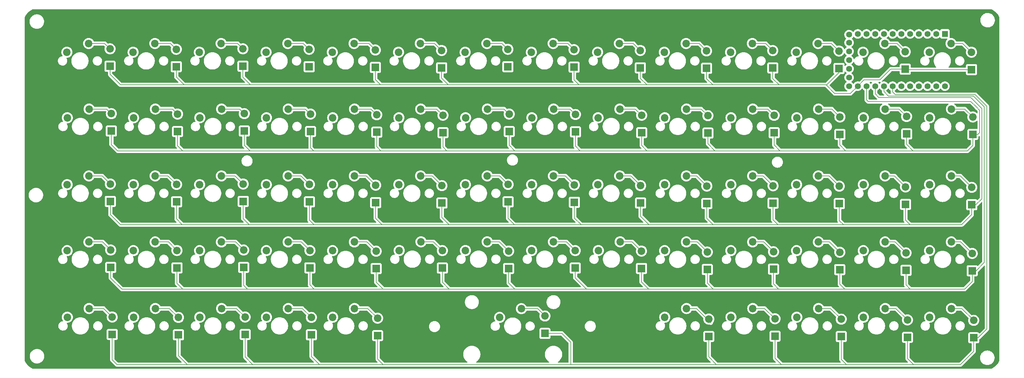
<source format=gbr>
%TF.GenerationSoftware,KiCad,Pcbnew,(6.0.1)*%
%TF.CreationDate,2022-06-24T19:37:25-07:00*%
%TF.ProjectId,75ortho,37356f72-7468-46f2-9e6b-696361645f70,rev?*%
%TF.SameCoordinates,Original*%
%TF.FileFunction,Copper,L1,Top*%
%TF.FilePolarity,Positive*%
%FSLAX46Y46*%
G04 Gerber Fmt 4.6, Leading zero omitted, Abs format (unit mm)*
G04 Created by KiCad (PCBNEW (6.0.1)) date 2022-06-24 19:37:25*
%MOMM*%
%LPD*%
G01*
G04 APERTURE LIST*
%TA.AperFunction,ComponentPad*%
%ADD10C,2.200000*%
%TD*%
%TA.AperFunction,ComponentPad*%
%ADD11R,2.200000X2.200000*%
%TD*%
%TA.AperFunction,ComponentPad*%
%ADD12O,2.200000X2.200000*%
%TD*%
%TA.AperFunction,ComponentPad*%
%ADD13R,1.752600X1.752600*%
%TD*%
%TA.AperFunction,ComponentPad*%
%ADD14C,1.752600*%
%TD*%
%TA.AperFunction,Conductor*%
%ADD15C,0.200000*%
%TD*%
G04 APERTURE END LIST*
D10*
%TO.P,REF\u002A\u002A,1*%
%TO.N,N/C*%
X237104133Y-107988285D03*
%TO.P,REF\u002A\u002A,2*%
X230754133Y-110528285D03*
%TD*%
%TO.P,REF\u002A\u002A,1*%
%TO.N,N/C*%
X295224200Y-165862000D03*
%TO.P,REF\u002A\u002A,2*%
X288874200Y-168402000D03*
%TD*%
D11*
%TO.P,REF\u002A\u002A,1*%
%TO.N,N/C*%
X320416133Y-115263468D03*
D12*
%TO.P,REF\u002A\u002A,2*%
X320416133Y-110183468D03*
%TD*%
D11*
%TO.P,REF\u002A\u002A,1*%
%TO.N,N/C*%
X359664000Y-193812783D03*
D12*
%TO.P,REF\u002A\u002A,2*%
X359664000Y-188732783D03*
%TD*%
D11*
%TO.P,REF\u002A\u002A,1*%
%TO.N,N/C*%
X166624000Y-192959966D03*
D12*
%TO.P,REF\u002A\u002A,2*%
X166624000Y-187879966D03*
%TD*%
D10*
%TO.P,REF\u002A\u002A,1*%
%TO.N,N/C*%
X140411200Y-146608800D03*
%TO.P,REF\u002A\u002A,2*%
X134061200Y-149148800D03*
%TD*%
D11*
%TO.P,REF\u002A\u002A,1*%
%TO.N,N/C*%
X301193200Y-154555166D03*
D12*
%TO.P,REF\u002A\u002A,2*%
X301193200Y-149475166D03*
%TD*%
D11*
%TO.P,REF\u002A\u002A,1*%
%TO.N,N/C*%
X262504133Y-115100285D03*
D12*
%TO.P,REF\u002A\u002A,2*%
X262504133Y-110020285D03*
%TD*%
D10*
%TO.P,REF\u002A\u002A,1*%
%TO.N,N/C*%
X198369133Y-107988285D03*
%TO.P,REF\u002A\u002A,2*%
X192019133Y-110528285D03*
%TD*%
%TO.P,REF\u002A\u002A,1*%
%TO.N,N/C*%
X121107200Y-165862000D03*
%TO.P,REF\u002A\u002A,2*%
X114757200Y-168402000D03*
%TD*%
D11*
%TO.P,REF\u002A\u002A,1*%
%TO.N,N/C*%
X359105200Y-155026983D03*
D12*
%TO.P,REF\u002A\u002A,2*%
X359105200Y-149946983D03*
%TD*%
D10*
%TO.P,REF\u002A\u002A,1*%
%TO.N,N/C*%
X314401200Y-146608800D03*
%TO.P,REF\u002A\u002A,2*%
X308051200Y-149148800D03*
%TD*%
%TO.P,REF\u002A\u002A,1*%
%TO.N,N/C*%
X140462000Y-185267600D03*
%TO.P,REF\u002A\u002A,2*%
X134112000Y-187807600D03*
%TD*%
D11*
%TO.P,REF\u002A\u002A,1*%
%TO.N,N/C*%
X146888200Y-173300366D03*
D12*
%TO.P,REF\u002A\u002A,2*%
X146888200Y-168220366D03*
%TD*%
D11*
%TO.P,REF\u002A\u002A,1*%
%TO.N,N/C*%
X185288133Y-114973285D03*
D12*
%TO.P,REF\u002A\u002A,2*%
X185288133Y-109893285D03*
%TD*%
D11*
%TO.P,REF\u002A\u002A,1*%
%TO.N,N/C*%
X224109067Y-173606898D03*
D12*
%TO.P,REF\u002A\u002A,2*%
X224109067Y-168526898D03*
%TD*%
D10*
%TO.P,REF\u002A\u002A,1*%
%TO.N,N/C*%
X179146200Y-165862000D03*
%TO.P,REF\u002A\u002A,2*%
X172796200Y-168402000D03*
%TD*%
%TO.P,REF\u002A\u002A,1*%
%TO.N,N/C*%
X353136200Y-165862000D03*
%TO.P,REF\u002A\u002A,2*%
X346786200Y-168402000D03*
%TD*%
%TO.P,REF\u002A\u002A,1*%
%TO.N,N/C*%
X314401200Y-165862000D03*
%TO.P,REF\u002A\u002A,2*%
X308051200Y-168402000D03*
%TD*%
%TO.P,REF\u002A\u002A,1*%
%TO.N,N/C*%
X198582067Y-165823715D03*
%TO.P,REF\u002A\u002A,2*%
X192232067Y-168363715D03*
%TD*%
%TO.P,REF\u002A\u002A,1*%
%TO.N,N/C*%
X140330133Y-107988285D03*
%TO.P,REF\u002A\u002A,2*%
X133980133Y-110528285D03*
%TD*%
D11*
%TO.P,REF\u002A\u002A,1*%
%TO.N,N/C*%
X108331000Y-133523966D03*
D12*
%TO.P,REF\u002A\u002A,2*%
X108331000Y-128443966D03*
%TD*%
D11*
%TO.P,REF\u002A\u002A,1*%
%TO.N,N/C*%
X301498000Y-134031966D03*
D12*
%TO.P,REF\u002A\u002A,2*%
X301498000Y-128951966D03*
%TD*%
D10*
%TO.P,REF\u002A\u002A,1*%
%TO.N,N/C*%
X314452000Y-127101600D03*
%TO.P,REF\u002A\u002A,2*%
X308102000Y-129641600D03*
%TD*%
%TO.P,REF\u002A\u002A,1*%
%TO.N,N/C*%
X159842200Y-165862000D03*
%TO.P,REF\u002A\u002A,2*%
X153492200Y-168402000D03*
%TD*%
%TO.P,REF\u002A\u002A,1*%
%TO.N,N/C*%
X353055133Y-107988285D03*
%TO.P,REF\u002A\u002A,2*%
X346705133Y-110528285D03*
%TD*%
%TO.P,REF\u002A\u002A,1*%
%TO.N,N/C*%
X256408133Y-107988285D03*
%TO.P,REF\u002A\u002A,2*%
X250058133Y-110528285D03*
%TD*%
%TO.P,REF\u002A\u002A,1*%
%TO.N,N/C*%
X101722133Y-107988285D03*
%TO.P,REF\u002A\u002A,2*%
X95372133Y-110528285D03*
%TD*%
%TO.P,REF\u002A\u002A,1*%
%TO.N,N/C*%
X179065133Y-107988285D03*
%TO.P,REF\u002A\u002A,2*%
X172715133Y-110528285D03*
%TD*%
D11*
%TO.P,REF\u002A\u002A,1*%
%TO.N,N/C*%
X185369200Y-154391983D03*
D12*
%TO.P,REF\u002A\u002A,2*%
X185369200Y-149311983D03*
%TD*%
D10*
%TO.P,REF\u002A\u002A,1*%
%TO.N,N/C*%
X295224200Y-146608800D03*
%TO.P,REF\u002A\u002A,2*%
X288874200Y-149148800D03*
%TD*%
D11*
%TO.P,REF\u002A\u002A,1*%
%TO.N,N/C*%
X321056000Y-193467966D03*
D12*
%TO.P,REF\u002A\u002A,2*%
X321056000Y-188387966D03*
%TD*%
D11*
%TO.P,REF\u002A\u002A,1*%
%TO.N,N/C*%
X146761200Y-154047166D03*
D12*
%TO.P,REF\u002A\u002A,2*%
X146761200Y-148967166D03*
%TD*%
D10*
%TO.P,REF\u002A\u002A,1*%
%TO.N,N/C*%
X140411200Y-165862000D03*
%TO.P,REF\u002A\u002A,2*%
X134061200Y-168402000D03*
%TD*%
%TO.P,REF\u002A\u002A,1*%
%TO.N,N/C*%
X159893000Y-185267600D03*
%TO.P,REF\u002A\u002A,2*%
X153543000Y-187807600D03*
%TD*%
D11*
%TO.P,REF\u002A\u002A,1*%
%TO.N,N/C*%
X204592133Y-115100285D03*
D12*
%TO.P,REF\u002A\u002A,2*%
X204592133Y-110020285D03*
%TD*%
D10*
%TO.P,REF\u002A\u002A,1*%
%TO.N,N/C*%
X275920200Y-146608800D03*
%TO.P,REF\u002A\u002A,2*%
X269570200Y-149148800D03*
%TD*%
D11*
%TO.P,REF\u002A\u002A,1*%
%TO.N,N/C*%
X127889000Y-192959966D03*
D12*
%TO.P,REF\u002A\u002A,2*%
X127889000Y-187879966D03*
%TD*%
D10*
%TO.P,REF\u002A\u002A,1*%
%TO.N,N/C*%
X237190067Y-165823715D03*
%TO.P,REF\u002A\u002A,2*%
X230840067Y-168363715D03*
%TD*%
%TO.P,REF\u002A\u002A,1*%
%TO.N,N/C*%
X101803200Y-165862000D03*
%TO.P,REF\u002A\u002A,2*%
X95453200Y-168402000D03*
%TD*%
D11*
%TO.P,REF\u002A\u002A,1*%
%TO.N,N/C*%
X320624200Y-173935366D03*
D12*
%TO.P,REF\u002A\u002A,2*%
X320624200Y-168855366D03*
%TD*%
D10*
%TO.P,REF\u002A\u002A,1*%
%TO.N,N/C*%
X353187000Y-127101600D03*
%TO.P,REF\u002A\u002A,2*%
X346837000Y-129641600D03*
%TD*%
%TO.P,REF\u002A\u002A,1*%
%TO.N,N/C*%
X275839133Y-107988285D03*
%TO.P,REF\u002A\u002A,2*%
X269489133Y-110528285D03*
%TD*%
%TO.P,REF\u002A\u002A,1*%
%TO.N,N/C*%
X179197000Y-127101600D03*
%TO.P,REF\u002A\u002A,2*%
X172847000Y-129641600D03*
%TD*%
D11*
%TO.P,REF\u002A\u002A,1*%
%TO.N,N/C*%
X147320000Y-192832966D03*
D12*
%TO.P,REF\u002A\u002A,2*%
X147320000Y-187752966D03*
%TD*%
D11*
%TO.P,REF\u002A\u002A,1*%
%TO.N,N/C*%
X262844067Y-173606898D03*
D12*
%TO.P,REF\u002A\u002A,2*%
X262844067Y-168526898D03*
%TD*%
D11*
%TO.P,REF\u002A\u002A,1*%
%TO.N,N/C*%
X262585200Y-154518983D03*
D12*
%TO.P,REF\u002A\u002A,2*%
X262585200Y-149438983D03*
%TD*%
D11*
%TO.P,REF\u002A\u002A,1*%
%TO.N,N/C*%
X108153200Y-173300366D03*
D12*
%TO.P,REF\u002A\u002A,2*%
X108153200Y-168220366D03*
%TD*%
D10*
%TO.P,REF\u002A\u002A,1*%
%TO.N,N/C*%
X314320133Y-107988285D03*
%TO.P,REF\u002A\u002A,2*%
X307970133Y-110528285D03*
%TD*%
D11*
%TO.P,REF\u002A\u002A,1*%
%TO.N,N/C*%
X243586000Y-133777966D03*
D12*
%TO.P,REF\u002A\u002A,2*%
X243586000Y-128697966D03*
%TD*%
D11*
%TO.P,REF\u002A\u002A,1*%
%TO.N,N/C*%
X359232200Y-174280183D03*
D12*
%TO.P,REF\u002A\u002A,2*%
X359232200Y-169200183D03*
%TD*%
D10*
%TO.P,REF\u002A\u002A,1*%
%TO.N,N/C*%
X256540000Y-127101600D03*
%TO.P,REF\u002A\u002A,2*%
X250190000Y-129641600D03*
%TD*%
D11*
%TO.P,REF\u002A\u002A,1*%
%TO.N,N/C*%
X301752000Y-193340966D03*
D12*
%TO.P,REF\u002A\u002A,2*%
X301752000Y-188260966D03*
%TD*%
D11*
%TO.P,REF\u002A\u002A,1*%
%TO.N,N/C*%
X127330200Y-154174166D03*
D12*
%TO.P,REF\u002A\u002A,2*%
X127330200Y-149094166D03*
%TD*%
D10*
%TO.P,REF\u002A\u002A,1*%
%TO.N,N/C*%
X159842200Y-146608800D03*
%TO.P,REF\u002A\u002A,2*%
X153492200Y-149148800D03*
%TD*%
%TO.P,REF\u002A\u002A,1*%
%TO.N,N/C*%
X101854000Y-127101600D03*
%TO.P,REF\u002A\u002A,2*%
X95504000Y-129641600D03*
%TD*%
D11*
%TO.P,REF\u002A\u002A,1*%
%TO.N,N/C*%
X108585000Y-192832966D03*
D12*
%TO.P,REF\u002A\u002A,2*%
X108585000Y-187752966D03*
%TD*%
D10*
%TO.P,REF\u002A\u002A,1*%
%TO.N,N/C*%
X101854000Y-185267600D03*
%TO.P,REF\u002A\u002A,2*%
X95504000Y-187807600D03*
%TD*%
D11*
%TO.P,REF\u002A\u002A,1*%
%TO.N,N/C*%
X146680133Y-114628468D03*
D12*
%TO.P,REF\u002A\u002A,2*%
X146680133Y-109548468D03*
%TD*%
D11*
%TO.P,REF\u002A\u002A,1*%
%TO.N,N/C*%
X243281200Y-154301166D03*
D12*
%TO.P,REF\u002A\u002A,2*%
X243281200Y-149221166D03*
%TD*%
D10*
%TO.P,REF\u002A\u002A,1*%
%TO.N,N/C*%
X217932000Y-127101600D03*
%TO.P,REF\u002A\u002A,2*%
X211582000Y-129641600D03*
%TD*%
D11*
%TO.P,REF\u002A\u002A,1*%
%TO.N,N/C*%
X262890000Y-133995783D03*
D12*
%TO.P,REF\u002A\u002A,2*%
X262890000Y-128915783D03*
%TD*%
D11*
%TO.P,REF\u002A\u002A,1*%
%TO.N,N/C*%
X108026200Y-154047166D03*
D12*
%TO.P,REF\u002A\u002A,2*%
X108026200Y-148967166D03*
%TD*%
D11*
%TO.P,REF\u002A\u002A,1*%
%TO.N,N/C*%
X127249133Y-114755468D03*
D12*
%TO.P,REF\u002A\u002A,2*%
X127249133Y-109675468D03*
%TD*%
D10*
%TO.P,REF\u002A\u002A,1*%
%TO.N,N/C*%
X353187000Y-185267600D03*
%TO.P,REF\u002A\u002A,2*%
X346837000Y-187807600D03*
%TD*%
D11*
%TO.P,REF\u002A\u002A,1*%
%TO.N,N/C*%
X234696000Y-192542783D03*
D12*
%TO.P,REF\u002A\u002A,2*%
X234696000Y-187462783D03*
%TD*%
D10*
%TO.P,REF\u002A\u002A,1*%
%TO.N,N/C*%
X159893000Y-127101600D03*
%TO.P,REF\u002A\u002A,2*%
X153543000Y-129641600D03*
%TD*%
D11*
%TO.P,REF\u002A\u002A,1*%
%TO.N,N/C*%
X147066000Y-133523966D03*
D12*
%TO.P,REF\u002A\u002A,2*%
X147066000Y-128443966D03*
%TD*%
D10*
%TO.P,REF\u002A\u002A,1*%
%TO.N,N/C*%
X101803200Y-146608800D03*
%TO.P,REF\u002A\u002A,2*%
X95453200Y-149148800D03*
%TD*%
%TO.P,REF\u002A\u002A,1*%
%TO.N,N/C*%
X275971000Y-185267600D03*
%TO.P,REF\u002A\u002A,2*%
X269621000Y-187807600D03*
%TD*%
%TO.P,REF\u002A\u002A,1*%
%TO.N,N/C*%
X121158000Y-127101600D03*
%TO.P,REF\u002A\u002A,2*%
X114808000Y-129641600D03*
%TD*%
D11*
%TO.P,REF\u002A\u002A,1*%
%TO.N,N/C*%
X223896133Y-114755468D03*
D12*
%TO.P,REF\u002A\u002A,2*%
X223896133Y-109675468D03*
%TD*%
D10*
%TO.P,REF\u002A\u002A,1*%
%TO.N,N/C*%
X198501000Y-127101600D03*
%TO.P,REF\u002A\u002A,2*%
X192151000Y-129641600D03*
%TD*%
%TO.P,REF\u002A\u002A,1*%
%TO.N,N/C*%
X217800133Y-107988285D03*
%TO.P,REF\u002A\u002A,2*%
X211450133Y-110528285D03*
%TD*%
D11*
%TO.P,REF\u002A\u002A,1*%
%TO.N,N/C*%
X359410000Y-134503783D03*
D12*
%TO.P,REF\u002A\u002A,2*%
X359410000Y-129423783D03*
%TD*%
D10*
%TO.P,REF\u002A\u002A,1*%
%TO.N,N/C*%
X227838000Y-185328600D03*
%TO.P,REF\u002A\u002A,2*%
X221488000Y-187868600D03*
%TD*%
D11*
%TO.P,REF\u002A\u002A,1*%
%TO.N,N/C*%
X340360000Y-193685783D03*
D12*
%TO.P,REF\u002A\u002A,2*%
X340360000Y-188605783D03*
%TD*%
D10*
%TO.P,REF\u002A\u002A,1*%
%TO.N,N/C*%
X275920200Y-165862000D03*
%TO.P,REF\u002A\u002A,2*%
X269570200Y-168402000D03*
%TD*%
D11*
%TO.P,REF\u002A\u002A,1*%
%TO.N,N/C*%
X243540067Y-173479898D03*
D12*
%TO.P,REF\u002A\u002A,2*%
X243540067Y-168399898D03*
%TD*%
D10*
%TO.P,REF\u002A\u002A,1*%
%TO.N,N/C*%
X256489200Y-146608800D03*
%TO.P,REF\u002A\u002A,2*%
X250139200Y-149148800D03*
%TD*%
%TO.P,REF\u002A\u002A,1*%
%TO.N,N/C*%
X121158000Y-185267600D03*
%TO.P,REF\u002A\u002A,2*%
X114808000Y-187807600D03*
%TD*%
%TO.P,REF\u002A\u002A,1*%
%TO.N,N/C*%
X275971000Y-127101600D03*
%TO.P,REF\u002A\u002A,2*%
X269621000Y-129641600D03*
%TD*%
%TO.P,REF\u002A\u002A,1*%
%TO.N,N/C*%
X333883000Y-127101600D03*
%TO.P,REF\u002A\u002A,2*%
X327533000Y-129641600D03*
%TD*%
%TO.P,REF\u002A\u002A,1*%
%TO.N,N/C*%
X198450200Y-146608800D03*
%TO.P,REF\u002A\u002A,2*%
X192100200Y-149148800D03*
%TD*%
%TO.P,REF\u002A\u002A,1*%
%TO.N,N/C*%
X179146200Y-146608800D03*
%TO.P,REF\u002A\u002A,2*%
X172796200Y-149148800D03*
%TD*%
%TO.P,REF\u002A\u002A,1*%
%TO.N,N/C*%
X333832200Y-165862000D03*
%TO.P,REF\u002A\u002A,2*%
X327482200Y-168402000D03*
%TD*%
D13*
%TO.P,U1,1*%
%TO.N,N/C*%
X351277133Y-105194285D03*
D14*
%TO.P,U1,2*%
X348737133Y-105194285D03*
%TO.P,U1,3*%
X346197133Y-105194285D03*
%TO.P,U1,4*%
X343657133Y-105194285D03*
%TO.P,U1,5*%
X341117133Y-105194285D03*
%TO.P,U1,6*%
X338577133Y-105194285D03*
%TO.P,U1,7*%
X336037133Y-105194285D03*
%TO.P,U1,8*%
X333497133Y-105194285D03*
%TO.P,U1,9*%
X330957133Y-105194285D03*
%TO.P,U1,10*%
X328417133Y-105194285D03*
%TO.P,U1,11*%
X325877133Y-105194285D03*
%TO.P,U1,12*%
X323337133Y-105422885D03*
%TO.P,U1,13*%
X323337133Y-120434285D03*
%TO.P,U1,14*%
X325877133Y-120434285D03*
%TO.P,U1,15*%
X328417133Y-120434285D03*
%TO.P,U1,16*%
X330957133Y-120434285D03*
%TO.P,U1,17*%
X333497133Y-120434285D03*
%TO.P,U1,18*%
X336037133Y-120434285D03*
%TO.P,U1,19*%
X338577133Y-120434285D03*
%TO.P,U1,20*%
X341117133Y-120434285D03*
%TO.P,U1,21*%
X343657133Y-120434285D03*
%TO.P,U1,22*%
X346197133Y-120434285D03*
%TO.P,U1,23*%
X348737133Y-120434285D03*
%TO.P,U1,24*%
X351277133Y-120434285D03*
%TO.P,U1,25*%
X323337133Y-107734285D03*
%TO.P,U1,26*%
X323337133Y-110274285D03*
%TO.P,U1,27*%
X323337133Y-112814285D03*
%TO.P,U1,28*%
X323337133Y-115354285D03*
%TO.P,U1,29*%
X323337133Y-117894285D03*
%TD*%
D11*
%TO.P,REF\u002A\u002A,1*%
%TO.N,N/C*%
X107945133Y-114628468D03*
D12*
%TO.P,REF\u002A\u002A,2*%
X107945133Y-109548468D03*
%TD*%
D10*
%TO.P,REF\u002A\u002A,1*%
%TO.N,N/C*%
X333832200Y-146608800D03*
%TO.P,REF\u002A\u002A,2*%
X327482200Y-149148800D03*
%TD*%
%TO.P,REF\u002A\u002A,1*%
%TO.N,N/C*%
X333751133Y-107988285D03*
%TO.P,REF\u002A\u002A,2*%
X327401133Y-110528285D03*
%TD*%
D11*
%TO.P,REF\u002A\u002A,1*%
%TO.N,N/C*%
X340106000Y-134376783D03*
D12*
%TO.P,REF\u002A\u002A,2*%
X340106000Y-129296783D03*
%TD*%
D11*
%TO.P,REF\u002A\u002A,1*%
%TO.N,N/C*%
X166065200Y-154174166D03*
D12*
%TO.P,REF\u002A\u002A,2*%
X166065200Y-149094166D03*
%TD*%
D11*
%TO.P,REF\u002A\u002A,1*%
%TO.N,N/C*%
X301320200Y-173808366D03*
D12*
%TO.P,REF\u002A\u002A,2*%
X301320200Y-168728366D03*
%TD*%
D11*
%TO.P,REF\u002A\u002A,1*%
%TO.N,N/C*%
X127457200Y-173427366D03*
D12*
%TO.P,REF\u002A\u002A,2*%
X127457200Y-168347366D03*
%TD*%
D11*
%TO.P,REF\u002A\u002A,1*%
%TO.N,N/C*%
X243200133Y-114882468D03*
D12*
%TO.P,REF\u002A\u002A,2*%
X243200133Y-109802468D03*
%TD*%
D10*
%TO.P,REF\u002A\u002A,1*%
%TO.N,N/C*%
X179197000Y-185267600D03*
%TO.P,REF\u002A\u002A,2*%
X172847000Y-187807600D03*
%TD*%
D11*
%TO.P,REF\u002A\u002A,1*%
%TO.N,N/C*%
X281808133Y-115227285D03*
D12*
%TO.P,REF\u002A\u002A,2*%
X281808133Y-110147285D03*
%TD*%
D11*
%TO.P,REF\u002A\u002A,1*%
%TO.N,N/C*%
X223977200Y-154174166D03*
D12*
%TO.P,REF\u002A\u002A,2*%
X223977200Y-149094166D03*
%TD*%
D11*
%TO.P,REF\u002A\u002A,1*%
%TO.N,N/C*%
X339928200Y-174153183D03*
D12*
%TO.P,REF\u002A\u002A,2*%
X339928200Y-169073183D03*
%TD*%
D11*
%TO.P,REF\u002A\u002A,1*%
%TO.N,N/C*%
X165984133Y-114755468D03*
D12*
%TO.P,REF\u002A\u002A,2*%
X165984133Y-109675468D03*
%TD*%
D10*
%TO.P,REF\u002A\u002A,1*%
%TO.N,N/C*%
X217881200Y-146608800D03*
%TO.P,REF\u002A\u002A,2*%
X211531200Y-149148800D03*
%TD*%
%TO.P,REF\u002A\u002A,1*%
%TO.N,N/C*%
X237236000Y-127101600D03*
%TO.P,REF\u002A\u002A,2*%
X230886000Y-129641600D03*
%TD*%
D11*
%TO.P,REF\u002A\u002A,1*%
%TO.N,N/C*%
X204805067Y-173479898D03*
D12*
%TO.P,REF\u002A\u002A,2*%
X204805067Y-168399898D03*
%TD*%
D10*
%TO.P,REF\u002A\u002A,1*%
%TO.N,N/C*%
X237185200Y-146608800D03*
%TO.P,REF\u002A\u002A,2*%
X230835200Y-149148800D03*
%TD*%
D11*
%TO.P,REF\u002A\u002A,1*%
%TO.N,N/C*%
X320497200Y-154682166D03*
D12*
%TO.P,REF\u002A\u002A,2*%
X320497200Y-149602166D03*
%TD*%
D10*
%TO.P,REF\u002A\u002A,1*%
%TO.N,N/C*%
X314452000Y-185267600D03*
%TO.P,REF\u002A\u002A,2*%
X308102000Y-187807600D03*
%TD*%
%TO.P,REF\u002A\u002A,1*%
%TO.N,N/C*%
X295275000Y-127101600D03*
%TO.P,REF\u002A\u002A,2*%
X288925000Y-129641600D03*
%TD*%
%TO.P,REF\u002A\u002A,1*%
%TO.N,N/C*%
X295143133Y-107988285D03*
%TO.P,REF\u002A\u002A,2*%
X288793133Y-110528285D03*
%TD*%
D11*
%TO.P,REF\u002A\u002A,1*%
%TO.N,N/C*%
X282194000Y-134122783D03*
D12*
%TO.P,REF\u002A\u002A,2*%
X282194000Y-129042783D03*
%TD*%
D11*
%TO.P,REF\u002A\u002A,1*%
%TO.N,N/C*%
X281889200Y-154645983D03*
D12*
%TO.P,REF\u002A\u002A,2*%
X281889200Y-149565983D03*
%TD*%
D11*
%TO.P,REF\u002A\u002A,1*%
%TO.N,N/C*%
X224282000Y-133650966D03*
D12*
%TO.P,REF\u002A\u002A,2*%
X224282000Y-128570966D03*
%TD*%
D10*
%TO.P,REF\u002A\u002A,1*%
%TO.N,N/C*%
X333883000Y-185267600D03*
%TO.P,REF\u002A\u002A,2*%
X327533000Y-187807600D03*
%TD*%
D11*
%TO.P,REF\u002A\u002A,1*%
%TO.N,N/C*%
X185496200Y-173645183D03*
D12*
%TO.P,REF\u002A\u002A,2*%
X185496200Y-168565183D03*
%TD*%
D10*
%TO.P,REF\u002A\u002A,1*%
%TO.N,N/C*%
X217886067Y-165823715D03*
%TO.P,REF\u002A\u002A,2*%
X211536067Y-168363715D03*
%TD*%
%TO.P,REF\u002A\u002A,1*%
%TO.N,N/C*%
X256621067Y-165823715D03*
%TO.P,REF\u002A\u002A,2*%
X250271067Y-168363715D03*
%TD*%
D11*
%TO.P,REF\u002A\u002A,1*%
%TO.N,N/C*%
X282448000Y-193431783D03*
D12*
%TO.P,REF\u002A\u002A,2*%
X282448000Y-188351783D03*
%TD*%
D11*
%TO.P,REF\u002A\u002A,1*%
%TO.N,N/C*%
X320675000Y-134503783D03*
D12*
%TO.P,REF\u002A\u002A,2*%
X320675000Y-129423783D03*
%TD*%
D11*
%TO.P,REF\u002A\u002A,1*%
%TO.N,N/C*%
X204673200Y-154518983D03*
D12*
%TO.P,REF\u002A\u002A,2*%
X204673200Y-149438983D03*
%TD*%
D11*
%TO.P,REF\u002A\u002A,1*%
%TO.N,N/C*%
X204978000Y-133995783D03*
D12*
%TO.P,REF\u002A\u002A,2*%
X204978000Y-128915783D03*
%TD*%
D11*
%TO.P,REF\u002A\u002A,1*%
%TO.N,N/C*%
X127635000Y-133650966D03*
D12*
%TO.P,REF\u002A\u002A,2*%
X127635000Y-128570966D03*
%TD*%
D11*
%TO.P,REF\u002A\u002A,1*%
%TO.N,N/C*%
X185928000Y-193177783D03*
D12*
%TO.P,REF\u002A\u002A,2*%
X185928000Y-188097783D03*
%TD*%
D11*
%TO.P,REF\u002A\u002A,1*%
%TO.N,N/C*%
X301112133Y-115136468D03*
D12*
%TO.P,REF\u002A\u002A,2*%
X301112133Y-110056468D03*
%TD*%
D10*
%TO.P,REF\u002A\u002A,1*%
%TO.N,N/C*%
X295275000Y-185267600D03*
%TO.P,REF\u002A\u002A,2*%
X288925000Y-187807600D03*
%TD*%
D11*
%TO.P,REF\u002A\u002A,1*%
%TO.N,N/C*%
X166370000Y-133650966D03*
D12*
%TO.P,REF\u002A\u002A,2*%
X166370000Y-128570966D03*
%TD*%
D10*
%TO.P,REF\u002A\u002A,1*%
%TO.N,N/C*%
X353136200Y-146608800D03*
%TO.P,REF\u002A\u002A,2*%
X346786200Y-149148800D03*
%TD*%
D11*
%TO.P,REF\u002A\u002A,1*%
%TO.N,N/C*%
X166192200Y-173427366D03*
D12*
%TO.P,REF\u002A\u002A,2*%
X166192200Y-168347366D03*
%TD*%
D11*
%TO.P,REF\u002A\u002A,1*%
%TO.N,N/C*%
X185674000Y-133868783D03*
D12*
%TO.P,REF\u002A\u002A,2*%
X185674000Y-128788783D03*
%TD*%
D10*
%TO.P,REF\u002A\u002A,1*%
%TO.N,N/C*%
X159761133Y-107988285D03*
%TO.P,REF\u002A\u002A,2*%
X153411133Y-110528285D03*
%TD*%
D11*
%TO.P,REF\u002A\u002A,1*%
%TO.N,N/C*%
X282016200Y-173899183D03*
D12*
%TO.P,REF\u002A\u002A,2*%
X282016200Y-168819183D03*
%TD*%
D11*
%TO.P,REF\u002A\u002A,1*%
%TO.N,N/C*%
X339720133Y-115481285D03*
D12*
%TO.P,REF\u002A\u002A,2*%
X339720133Y-110401285D03*
%TD*%
D10*
%TO.P,REF\u002A\u002A,1*%
%TO.N,N/C*%
X140462000Y-127101600D03*
%TO.P,REF\u002A\u002A,2*%
X134112000Y-129641600D03*
%TD*%
%TO.P,REF\u002A\u002A,1*%
%TO.N,N/C*%
X121107200Y-146608800D03*
%TO.P,REF\u002A\u002A,2*%
X114757200Y-149148800D03*
%TD*%
D11*
%TO.P,REF\u002A\u002A,1*%
%TO.N,N/C*%
X359024133Y-115608285D03*
D12*
%TO.P,REF\u002A\u002A,2*%
X359024133Y-110528285D03*
%TD*%
D10*
%TO.P,REF\u002A\u002A,1*%
%TO.N,N/C*%
X121026133Y-107988285D03*
%TO.P,REF\u002A\u002A,2*%
X114676133Y-110528285D03*
%TD*%
D11*
%TO.P,REF\u002A\u002A,1*%
%TO.N,N/C*%
X339801200Y-154899983D03*
D12*
%TO.P,REF\u002A\u002A,2*%
X339801200Y-149819983D03*
%TD*%
D15*
%TO.N,*%
X243200133Y-118587733D02*
X244652800Y-120040400D01*
X335470315Y-115481285D02*
X332333600Y-118618000D01*
X327693418Y-118618000D02*
X325877133Y-120434285D01*
X109982000Y-201625200D02*
X130454400Y-201625200D01*
X353136200Y-165862000D02*
X355894017Y-165862000D01*
X203163817Y-127101600D02*
X204978000Y-128915783D01*
X243540067Y-173479898D02*
X243540067Y-176331667D01*
X167386000Y-160832800D02*
X187198000Y-160832800D01*
X185496200Y-173645183D02*
X185496200Y-177571400D01*
X217800133Y-107988285D02*
X222208950Y-107988285D01*
X321056000Y-193467966D02*
X321056000Y-200101200D01*
X362762800Y-126441200D02*
X359613200Y-123291600D01*
X166624000Y-199237600D02*
X169011600Y-201625200D01*
X163579834Y-146608800D02*
X166065200Y-149094166D01*
X149555200Y-201625200D02*
X169011600Y-201625200D01*
X283768800Y-160832800D02*
X302615600Y-160832800D01*
X262890000Y-137718800D02*
X264464800Y-139293600D01*
X333883000Y-185267600D02*
X337021817Y-185267600D01*
X126165634Y-127101600D02*
X127635000Y-128570966D01*
X353055133Y-107988285D02*
X356484133Y-107988285D01*
X320497200Y-154682166D02*
X320497200Y-159613600D01*
X359024133Y-115608285D02*
X339847133Y-115608285D01*
X320675000Y-137591800D02*
X322376800Y-139293600D01*
X243281200Y-154301166D02*
X243281200Y-158851600D01*
X110998000Y-120040400D02*
X129540000Y-120040400D01*
X145723634Y-127101600D02*
X147066000Y-128443966D01*
X360897817Y-134503783D02*
X361391200Y-134010400D01*
X148539200Y-160832800D02*
X167386000Y-160832800D01*
X334772000Y-123291600D02*
X335483200Y-123291600D01*
X217881200Y-146608800D02*
X221491834Y-146608800D01*
X101803200Y-146608800D02*
X105667834Y-146608800D01*
X243540067Y-176331667D02*
X246837200Y-179628800D01*
X353136200Y-146608800D02*
X355767017Y-146608800D01*
X363524800Y-126288800D02*
X360121200Y-122885200D01*
X339928200Y-178384200D02*
X341172800Y-179628800D01*
X127889000Y-192959966D02*
X127889000Y-199059800D01*
X121107200Y-165862000D02*
X124971834Y-165862000D01*
X144529834Y-165862000D02*
X146888200Y-168220366D01*
X357835200Y-139293600D02*
X359410000Y-137718800D01*
X317935634Y-185267600D02*
X321056000Y-188387966D01*
X147066000Y-137617200D02*
X148742400Y-139293600D01*
X204978000Y-133995783D02*
X204978000Y-138176000D01*
X337021817Y-185267600D02*
X340360000Y-188605783D01*
X185674000Y-133868783D02*
X185674000Y-138074400D01*
X237236000Y-127101600D02*
X241989634Y-127101600D01*
X127889000Y-199059800D02*
X130454400Y-201625200D01*
X179197000Y-127101600D02*
X183986817Y-127101600D01*
X129133600Y-179628800D02*
X147980400Y-179628800D01*
X198450200Y-146608800D02*
X201843017Y-146608800D01*
X295143133Y-107988285D02*
X299043950Y-107988285D01*
X359105200Y-155026983D02*
X360288217Y-155026983D01*
X101722133Y-107988285D02*
X106384950Y-107988285D01*
X121107200Y-146608800D02*
X124844834Y-146608800D01*
X322072000Y-179628800D02*
X341172800Y-179628800D01*
X256408133Y-107988285D02*
X260472133Y-107988285D01*
X159842200Y-146608800D02*
X163579834Y-146608800D01*
X128981200Y-160832800D02*
X148539200Y-160832800D01*
X243586000Y-137922000D02*
X244957600Y-139293600D01*
X241385950Y-107988285D02*
X243200133Y-109802468D01*
X261075817Y-127101600D02*
X262890000Y-128915783D01*
X129540000Y-120040400D02*
X148894800Y-120040400D01*
X243586000Y-133777966D02*
X243586000Y-137922000D01*
X337910817Y-127101600D02*
X340106000Y-129296783D01*
X121026133Y-107988285D02*
X125561950Y-107988285D01*
X111404400Y-179628800D02*
X129133600Y-179628800D01*
X232561817Y-185328600D02*
X234696000Y-187462783D01*
X234696000Y-192542783D02*
X239634383Y-192542783D01*
X262844067Y-173606898D02*
X262844067Y-177550867D01*
X340360000Y-199847200D02*
X342138000Y-201625200D01*
X185496200Y-177571400D02*
X187401200Y-179476400D01*
X124971834Y-165862000D02*
X127457200Y-168347366D01*
X333832200Y-165862000D02*
X336717017Y-165862000D01*
X108153200Y-173300366D02*
X108153200Y-176377600D01*
X146888200Y-173300366D02*
X146888200Y-178536600D01*
X146680133Y-114628468D02*
X146680133Y-117825733D01*
X339847133Y-115608285D02*
X339720133Y-115481285D01*
X282194000Y-134122783D02*
X282194000Y-137210800D01*
X167284400Y-139293600D02*
X186893200Y-139293600D01*
X336717017Y-165862000D02*
X339928200Y-169073183D01*
X107945133Y-114628468D02*
X107945133Y-116987533D01*
X333497133Y-120434285D02*
X333497133Y-122016733D01*
X108153200Y-176377600D02*
X111404400Y-179628800D01*
X301498000Y-134031966D02*
X301498000Y-137566400D01*
X262585200Y-154518983D02*
X262585200Y-158394400D01*
X185928000Y-193177783D02*
X185928000Y-199999600D01*
X264464800Y-139293600D02*
X284276800Y-139293600D01*
X166065200Y-154174166D02*
X166065200Y-159512000D01*
X147320000Y-199390000D02*
X149555200Y-201625200D01*
X302818800Y-179628800D02*
X322072000Y-179628800D01*
X301752000Y-199745600D02*
X303631600Y-201625200D01*
X146888200Y-178536600D02*
X147980400Y-179628800D01*
X108331000Y-133523966D02*
X108331000Y-137439400D01*
X164900634Y-127101600D02*
X166370000Y-128570966D01*
X225806000Y-160832800D02*
X245262400Y-160832800D01*
X242214400Y-201625200D02*
X284683200Y-201625200D01*
X163706834Y-165862000D02*
X166192200Y-168347366D01*
X110998000Y-160832800D02*
X128981200Y-160832800D01*
X298453834Y-165862000D02*
X301320200Y-168728366D01*
X256489200Y-146608800D02*
X259755017Y-146608800D01*
X333751133Y-107988285D02*
X337307133Y-107988285D01*
X333497133Y-122016733D02*
X334772000Y-123291600D01*
X284276800Y-139293600D02*
X303225200Y-139293600D01*
X301193200Y-154555166D02*
X301193200Y-159410400D01*
X140462000Y-185267600D02*
X144834634Y-185267600D01*
X321056000Y-200101200D02*
X322580000Y-201625200D01*
X183986817Y-127101600D02*
X185674000Y-128788783D01*
X125561950Y-107988285D02*
X127249133Y-109675468D01*
X146761200Y-154047166D02*
X146761200Y-159054800D01*
X185928000Y-199999600D02*
X187553600Y-201625200D01*
X323756418Y-122555000D02*
X319151000Y-122555000D01*
X224109067Y-177830267D02*
X225907600Y-179628800D01*
X320624200Y-178181000D02*
X322072000Y-179628800D01*
X202228884Y-165823715D02*
X204805067Y-168399898D01*
X127330200Y-159181800D02*
X128981200Y-160832800D01*
X108331000Y-137439400D02*
X110185200Y-139293600D01*
X256540000Y-127101600D02*
X261075817Y-127101600D01*
X314452000Y-127101600D02*
X318352817Y-127101600D01*
X265023600Y-160832800D02*
X283768800Y-160832800D01*
X147066000Y-133523966D02*
X147066000Y-137617200D01*
X336037133Y-122118333D02*
X336804000Y-122885200D01*
X244652800Y-120040400D02*
X264414000Y-120040400D01*
X224282000Y-133650966D02*
X224282000Y-137668000D01*
X246837200Y-179628800D02*
X264922000Y-179628800D01*
X336037133Y-120434285D02*
X336037133Y-122118333D01*
X339928200Y-174153183D02*
X339928200Y-178384200D01*
X264922000Y-179628800D02*
X283768800Y-179628800D01*
X302615600Y-160832800D02*
X321716400Y-160832800D01*
X222208950Y-107988285D02*
X223896133Y-109675468D01*
X321716400Y-160832800D02*
X341122000Y-160832800D01*
X260140884Y-165823715D02*
X262844067Y-168526898D01*
X108026200Y-157861000D02*
X110998000Y-160832800D01*
X221491834Y-146608800D02*
X223977200Y-149094166D01*
X330957133Y-122677133D02*
X332028800Y-123748800D01*
X127330200Y-154174166D02*
X127330200Y-159181800D01*
X127457200Y-173427366D02*
X127457200Y-177952400D01*
X145119950Y-107988285D02*
X146680133Y-109548468D01*
X225907600Y-139293600D02*
X244957600Y-139293600D01*
X301498000Y-137566400D02*
X303225200Y-139293600D01*
X144402834Y-146608800D02*
X146761200Y-148967166D01*
X278932017Y-146608800D02*
X281889200Y-149565983D01*
X243281200Y-158851600D02*
X245262400Y-160832800D01*
X362051600Y-126949200D02*
X358851200Y-123748800D01*
X223977200Y-159004000D02*
X225806000Y-160832800D01*
X146680133Y-117825733D02*
X148894800Y-120040400D01*
X166370000Y-138379200D02*
X167284400Y-139293600D01*
X359664000Y-197764400D02*
X359664000Y-193812783D01*
X279649133Y-107988285D02*
X281808133Y-110147285D01*
X333832200Y-146608800D02*
X336590017Y-146608800D01*
X275920200Y-146608800D02*
X278932017Y-146608800D01*
X281889200Y-154645983D02*
X281889200Y-158953200D01*
X275839133Y-107988285D02*
X279649133Y-107988285D01*
X217932000Y-127101600D02*
X222812634Y-127101600D01*
X362051600Y-153263600D02*
X362051600Y-126949200D01*
X355767017Y-146608800D02*
X359105200Y-149946983D01*
X298326834Y-146608800D02*
X301193200Y-149475166D01*
X225907600Y-179628800D02*
X246837200Y-179628800D01*
X320675000Y-134503783D02*
X320675000Y-137591800D01*
X182666017Y-146608800D02*
X185369200Y-149311983D01*
X239634383Y-192542783D02*
X242214400Y-195122800D01*
X206095600Y-139293600D02*
X225907600Y-139293600D01*
X325877133Y-120434285D02*
X323815909Y-122495509D01*
X359410000Y-134503783D02*
X360897817Y-134503783D01*
X204592133Y-115100285D02*
X204592133Y-118079733D01*
X337307133Y-107988285D02*
X339720133Y-110401285D01*
X278892000Y-185267600D02*
X283057600Y-189433200D01*
X279059017Y-165862000D02*
X282016200Y-168819183D01*
X140462000Y-127101600D02*
X145723634Y-127101600D01*
X166065200Y-159512000D02*
X167386000Y-160832800D01*
X317503834Y-146608800D02*
X320497200Y-149602166D01*
X185369200Y-159004000D02*
X187198000Y-160832800D01*
X166624000Y-192959966D02*
X166624000Y-199237600D01*
X264414000Y-120040400D02*
X283616400Y-120040400D01*
X148894800Y-120040400D02*
X186791600Y-120040400D01*
X124844834Y-146608800D02*
X127330200Y-149094166D01*
X275971000Y-127101600D02*
X280252817Y-127101600D01*
X108585000Y-192832966D02*
X108585000Y-200228200D01*
X106099634Y-185267600D02*
X108585000Y-187752966D01*
X359105200Y-157886400D02*
X359105200Y-155026983D01*
X317630834Y-165862000D02*
X320624200Y-168855366D01*
X262585200Y-158394400D02*
X265023600Y-160832800D01*
X237190067Y-165823715D02*
X240963884Y-165823715D01*
X240668834Y-146608800D02*
X243281200Y-149221166D01*
X201843017Y-146608800D02*
X204673200Y-149438983D01*
X359664000Y-193812783D02*
X360964000Y-193812783D01*
X328417133Y-124404333D02*
X328930000Y-124917200D01*
X361391200Y-127457200D02*
X360400600Y-126466600D01*
X361391200Y-134010400D02*
X361391200Y-127457200D01*
X342138000Y-201625200D02*
X355803200Y-201625200D01*
X359232200Y-174280183D02*
X360339017Y-174280183D01*
X243200133Y-114882468D02*
X243200133Y-118587733D01*
X164296950Y-107988285D02*
X165984133Y-109675468D01*
X217886067Y-165823715D02*
X221405884Y-165823715D01*
X159893000Y-185267600D02*
X164011634Y-185267600D01*
X295224200Y-146608800D02*
X298326834Y-146608800D01*
X121158000Y-185267600D02*
X125276634Y-185267600D01*
X127249133Y-114755468D02*
X127249133Y-117749533D01*
X340106000Y-134376783D02*
X340106000Y-137414000D01*
X108585000Y-200228200D02*
X109982000Y-201625200D01*
X332333600Y-118618000D02*
X327693418Y-118618000D01*
X259755017Y-146608800D02*
X262585200Y-149438983D01*
X262890000Y-133995783D02*
X262890000Y-137718800D01*
X301112133Y-118232133D02*
X302920400Y-120040400D01*
X204805067Y-173479898D02*
X204805067Y-177627067D01*
X110185200Y-139293600D02*
X129133600Y-139293600D01*
X355894017Y-165862000D02*
X359232200Y-169200183D01*
X147320000Y-192832966D02*
X147320000Y-199390000D01*
X318352817Y-127101600D02*
X320675000Y-129423783D01*
X105667834Y-146608800D02*
X108026200Y-148967166D01*
X179146200Y-165862000D02*
X182793017Y-165862000D01*
X301193200Y-159410400D02*
X302615600Y-160832800D01*
X159842200Y-165862000D02*
X163706834Y-165862000D01*
X159893000Y-127101600D02*
X164900634Y-127101600D01*
X319151000Y-122555000D02*
X316636400Y-120040400D01*
X322376800Y-139293600D02*
X341985600Y-139293600D01*
X179065133Y-107988285D02*
X183383133Y-107988285D01*
X202560133Y-107988285D02*
X204592133Y-110020285D01*
X166192200Y-178384200D02*
X167436800Y-179628800D01*
X187198000Y-160832800D02*
X206756000Y-160832800D01*
X281808133Y-118232133D02*
X283616400Y-120040400D01*
X262844067Y-177550867D02*
X264922000Y-179628800D01*
X316839600Y-120040400D02*
X320416133Y-116463867D01*
X127457200Y-177952400D02*
X129133600Y-179628800D01*
X241989634Y-127101600D02*
X243586000Y-128697966D01*
X204978000Y-138176000D02*
X206095600Y-139293600D01*
X179146200Y-146608800D02*
X182666017Y-146608800D01*
X245262400Y-160832800D02*
X265023600Y-160832800D01*
X314401200Y-146608800D02*
X317503834Y-146608800D01*
X282016200Y-177876200D02*
X283768800Y-179628800D01*
X360964000Y-193812783D02*
X363524800Y-191251983D01*
X332892400Y-123748800D02*
X358851200Y-123748800D01*
X332028800Y-123748800D02*
X332892400Y-123748800D01*
X303225200Y-139293600D02*
X322376800Y-139293600D01*
X340106000Y-137414000D02*
X341985600Y-139293600D01*
X223977200Y-154174166D02*
X223977200Y-159004000D01*
X244957600Y-139293600D02*
X264464800Y-139293600D01*
X303631600Y-201625200D02*
X322580000Y-201625200D01*
X198369133Y-107988285D02*
X202560133Y-107988285D01*
X339801200Y-159512000D02*
X341122000Y-160832800D01*
X301320200Y-178130200D02*
X302818800Y-179628800D01*
X330957133Y-120434285D02*
X330957133Y-122677133D01*
X183097817Y-185267600D02*
X185928000Y-188097783D01*
X167436800Y-179628800D02*
X206806800Y-179628800D01*
X186893200Y-139293600D02*
X206095600Y-139293600D01*
X320416133Y-116463867D02*
X320416133Y-115263468D01*
X314452000Y-185267600D02*
X317935634Y-185267600D01*
X295275000Y-185267600D02*
X298758634Y-185267600D01*
X121158000Y-127101600D02*
X126165634Y-127101600D01*
X328417133Y-120434285D02*
X328417133Y-124404333D01*
X328930000Y-124917200D02*
X358851200Y-124917200D01*
X182793017Y-165862000D02*
X185496200Y-168565183D01*
X357087817Y-127101600D02*
X359410000Y-129423783D01*
X187553600Y-201625200D02*
X242214400Y-201625200D01*
X320624200Y-173935366D02*
X320624200Y-178181000D01*
X340360000Y-193685783D02*
X340360000Y-199847200D01*
X125276634Y-185267600D02*
X127889000Y-187879966D01*
X275971000Y-185267600D02*
X278892000Y-185267600D01*
X237185200Y-146608800D02*
X240668834Y-146608800D01*
X282448000Y-199390000D02*
X284683200Y-201625200D01*
X242214400Y-195122800D02*
X242214400Y-201625200D01*
X262504133Y-118130533D02*
X264414000Y-120040400D01*
X322580000Y-201625200D02*
X342138000Y-201625200D01*
X147980400Y-179628800D02*
X167436800Y-179628800D01*
X353187000Y-185267600D02*
X356198817Y-185267600D01*
X316636400Y-120040400D02*
X316839600Y-120040400D01*
X360339017Y-174280183D02*
X362762800Y-171856400D01*
X159761133Y-107988285D02*
X164296950Y-107988285D01*
X301752000Y-193340966D02*
X301752000Y-199745600D01*
X169011600Y-201625200D02*
X187553600Y-201625200D01*
X323815909Y-122495509D02*
X323756418Y-122555000D01*
X314401200Y-165862000D02*
X317630834Y-165862000D01*
X240963884Y-165823715D02*
X243540067Y-168399898D01*
X260472133Y-107988285D02*
X262504133Y-110020285D01*
X281889200Y-158953200D02*
X283768800Y-160832800D01*
X358851200Y-124917200D02*
X360400600Y-126466600D01*
X339720133Y-115481285D02*
X335470315Y-115481285D01*
X356198817Y-185267600D02*
X359664000Y-188732783D01*
X198501000Y-127101600D02*
X203163817Y-127101600D01*
X146761200Y-159054800D02*
X148539200Y-160832800D01*
X140411200Y-165862000D02*
X144529834Y-165862000D01*
X185369200Y-154391983D02*
X185369200Y-159004000D01*
X237104133Y-107988285D02*
X241385950Y-107988285D01*
X280252817Y-127101600D02*
X282194000Y-129042783D01*
X106988634Y-127101600D02*
X108331000Y-128443966D01*
X224109067Y-173606898D02*
X224109067Y-177830267D01*
X101854000Y-185267600D02*
X106099634Y-185267600D01*
X341985600Y-139293600D02*
X357835200Y-139293600D01*
X320497200Y-159613600D02*
X321716400Y-160832800D01*
X224282000Y-137668000D02*
X225907600Y-139293600D01*
X314320133Y-107988285D02*
X318220950Y-107988285D01*
X339801200Y-154899983D02*
X339801200Y-159512000D01*
X341122000Y-160832800D02*
X356158800Y-160832800D01*
X106384950Y-107988285D02*
X107945133Y-109548468D01*
X144834634Y-185267600D02*
X147320000Y-187752966D01*
X256621067Y-165823715D02*
X260140884Y-165823715D01*
X198582067Y-165823715D02*
X202228884Y-165823715D01*
X301320200Y-173808366D02*
X301320200Y-178130200D01*
X356158800Y-160832800D02*
X359105200Y-157886400D01*
X363524800Y-191251983D02*
X363524800Y-126288800D01*
X204673200Y-158750000D02*
X206756000Y-160832800D01*
X101803200Y-165862000D02*
X105794834Y-165862000D01*
X166370000Y-133650966D02*
X166370000Y-138379200D01*
X295275000Y-127101600D02*
X299647634Y-127101600D01*
X336590017Y-146608800D02*
X339801200Y-149819983D01*
X204673200Y-154518983D02*
X204673200Y-158750000D01*
X262504133Y-115100285D02*
X262504133Y-118130533D01*
X206806800Y-179628800D02*
X225907600Y-179628800D01*
X359232200Y-177419000D02*
X359232200Y-174280183D01*
X179197000Y-185267600D02*
X183097817Y-185267600D01*
X148742400Y-139293600D02*
X167284400Y-139293600D01*
X356484133Y-107988285D02*
X359024133Y-110528285D01*
X185288133Y-118536933D02*
X186791600Y-120040400D01*
X105794834Y-165862000D02*
X108153200Y-168220366D01*
X318220950Y-107988285D02*
X320416133Y-110183468D01*
X341172800Y-179628800D02*
X357022400Y-179628800D01*
X295224200Y-165862000D02*
X298453834Y-165862000D01*
X359410000Y-137718800D02*
X359410000Y-134503783D01*
X353187000Y-127101600D02*
X357087817Y-127101600D01*
X101854000Y-127101600D02*
X106988634Y-127101600D01*
X282448000Y-193431783D02*
X282448000Y-199390000D01*
X185288133Y-114973285D02*
X185288133Y-118536933D01*
X284683200Y-201625200D02*
X303631600Y-201625200D01*
X185674000Y-138074400D02*
X186893200Y-139293600D01*
X166192200Y-173427366D02*
X166192200Y-178384200D01*
X127635000Y-137795000D02*
X129133600Y-139293600D01*
X299647634Y-127101600D02*
X301498000Y-128951966D01*
X183383133Y-107988285D02*
X185288133Y-109893285D01*
X357022400Y-179628800D02*
X359232200Y-177419000D01*
X360288217Y-155026983D02*
X362051600Y-153263600D01*
X355803200Y-201625200D02*
X359664000Y-197764400D01*
X221405884Y-165823715D02*
X224109067Y-168526898D01*
X282194000Y-137210800D02*
X284276800Y-139293600D01*
X302920400Y-120040400D02*
X316636400Y-120040400D01*
X298758634Y-185267600D02*
X301752000Y-188260966D01*
X140330133Y-107988285D02*
X145119950Y-107988285D01*
X204592133Y-118079733D02*
X206552800Y-120040400D01*
X164011634Y-185267600D02*
X166624000Y-187879966D01*
X275920200Y-165862000D02*
X279059017Y-165862000D01*
X301112133Y-115136468D02*
X301112133Y-118232133D01*
X186791600Y-120040400D02*
X206552800Y-120040400D01*
X336804000Y-122885200D02*
X360121200Y-122885200D01*
X129133600Y-139293600D02*
X148742400Y-139293600D01*
X282016200Y-173899183D02*
X282016200Y-177876200D01*
X204805067Y-177627067D02*
X206806800Y-179628800D01*
X130454400Y-201625200D02*
X149555200Y-201625200D01*
X140411200Y-146608800D02*
X144402834Y-146608800D01*
X299043950Y-107988285D02*
X301112133Y-110056468D01*
X108026200Y-154047166D02*
X108026200Y-157861000D01*
X362762800Y-171856400D02*
X362762800Y-126441200D01*
X206552800Y-120040400D02*
X244652800Y-120040400D01*
X222812634Y-127101600D02*
X224282000Y-128570966D01*
X127635000Y-133650966D02*
X127635000Y-137795000D01*
X281808133Y-115227285D02*
X281808133Y-118232133D01*
X107945133Y-116987533D02*
X110998000Y-120040400D01*
X127249133Y-117749533D02*
X129540000Y-120040400D01*
X227838000Y-185328600D02*
X232561817Y-185328600D01*
X283616400Y-120040400D02*
X302920400Y-120040400D01*
X333883000Y-127101600D02*
X337910817Y-127101600D01*
X335483200Y-123291600D02*
X359613200Y-123291600D01*
X206756000Y-160832800D02*
X225806000Y-160832800D01*
X283768800Y-179628800D02*
X302818800Y-179628800D01*
%TD*%
%TA.AperFunction,NonConductor*%
G36*
X332503328Y-119229580D02*
G01*
X332556427Y-119276708D01*
X332575617Y-119345062D01*
X332554806Y-119412940D01*
X332540720Y-119430614D01*
X332417253Y-119559815D01*
X332401683Y-119582640D01*
X332330917Y-119686379D01*
X332276006Y-119731381D01*
X332205481Y-119739552D01*
X332141734Y-119708298D01*
X332121037Y-119683814D01*
X332060864Y-119590800D01*
X332060862Y-119590797D01*
X332058056Y-119586460D01*
X331922331Y-119437300D01*
X331891279Y-119373454D01*
X331899675Y-119302955D01*
X331944851Y-119248187D01*
X332015525Y-119226500D01*
X332285464Y-119226500D01*
X332301907Y-119227578D01*
X332333600Y-119231750D01*
X332341789Y-119230672D01*
X332373474Y-119226501D01*
X332373484Y-119226500D01*
X332373485Y-119226500D01*
X332373493Y-119226499D01*
X332433180Y-119218641D01*
X332503328Y-119229580D01*
G37*
%TD.AperFunction*%
%TA.AperFunction,NonConductor*%
G36*
X329969207Y-119246502D02*
G01*
X330015700Y-119300158D01*
X330025804Y-119370432D01*
X329992180Y-119439551D01*
X329877253Y-119559815D01*
X329861683Y-119582640D01*
X329790917Y-119686379D01*
X329736006Y-119731381D01*
X329665481Y-119739552D01*
X329601734Y-119708298D01*
X329581037Y-119683814D01*
X329520864Y-119590800D01*
X329520862Y-119590797D01*
X329518056Y-119586460D01*
X329382331Y-119437300D01*
X329351279Y-119373454D01*
X329359675Y-119302955D01*
X329404851Y-119248187D01*
X329475525Y-119226500D01*
X329901086Y-119226500D01*
X329969207Y-119246502D01*
G37*
%TD.AperFunction*%
%TA.AperFunction,NonConductor*%
G36*
X322233145Y-116196918D02*
G01*
X322245870Y-116209644D01*
X322364919Y-116347078D01*
X322540122Y-116492534D01*
X322544573Y-116495135D01*
X322544583Y-116495142D01*
X322577399Y-116514318D01*
X322626122Y-116565957D01*
X322639192Y-116635740D01*
X322612459Y-116701512D01*
X322589486Y-116723860D01*
X322414577Y-116855185D01*
X322257253Y-117019815D01*
X322254339Y-117024087D01*
X322254338Y-117024088D01*
X322209524Y-117089783D01*
X322128930Y-117207930D01*
X322033054Y-117414477D01*
X321972200Y-117633910D01*
X321948002Y-117860335D01*
X321948299Y-117865487D01*
X321948299Y-117865491D01*
X321950300Y-117900196D01*
X321961110Y-118087672D01*
X321962245Y-118092709D01*
X321962246Y-118092715D01*
X322010034Y-118304767D01*
X322011172Y-118309816D01*
X322013116Y-118314602D01*
X322013117Y-118314607D01*
X322081011Y-118481808D01*
X322096844Y-118520800D01*
X322107512Y-118538208D01*
X322204075Y-118695784D01*
X322215825Y-118714959D01*
X322364919Y-118887078D01*
X322540122Y-119032534D01*
X322544573Y-119035135D01*
X322544583Y-119035142D01*
X322577399Y-119054318D01*
X322626122Y-119105957D01*
X322639192Y-119175740D01*
X322612459Y-119241512D01*
X322589486Y-119263860D01*
X322414577Y-119395185D01*
X322257253Y-119559815D01*
X322254342Y-119564083D01*
X322254338Y-119564088D01*
X322183061Y-119668577D01*
X322128930Y-119747930D01*
X322033054Y-119954477D01*
X321972200Y-120173910D01*
X321948002Y-120400335D01*
X321948299Y-120405487D01*
X321948299Y-120405491D01*
X321950431Y-120442470D01*
X321961110Y-120627672D01*
X321962245Y-120632709D01*
X321962246Y-120632715D01*
X321982549Y-120722805D01*
X322011172Y-120849816D01*
X322013116Y-120854602D01*
X322013117Y-120854607D01*
X322094900Y-121056013D01*
X322096844Y-121060800D01*
X322170704Y-121181329D01*
X322213123Y-121250549D01*
X322215825Y-121254959D01*
X322364919Y-121427078D01*
X322540122Y-121572534D01*
X322544574Y-121575136D01*
X322544579Y-121575139D01*
X322721138Y-121678312D01*
X322736730Y-121687423D01*
X322764031Y-121697848D01*
X322776972Y-121702790D01*
X322833475Y-121745778D01*
X322857768Y-121812489D01*
X322842138Y-121881743D01*
X322791547Y-121931554D01*
X322732023Y-121946500D01*
X319455239Y-121946500D01*
X319387118Y-121926498D01*
X319366144Y-121909595D01*
X317687644Y-120231095D01*
X317653618Y-120168783D01*
X317658683Y-120097968D01*
X317687644Y-120052905D01*
X320812367Y-116928182D01*
X320824749Y-116917322D01*
X320849924Y-116898004D01*
X320916142Y-116872405D01*
X320926626Y-116871968D01*
X321564267Y-116871968D01*
X321626449Y-116865213D01*
X321762838Y-116814083D01*
X321879394Y-116726729D01*
X321966748Y-116610173D01*
X322017878Y-116473784D01*
X322024633Y-116411602D01*
X322024633Y-116292142D01*
X322044635Y-116224021D01*
X322098291Y-116177528D01*
X322168565Y-116167424D01*
X322233145Y-116196918D01*
G37*
%TD.AperFunction*%
%TA.AperFunction,NonConductor*%
G36*
X334855324Y-121164038D02*
G01*
X334875416Y-121189020D01*
X334913122Y-121250549D01*
X334913125Y-121250554D01*
X334915825Y-121254959D01*
X335064919Y-121427078D01*
X335240122Y-121572534D01*
X335244579Y-121575138D01*
X335244584Y-121575142D01*
X335366203Y-121646210D01*
X335414927Y-121697848D01*
X335428633Y-121754998D01*
X335428633Y-122070197D01*
X335427555Y-122086640D01*
X335423383Y-122118333D01*
X335428633Y-122158213D01*
X335428633Y-122158218D01*
X335441742Y-122257790D01*
X335444295Y-122277184D01*
X335505609Y-122425209D01*
X335547957Y-122480398D01*
X335573557Y-122546616D01*
X335559293Y-122616164D01*
X335509692Y-122666961D01*
X335447994Y-122683100D01*
X335076239Y-122683100D01*
X335008118Y-122663098D01*
X334987144Y-122646195D01*
X334172338Y-121831389D01*
X334138312Y-121769077D01*
X334143377Y-121698262D01*
X334185924Y-121641426D01*
X334199692Y-121633000D01*
X334199556Y-121632771D01*
X334203999Y-121630122D01*
X334208640Y-121627849D01*
X334212844Y-121624851D01*
X334212848Y-121624848D01*
X334290816Y-121569234D01*
X334394026Y-121495615D01*
X334555326Y-121334877D01*
X334665661Y-121181329D01*
X334721656Y-121137681D01*
X334792359Y-121131235D01*
X334855324Y-121164038D01*
G37*
%TD.AperFunction*%
%TA.AperFunction,NonConductor*%
G36*
X332315324Y-121164038D02*
G01*
X332335416Y-121189020D01*
X332373122Y-121250549D01*
X332373125Y-121250554D01*
X332375825Y-121254959D01*
X332524919Y-121427078D01*
X332700122Y-121572534D01*
X332704579Y-121575138D01*
X332704584Y-121575142D01*
X332826203Y-121646210D01*
X332874927Y-121697848D01*
X332888633Y-121754998D01*
X332888633Y-121968597D01*
X332887555Y-121985040D01*
X332883383Y-122016733D01*
X332888633Y-122056613D01*
X332888633Y-122056618D01*
X332896758Y-122118333D01*
X332904295Y-122175584D01*
X332965609Y-122323609D01*
X332970636Y-122330160D01*
X332970637Y-122330162D01*
X333038653Y-122418802D01*
X333038659Y-122418808D01*
X333063146Y-122450720D01*
X333069701Y-122455750D01*
X333088512Y-122470185D01*
X333100903Y-122481052D01*
X333545056Y-122925205D01*
X333579082Y-122987517D01*
X333574017Y-123058332D01*
X333531470Y-123115168D01*
X333464950Y-123139979D01*
X333455961Y-123140300D01*
X332333039Y-123140300D01*
X332264918Y-123120298D01*
X332243944Y-123103395D01*
X331602538Y-122461989D01*
X331568512Y-122399677D01*
X331565633Y-122372894D01*
X331565633Y-121756892D01*
X331585635Y-121688771D01*
X331636199Y-121643742D01*
X331668640Y-121627849D01*
X331672844Y-121624851D01*
X331672848Y-121624848D01*
X331750816Y-121569234D01*
X331854026Y-121495615D01*
X332015326Y-121334877D01*
X332125661Y-121181329D01*
X332181656Y-121137681D01*
X332252359Y-121131235D01*
X332315324Y-121164038D01*
G37*
%TD.AperFunction*%
%TA.AperFunction,NonConductor*%
G36*
X329775324Y-121164038D02*
G01*
X329795416Y-121189020D01*
X329833122Y-121250549D01*
X329833125Y-121250554D01*
X329835825Y-121254959D01*
X329984919Y-121427078D01*
X330160122Y-121572534D01*
X330164579Y-121575138D01*
X330164584Y-121575142D01*
X330286203Y-121646210D01*
X330334927Y-121697848D01*
X330348633Y-121754998D01*
X330348633Y-122628997D01*
X330347555Y-122645440D01*
X330343383Y-122677133D01*
X330348633Y-122717013D01*
X330348633Y-122717018D01*
X330354302Y-122760076D01*
X330364295Y-122835984D01*
X330425609Y-122984009D01*
X330430636Y-122990560D01*
X330430637Y-122990562D01*
X330498653Y-123079202D01*
X330498659Y-123079208D01*
X330523146Y-123111120D01*
X330529701Y-123116150D01*
X330548512Y-123130585D01*
X330560903Y-123141452D01*
X331513056Y-124093605D01*
X331547082Y-124155917D01*
X331542017Y-124226732D01*
X331499470Y-124283568D01*
X331432950Y-124308379D01*
X331423961Y-124308700D01*
X329234239Y-124308700D01*
X329166118Y-124288698D01*
X329145144Y-124271795D01*
X329062538Y-124189189D01*
X329028512Y-124126877D01*
X329025633Y-124100094D01*
X329025633Y-121756892D01*
X329045635Y-121688771D01*
X329096199Y-121643742D01*
X329128640Y-121627849D01*
X329132844Y-121624851D01*
X329132848Y-121624848D01*
X329210816Y-121569234D01*
X329314026Y-121495615D01*
X329475326Y-121334877D01*
X329585661Y-121181329D01*
X329641656Y-121137681D01*
X329712359Y-121131235D01*
X329775324Y-121164038D01*
G37*
%TD.AperFunction*%
%TA.AperFunction,NonConductor*%
G36*
X358615082Y-125545702D02*
G01*
X358636056Y-125562605D01*
X359942123Y-126868672D01*
X360354464Y-127281012D01*
X360745795Y-127672343D01*
X360779821Y-127734655D01*
X360782700Y-127761438D01*
X360782700Y-128212752D01*
X360762698Y-128280873D01*
X360709042Y-128327366D01*
X360638768Y-128337470D01*
X360574188Y-128307976D01*
X360560889Y-128294582D01*
X360554111Y-128286646D01*
X360554106Y-128286641D01*
X360550898Y-128282885D01*
X360358376Y-128118455D01*
X360142502Y-127986167D01*
X360137932Y-127984274D01*
X360137928Y-127984272D01*
X359913164Y-127891172D01*
X359913162Y-127891171D01*
X359908591Y-127889278D01*
X359823968Y-127868962D01*
X359667216Y-127831329D01*
X359667210Y-127831328D01*
X359662403Y-127830174D01*
X359410000Y-127810309D01*
X359157597Y-127830174D01*
X359152790Y-127831328D01*
X359152784Y-127831329D01*
X358996032Y-127868962D01*
X358911409Y-127889278D01*
X358906834Y-127891173D01*
X358906831Y-127891174D01*
X358865187Y-127908423D01*
X358794597Y-127916012D01*
X358727875Y-127881109D01*
X357552132Y-126705366D01*
X357541265Y-126692975D01*
X357526830Y-126674163D01*
X357521804Y-126667613D01*
X357489892Y-126643126D01*
X357489889Y-126643123D01*
X357394693Y-126570076D01*
X357246668Y-126508762D01*
X357238481Y-126507684D01*
X357238480Y-126507684D01*
X357227275Y-126506209D01*
X357196079Y-126502102D01*
X357127702Y-126493100D01*
X357127699Y-126493100D01*
X357127691Y-126493099D01*
X357096006Y-126488928D01*
X357087817Y-126487850D01*
X357056124Y-126492022D01*
X357039681Y-126493100D01*
X354760170Y-126493100D01*
X354692049Y-126473098D01*
X354643761Y-126415318D01*
X354626511Y-126373672D01*
X354626509Y-126373668D01*
X354624616Y-126369098D01*
X354492328Y-126153224D01*
X354327898Y-125960702D01*
X354135376Y-125796272D01*
X354131163Y-125793690D01*
X354131153Y-125793683D01*
X354074771Y-125759132D01*
X354027140Y-125706485D01*
X354015533Y-125636443D01*
X354043636Y-125571246D01*
X354102527Y-125531592D01*
X354140606Y-125525700D01*
X358546961Y-125525700D01*
X358615082Y-125545702D01*
G37*
%TD.AperFunction*%
%TA.AperFunction,NonConductor*%
G36*
X364881394Y-98032837D02*
G01*
X365160117Y-98177931D01*
X365169637Y-98183427D01*
X365528237Y-98411881D01*
X365537241Y-98418185D01*
X365874579Y-98677033D01*
X365882999Y-98684099D01*
X366196478Y-98971349D01*
X366204247Y-98979118D01*
X366466117Y-99264899D01*
X366491501Y-99292601D01*
X366498567Y-99301021D01*
X366757415Y-99638359D01*
X366763719Y-99647363D01*
X366773273Y-99662359D01*
X366982718Y-99991121D01*
X366992173Y-100005963D01*
X366997668Y-100015482D01*
X367113544Y-100238076D01*
X367142763Y-100294206D01*
X367157000Y-100352386D01*
X367157000Y-200485214D01*
X367142763Y-200543394D01*
X367078305Y-200667217D01*
X366997669Y-200822117D01*
X366992174Y-200831635D01*
X366978240Y-200853508D01*
X366763719Y-201190237D01*
X366757415Y-201199241D01*
X366498567Y-201536579D01*
X366491503Y-201544996D01*
X366301362Y-201752500D01*
X366204251Y-201858478D01*
X366196482Y-201866247D01*
X365901092Y-202136922D01*
X365882999Y-202153501D01*
X365874582Y-202160564D01*
X365779271Y-202233699D01*
X365537241Y-202419415D01*
X365528237Y-202425719D01*
X365169637Y-202654173D01*
X365160117Y-202659669D01*
X364881394Y-202804763D01*
X364823214Y-202819000D01*
X85417186Y-202819000D01*
X85359006Y-202804763D01*
X85080283Y-202659669D01*
X85070763Y-202654173D01*
X84712163Y-202425719D01*
X84703159Y-202419415D01*
X84461129Y-202233699D01*
X84365818Y-202160564D01*
X84357401Y-202153501D01*
X84339308Y-202136922D01*
X84043918Y-201866247D01*
X84036149Y-201858478D01*
X83939039Y-201752500D01*
X83748897Y-201544996D01*
X83741833Y-201536579D01*
X83482985Y-201199241D01*
X83476681Y-201190237D01*
X83262160Y-200853508D01*
X83248226Y-200831635D01*
X83242731Y-200822117D01*
X83162095Y-200667217D01*
X83097637Y-200543394D01*
X83083400Y-200485214D01*
X83083400Y-199319503D01*
X84555543Y-199319503D01*
X84593068Y-199604534D01*
X84668929Y-199881836D01*
X84670613Y-199885784D01*
X84779507Y-200141080D01*
X84781723Y-200146276D01*
X84844915Y-200251862D01*
X84920924Y-200378863D01*
X84929361Y-200392961D01*
X85109113Y-200617328D01*
X85177297Y-200682032D01*
X85310238Y-200808188D01*
X85317651Y-200815223D01*
X85551117Y-200982986D01*
X85554912Y-200984995D01*
X85554913Y-200984996D01*
X85576669Y-200996515D01*
X85805192Y-201117512D01*
X86075173Y-201216311D01*
X86356064Y-201277555D01*
X86384641Y-201279804D01*
X86579082Y-201295107D01*
X86579091Y-201295107D01*
X86581539Y-201295300D01*
X86737071Y-201295300D01*
X86739207Y-201295154D01*
X86739218Y-201295154D01*
X86947348Y-201280965D01*
X86947354Y-201280964D01*
X86951625Y-201280673D01*
X86955820Y-201279804D01*
X86955822Y-201279804D01*
X87092383Y-201251524D01*
X87233142Y-201222374D01*
X87504143Y-201126407D01*
X87759612Y-200994550D01*
X87763113Y-200992089D01*
X87763117Y-200992087D01*
X87945484Y-200863917D01*
X87994823Y-200829241D01*
X88150950Y-200684159D01*
X88202279Y-200636461D01*
X88202281Y-200636458D01*
X88205422Y-200633540D01*
X88387513Y-200411068D01*
X88537727Y-200165942D01*
X88548639Y-200141085D01*
X88651557Y-199906630D01*
X88653283Y-199902698D01*
X88657731Y-199887085D01*
X88710046Y-199703429D01*
X88732044Y-199626206D01*
X88772551Y-199341584D01*
X88772645Y-199323751D01*
X88774035Y-199058383D01*
X88774035Y-199058376D01*
X88774057Y-199054097D01*
X88769892Y-199022456D01*
X88756952Y-198924170D01*
X88736532Y-198769066D01*
X88732838Y-198755561D01*
X88661803Y-198495903D01*
X88660671Y-198491764D01*
X88547877Y-198227324D01*
X88419651Y-198013074D01*
X88402443Y-197984321D01*
X88402440Y-197984317D01*
X88400239Y-197980639D01*
X88220487Y-197756272D01*
X88033071Y-197578421D01*
X88015058Y-197561327D01*
X88015055Y-197561325D01*
X88011949Y-197558377D01*
X87778483Y-197390614D01*
X87756643Y-197379050D01*
X87733454Y-197366772D01*
X87524408Y-197256088D01*
X87254427Y-197157289D01*
X86973536Y-197096045D01*
X86942485Y-197093601D01*
X86750518Y-197078493D01*
X86750509Y-197078493D01*
X86748061Y-197078300D01*
X86592529Y-197078300D01*
X86590393Y-197078446D01*
X86590382Y-197078446D01*
X86382252Y-197092635D01*
X86382246Y-197092636D01*
X86377975Y-197092927D01*
X86373780Y-197093796D01*
X86373778Y-197093796D01*
X86237217Y-197122076D01*
X86096458Y-197151226D01*
X85825457Y-197247193D01*
X85569988Y-197379050D01*
X85566487Y-197381511D01*
X85566483Y-197381513D01*
X85556394Y-197388604D01*
X85334777Y-197544359D01*
X85319692Y-197558377D01*
X85132091Y-197732707D01*
X85124178Y-197740060D01*
X84942087Y-197962532D01*
X84791873Y-198207658D01*
X84676317Y-198470902D01*
X84597556Y-198747394D01*
X84571838Y-198928102D01*
X84558410Y-199022456D01*
X84557049Y-199032016D01*
X84557027Y-199036305D01*
X84557026Y-199036312D01*
X84556009Y-199230522D01*
X84555543Y-199319503D01*
X83083400Y-199319503D01*
X83083400Y-190283374D01*
X92872102Y-190283374D01*
X92872302Y-190288703D01*
X92872302Y-190288705D01*
X92874194Y-190339089D01*
X92880751Y-190513758D01*
X92881846Y-190518977D01*
X92890970Y-190562462D01*
X92928093Y-190739391D01*
X92930051Y-190744350D01*
X92930052Y-190744352D01*
X93010395Y-190947791D01*
X93012776Y-190953821D01*
X93015543Y-190958380D01*
X93015544Y-190958383D01*
X93039314Y-190997554D01*
X93132377Y-191150917D01*
X93135874Y-191154947D01*
X93268466Y-191307746D01*
X93283477Y-191325045D01*
X93287608Y-191328432D01*
X93457627Y-191467840D01*
X93457633Y-191467844D01*
X93461755Y-191471224D01*
X93466391Y-191473863D01*
X93466394Y-191473865D01*
X93573556Y-191534865D01*
X93662114Y-191585275D01*
X93878825Y-191663937D01*
X93884074Y-191664886D01*
X93884077Y-191664887D01*
X94101608Y-191704223D01*
X94101615Y-191704224D01*
X94105692Y-191704961D01*
X94123414Y-191705797D01*
X94128356Y-191706030D01*
X94128363Y-191706030D01*
X94129844Y-191706100D01*
X94291890Y-191706100D01*
X94358809Y-191700422D01*
X94458409Y-191691971D01*
X94458413Y-191691970D01*
X94463720Y-191691520D01*
X94468875Y-191690182D01*
X94468881Y-191690181D01*
X94681703Y-191634943D01*
X94681707Y-191634942D01*
X94686872Y-191633601D01*
X94691738Y-191631409D01*
X94691741Y-191631408D01*
X94892202Y-191541107D01*
X94897075Y-191538912D01*
X95088319Y-191410159D01*
X95101510Y-191397576D01*
X95195675Y-191307746D01*
X95255135Y-191251024D01*
X95392754Y-191066058D01*
X95403675Y-191044579D01*
X95485617Y-190883410D01*
X95497240Y-190860549D01*
X95510274Y-190818575D01*
X95564024Y-190645471D01*
X95565607Y-190640373D01*
X95573612Y-190579977D01*
X95583494Y-190505421D01*
X96805500Y-190505421D01*
X96845060Y-190818575D01*
X96923557Y-191124302D01*
X96925010Y-191127971D01*
X96925010Y-191127972D01*
X97035279Y-191406478D01*
X97039753Y-191417779D01*
X97041659Y-191421247D01*
X97041660Y-191421248D01*
X97175603Y-191664887D01*
X97191816Y-191694379D01*
X97312600Y-191860625D01*
X97362302Y-191929033D01*
X97377346Y-191949740D01*
X97593418Y-192179833D01*
X97596469Y-192182357D01*
X97596470Y-192182358D01*
X97699454Y-192267554D01*
X97836625Y-192381032D01*
X98103131Y-192550162D01*
X98106710Y-192551846D01*
X98106717Y-192551850D01*
X98385144Y-192682867D01*
X98385148Y-192682869D01*
X98388734Y-192684556D01*
X98688928Y-192782095D01*
X98998980Y-192841241D01*
X99235162Y-192856100D01*
X99392838Y-192856100D01*
X99629020Y-192841241D01*
X99939072Y-192782095D01*
X100239266Y-192684556D01*
X100242852Y-192682869D01*
X100242856Y-192682867D01*
X100521283Y-192551850D01*
X100521290Y-192551846D01*
X100524869Y-192550162D01*
X100791375Y-192381032D01*
X100928546Y-192267554D01*
X101031530Y-192182358D01*
X101031531Y-192182357D01*
X101034582Y-192179833D01*
X101250654Y-191949740D01*
X101265699Y-191929033D01*
X101315400Y-191860625D01*
X101436184Y-191694379D01*
X101452398Y-191664887D01*
X101586340Y-191421248D01*
X101586341Y-191421247D01*
X101588247Y-191417779D01*
X101592722Y-191406478D01*
X101702990Y-191127972D01*
X101702990Y-191127971D01*
X101704443Y-191124302D01*
X101782940Y-190818575D01*
X101822500Y-190505421D01*
X101822500Y-190283374D01*
X103032102Y-190283374D01*
X103032302Y-190288703D01*
X103032302Y-190288705D01*
X103034194Y-190339089D01*
X103040751Y-190513758D01*
X103041846Y-190518977D01*
X103050970Y-190562462D01*
X103088093Y-190739391D01*
X103090051Y-190744350D01*
X103090052Y-190744352D01*
X103170395Y-190947791D01*
X103172776Y-190953821D01*
X103175543Y-190958380D01*
X103175544Y-190958383D01*
X103199314Y-190997554D01*
X103292377Y-191150917D01*
X103295874Y-191154947D01*
X103428466Y-191307746D01*
X103443477Y-191325045D01*
X103447608Y-191328432D01*
X103617627Y-191467840D01*
X103617633Y-191467844D01*
X103621755Y-191471224D01*
X103626391Y-191473863D01*
X103626394Y-191473865D01*
X103733556Y-191534865D01*
X103822114Y-191585275D01*
X104038825Y-191663937D01*
X104044074Y-191664886D01*
X104044077Y-191664887D01*
X104261608Y-191704223D01*
X104261615Y-191704224D01*
X104265692Y-191704961D01*
X104283414Y-191705797D01*
X104288356Y-191706030D01*
X104288363Y-191706030D01*
X104289844Y-191706100D01*
X104451890Y-191706100D01*
X104518809Y-191700422D01*
X104618409Y-191691971D01*
X104618413Y-191691970D01*
X104623720Y-191691520D01*
X104628875Y-191690182D01*
X104628881Y-191690181D01*
X104841703Y-191634943D01*
X104841707Y-191634942D01*
X104846872Y-191633601D01*
X104851738Y-191631409D01*
X104851741Y-191631408D01*
X105052202Y-191541107D01*
X105057075Y-191538912D01*
X105248319Y-191410159D01*
X105261510Y-191397576D01*
X105355675Y-191307746D01*
X105415135Y-191251024D01*
X105552754Y-191066058D01*
X105563675Y-191044579D01*
X105645617Y-190883410D01*
X105657240Y-190860549D01*
X105670274Y-190818575D01*
X105724024Y-190645471D01*
X105725607Y-190640373D01*
X105733612Y-190579977D01*
X105755198Y-190417111D01*
X105755198Y-190417106D01*
X105755898Y-190411826D01*
X105751076Y-190283374D01*
X112176102Y-190283374D01*
X112176302Y-190288703D01*
X112176302Y-190288705D01*
X112178194Y-190339089D01*
X112184751Y-190513758D01*
X112185846Y-190518977D01*
X112194970Y-190562462D01*
X112232093Y-190739391D01*
X112234051Y-190744350D01*
X112234052Y-190744352D01*
X112314395Y-190947791D01*
X112316776Y-190953821D01*
X112319543Y-190958380D01*
X112319544Y-190958383D01*
X112343314Y-190997554D01*
X112436377Y-191150917D01*
X112439874Y-191154947D01*
X112572466Y-191307746D01*
X112587477Y-191325045D01*
X112591608Y-191328432D01*
X112761627Y-191467840D01*
X112761633Y-191467844D01*
X112765755Y-191471224D01*
X112770391Y-191473863D01*
X112770394Y-191473865D01*
X112877556Y-191534865D01*
X112966114Y-191585275D01*
X113182825Y-191663937D01*
X113188074Y-191664886D01*
X113188077Y-191664887D01*
X113405608Y-191704223D01*
X113405615Y-191704224D01*
X113409692Y-191704961D01*
X113427414Y-191705797D01*
X113432356Y-191706030D01*
X113432363Y-191706030D01*
X113433844Y-191706100D01*
X113595890Y-191706100D01*
X113662809Y-191700422D01*
X113762409Y-191691971D01*
X113762413Y-191691970D01*
X113767720Y-191691520D01*
X113772875Y-191690182D01*
X113772881Y-191690181D01*
X113985703Y-191634943D01*
X113985707Y-191634942D01*
X113990872Y-191633601D01*
X113995738Y-191631409D01*
X113995741Y-191631408D01*
X114196202Y-191541107D01*
X114201075Y-191538912D01*
X114392319Y-191410159D01*
X114405510Y-191397576D01*
X114499675Y-191307746D01*
X114559135Y-191251024D01*
X114696754Y-191066058D01*
X114707675Y-191044579D01*
X114789617Y-190883410D01*
X114801240Y-190860549D01*
X114814274Y-190818575D01*
X114868024Y-190645471D01*
X114869607Y-190640373D01*
X114877612Y-190579977D01*
X114887494Y-190505421D01*
X116109500Y-190505421D01*
X116149060Y-190818575D01*
X116227557Y-191124302D01*
X116229010Y-191127971D01*
X116229010Y-191127972D01*
X116339279Y-191406478D01*
X116343753Y-191417779D01*
X116345659Y-191421247D01*
X116345660Y-191421248D01*
X116479603Y-191664887D01*
X116495816Y-191694379D01*
X116616600Y-191860625D01*
X116666302Y-191929033D01*
X116681346Y-191949740D01*
X116897418Y-192179833D01*
X116900469Y-192182357D01*
X116900470Y-192182358D01*
X117003454Y-192267554D01*
X117140625Y-192381032D01*
X117407131Y-192550162D01*
X117410710Y-192551846D01*
X117410717Y-192551850D01*
X117689144Y-192682867D01*
X117689148Y-192682869D01*
X117692734Y-192684556D01*
X117992928Y-192782095D01*
X118302980Y-192841241D01*
X118539162Y-192856100D01*
X118696838Y-192856100D01*
X118933020Y-192841241D01*
X119243072Y-192782095D01*
X119543266Y-192684556D01*
X119546852Y-192682869D01*
X119546856Y-192682867D01*
X119825283Y-192551850D01*
X119825290Y-192551846D01*
X119828869Y-192550162D01*
X120095375Y-192381032D01*
X120232546Y-192267554D01*
X120335530Y-192182358D01*
X120335531Y-192182357D01*
X120338582Y-192179833D01*
X120554654Y-191949740D01*
X120569699Y-191929033D01*
X120619400Y-191860625D01*
X120740184Y-191694379D01*
X120756398Y-191664887D01*
X120890340Y-191421248D01*
X120890341Y-191421247D01*
X120892247Y-191417779D01*
X120896722Y-191406478D01*
X121006990Y-191127972D01*
X121006990Y-191127971D01*
X121008443Y-191124302D01*
X121086940Y-190818575D01*
X121126500Y-190505421D01*
X121126500Y-190283374D01*
X122336102Y-190283374D01*
X122336302Y-190288703D01*
X122336302Y-190288705D01*
X122338194Y-190339089D01*
X122344751Y-190513758D01*
X122345846Y-190518977D01*
X122354970Y-190562462D01*
X122392093Y-190739391D01*
X122394051Y-190744350D01*
X122394052Y-190744352D01*
X122474395Y-190947791D01*
X122476776Y-190953821D01*
X122479543Y-190958380D01*
X122479544Y-190958383D01*
X122503314Y-190997554D01*
X122596377Y-191150917D01*
X122599874Y-191154947D01*
X122732466Y-191307746D01*
X122747477Y-191325045D01*
X122751608Y-191328432D01*
X122921627Y-191467840D01*
X122921633Y-191467844D01*
X122925755Y-191471224D01*
X122930391Y-191473863D01*
X122930394Y-191473865D01*
X123037556Y-191534865D01*
X123126114Y-191585275D01*
X123342825Y-191663937D01*
X123348074Y-191664886D01*
X123348077Y-191664887D01*
X123565608Y-191704223D01*
X123565615Y-191704224D01*
X123569692Y-191704961D01*
X123587414Y-191705797D01*
X123592356Y-191706030D01*
X123592363Y-191706030D01*
X123593844Y-191706100D01*
X123755890Y-191706100D01*
X123822809Y-191700422D01*
X123922409Y-191691971D01*
X123922413Y-191691970D01*
X123927720Y-191691520D01*
X123932875Y-191690182D01*
X123932881Y-191690181D01*
X124145703Y-191634943D01*
X124145707Y-191634942D01*
X124150872Y-191633601D01*
X124155738Y-191631409D01*
X124155741Y-191631408D01*
X124356202Y-191541107D01*
X124361075Y-191538912D01*
X124552319Y-191410159D01*
X124565510Y-191397576D01*
X124659675Y-191307746D01*
X124719135Y-191251024D01*
X124856754Y-191066058D01*
X124867675Y-191044579D01*
X124949617Y-190883410D01*
X124961240Y-190860549D01*
X124974274Y-190818575D01*
X125028024Y-190645471D01*
X125029607Y-190640373D01*
X125037612Y-190579977D01*
X125059198Y-190417111D01*
X125059198Y-190417106D01*
X125059898Y-190411826D01*
X125055076Y-190283374D01*
X131480102Y-190283374D01*
X131480302Y-190288703D01*
X131480302Y-190288705D01*
X131482194Y-190339089D01*
X131488751Y-190513758D01*
X131489846Y-190518977D01*
X131498970Y-190562462D01*
X131536093Y-190739391D01*
X131538051Y-190744350D01*
X131538052Y-190744352D01*
X131618395Y-190947791D01*
X131620776Y-190953821D01*
X131623543Y-190958380D01*
X131623544Y-190958383D01*
X131647314Y-190997554D01*
X131740377Y-191150917D01*
X131743874Y-191154947D01*
X131876466Y-191307746D01*
X131891477Y-191325045D01*
X131895608Y-191328432D01*
X132065627Y-191467840D01*
X132065633Y-191467844D01*
X132069755Y-191471224D01*
X132074391Y-191473863D01*
X132074394Y-191473865D01*
X132181556Y-191534865D01*
X132270114Y-191585275D01*
X132486825Y-191663937D01*
X132492074Y-191664886D01*
X132492077Y-191664887D01*
X132709608Y-191704223D01*
X132709615Y-191704224D01*
X132713692Y-191704961D01*
X132731414Y-191705797D01*
X132736356Y-191706030D01*
X132736363Y-191706030D01*
X132737844Y-191706100D01*
X132899890Y-191706100D01*
X132966809Y-191700422D01*
X133066409Y-191691971D01*
X133066413Y-191691970D01*
X133071720Y-191691520D01*
X133076875Y-191690182D01*
X133076881Y-191690181D01*
X133289703Y-191634943D01*
X133289707Y-191634942D01*
X133294872Y-191633601D01*
X133299738Y-191631409D01*
X133299741Y-191631408D01*
X133500202Y-191541107D01*
X133505075Y-191538912D01*
X133696319Y-191410159D01*
X133709510Y-191397576D01*
X133803675Y-191307746D01*
X133863135Y-191251024D01*
X134000754Y-191066058D01*
X134011675Y-191044579D01*
X134093617Y-190883410D01*
X134105240Y-190860549D01*
X134118274Y-190818575D01*
X134172024Y-190645471D01*
X134173607Y-190640373D01*
X134181612Y-190579977D01*
X134191494Y-190505421D01*
X135413500Y-190505421D01*
X135453060Y-190818575D01*
X135531557Y-191124302D01*
X135533010Y-191127971D01*
X135533010Y-191127972D01*
X135643279Y-191406478D01*
X135647753Y-191417779D01*
X135649659Y-191421247D01*
X135649660Y-191421248D01*
X135783603Y-191664887D01*
X135799816Y-191694379D01*
X135920600Y-191860625D01*
X135970302Y-191929033D01*
X135985346Y-191949740D01*
X136201418Y-192179833D01*
X136204469Y-192182357D01*
X136204470Y-192182358D01*
X136307454Y-192267554D01*
X136444625Y-192381032D01*
X136711131Y-192550162D01*
X136714710Y-192551846D01*
X136714717Y-192551850D01*
X136993144Y-192682867D01*
X136993148Y-192682869D01*
X136996734Y-192684556D01*
X137296928Y-192782095D01*
X137606980Y-192841241D01*
X137843162Y-192856100D01*
X138000838Y-192856100D01*
X138237020Y-192841241D01*
X138547072Y-192782095D01*
X138847266Y-192684556D01*
X138850852Y-192682869D01*
X138850856Y-192682867D01*
X139129283Y-192551850D01*
X139129290Y-192551846D01*
X139132869Y-192550162D01*
X139399375Y-192381032D01*
X139536546Y-192267554D01*
X139639530Y-192182358D01*
X139639531Y-192182357D01*
X139642582Y-192179833D01*
X139858654Y-191949740D01*
X139873699Y-191929033D01*
X139923400Y-191860625D01*
X140044184Y-191694379D01*
X140060398Y-191664887D01*
X140194340Y-191421248D01*
X140194341Y-191421247D01*
X140196247Y-191417779D01*
X140200722Y-191406478D01*
X140310990Y-191127972D01*
X140310990Y-191127971D01*
X140312443Y-191124302D01*
X140390940Y-190818575D01*
X140430500Y-190505421D01*
X140430500Y-190283374D01*
X141640102Y-190283374D01*
X141640302Y-190288703D01*
X141640302Y-190288705D01*
X141642194Y-190339089D01*
X141648751Y-190513758D01*
X141649846Y-190518977D01*
X141658970Y-190562462D01*
X141696093Y-190739391D01*
X141698051Y-190744350D01*
X141698052Y-190744352D01*
X141778395Y-190947791D01*
X141780776Y-190953821D01*
X141783543Y-190958380D01*
X141783544Y-190958383D01*
X141807314Y-190997554D01*
X141900377Y-191150917D01*
X141903874Y-191154947D01*
X142036466Y-191307746D01*
X142051477Y-191325045D01*
X142055608Y-191328432D01*
X142225627Y-191467840D01*
X142225633Y-191467844D01*
X142229755Y-191471224D01*
X142234391Y-191473863D01*
X142234394Y-191473865D01*
X142341556Y-191534865D01*
X142430114Y-191585275D01*
X142646825Y-191663937D01*
X142652074Y-191664886D01*
X142652077Y-191664887D01*
X142869608Y-191704223D01*
X142869615Y-191704224D01*
X142873692Y-191704961D01*
X142891414Y-191705797D01*
X142896356Y-191706030D01*
X142896363Y-191706030D01*
X142897844Y-191706100D01*
X143059890Y-191706100D01*
X143126809Y-191700422D01*
X143226409Y-191691971D01*
X143226413Y-191691970D01*
X143231720Y-191691520D01*
X143236875Y-191690182D01*
X143236881Y-191690181D01*
X143449703Y-191634943D01*
X143449707Y-191634942D01*
X143454872Y-191633601D01*
X143459738Y-191631409D01*
X143459741Y-191631408D01*
X143660202Y-191541107D01*
X143665075Y-191538912D01*
X143856319Y-191410159D01*
X143869510Y-191397576D01*
X143963675Y-191307746D01*
X144023135Y-191251024D01*
X144160754Y-191066058D01*
X144171675Y-191044579D01*
X144253617Y-190883410D01*
X144265240Y-190860549D01*
X144278274Y-190818575D01*
X144332024Y-190645471D01*
X144333607Y-190640373D01*
X144341612Y-190579977D01*
X144363198Y-190417111D01*
X144363198Y-190417106D01*
X144363898Y-190411826D01*
X144359076Y-190283374D01*
X150911102Y-190283374D01*
X150911302Y-190288703D01*
X150911302Y-190288705D01*
X150913194Y-190339089D01*
X150919751Y-190513758D01*
X150920846Y-190518977D01*
X150929970Y-190562462D01*
X150967093Y-190739391D01*
X150969051Y-190744350D01*
X150969052Y-190744352D01*
X151049395Y-190947791D01*
X151051776Y-190953821D01*
X151054543Y-190958380D01*
X151054544Y-190958383D01*
X151078314Y-190997554D01*
X151171377Y-191150917D01*
X151174874Y-191154947D01*
X151307466Y-191307746D01*
X151322477Y-191325045D01*
X151326608Y-191328432D01*
X151496627Y-191467840D01*
X151496633Y-191467844D01*
X151500755Y-191471224D01*
X151505391Y-191473863D01*
X151505394Y-191473865D01*
X151612556Y-191534865D01*
X151701114Y-191585275D01*
X151917825Y-191663937D01*
X151923074Y-191664886D01*
X151923077Y-191664887D01*
X152140608Y-191704223D01*
X152140615Y-191704224D01*
X152144692Y-191704961D01*
X152162414Y-191705797D01*
X152167356Y-191706030D01*
X152167363Y-191706030D01*
X152168844Y-191706100D01*
X152330890Y-191706100D01*
X152397809Y-191700422D01*
X152497409Y-191691971D01*
X152497413Y-191691970D01*
X152502720Y-191691520D01*
X152507875Y-191690182D01*
X152507881Y-191690181D01*
X152720703Y-191634943D01*
X152720707Y-191634942D01*
X152725872Y-191633601D01*
X152730738Y-191631409D01*
X152730741Y-191631408D01*
X152931202Y-191541107D01*
X152936075Y-191538912D01*
X153127319Y-191410159D01*
X153140510Y-191397576D01*
X153234675Y-191307746D01*
X153294135Y-191251024D01*
X153431754Y-191066058D01*
X153442675Y-191044579D01*
X153524617Y-190883410D01*
X153536240Y-190860549D01*
X153549274Y-190818575D01*
X153603024Y-190645471D01*
X153604607Y-190640373D01*
X153612612Y-190579977D01*
X153622494Y-190505421D01*
X154844500Y-190505421D01*
X154884060Y-190818575D01*
X154962557Y-191124302D01*
X154964010Y-191127971D01*
X154964010Y-191127972D01*
X155074279Y-191406478D01*
X155078753Y-191417779D01*
X155080659Y-191421247D01*
X155080660Y-191421248D01*
X155214603Y-191664887D01*
X155230816Y-191694379D01*
X155351600Y-191860625D01*
X155401302Y-191929033D01*
X155416346Y-191949740D01*
X155632418Y-192179833D01*
X155635469Y-192182357D01*
X155635470Y-192182358D01*
X155738454Y-192267554D01*
X155875625Y-192381032D01*
X156142131Y-192550162D01*
X156145710Y-192551846D01*
X156145717Y-192551850D01*
X156424144Y-192682867D01*
X156424148Y-192682869D01*
X156427734Y-192684556D01*
X156727928Y-192782095D01*
X157037980Y-192841241D01*
X157274162Y-192856100D01*
X157431838Y-192856100D01*
X157668020Y-192841241D01*
X157978072Y-192782095D01*
X158278266Y-192684556D01*
X158281852Y-192682869D01*
X158281856Y-192682867D01*
X158560283Y-192551850D01*
X158560290Y-192551846D01*
X158563869Y-192550162D01*
X158830375Y-192381032D01*
X158967546Y-192267554D01*
X159070530Y-192182358D01*
X159070531Y-192182357D01*
X159073582Y-192179833D01*
X159289654Y-191949740D01*
X159304699Y-191929033D01*
X159354400Y-191860625D01*
X159475184Y-191694379D01*
X159491398Y-191664887D01*
X159625340Y-191421248D01*
X159625341Y-191421247D01*
X159627247Y-191417779D01*
X159631722Y-191406478D01*
X159741990Y-191127972D01*
X159741990Y-191127971D01*
X159743443Y-191124302D01*
X159821940Y-190818575D01*
X159861500Y-190505421D01*
X159861500Y-190283374D01*
X161071102Y-190283374D01*
X161071302Y-190288703D01*
X161071302Y-190288705D01*
X161073194Y-190339089D01*
X161079751Y-190513758D01*
X161080846Y-190518977D01*
X161089970Y-190562462D01*
X161127093Y-190739391D01*
X161129051Y-190744350D01*
X161129052Y-190744352D01*
X161209395Y-190947791D01*
X161211776Y-190953821D01*
X161214543Y-190958380D01*
X161214544Y-190958383D01*
X161238314Y-190997554D01*
X161331377Y-191150917D01*
X161334874Y-191154947D01*
X161467466Y-191307746D01*
X161482477Y-191325045D01*
X161486608Y-191328432D01*
X161656627Y-191467840D01*
X161656633Y-191467844D01*
X161660755Y-191471224D01*
X161665391Y-191473863D01*
X161665394Y-191473865D01*
X161772556Y-191534865D01*
X161861114Y-191585275D01*
X162077825Y-191663937D01*
X162083074Y-191664886D01*
X162083077Y-191664887D01*
X162300608Y-191704223D01*
X162300615Y-191704224D01*
X162304692Y-191704961D01*
X162322414Y-191705797D01*
X162327356Y-191706030D01*
X162327363Y-191706030D01*
X162328844Y-191706100D01*
X162490890Y-191706100D01*
X162557809Y-191700422D01*
X162657409Y-191691971D01*
X162657413Y-191691970D01*
X162662720Y-191691520D01*
X162667875Y-191690182D01*
X162667881Y-191690181D01*
X162880703Y-191634943D01*
X162880707Y-191634942D01*
X162885872Y-191633601D01*
X162890738Y-191631409D01*
X162890741Y-191631408D01*
X163091202Y-191541107D01*
X163096075Y-191538912D01*
X163287319Y-191410159D01*
X163300510Y-191397576D01*
X163394675Y-191307746D01*
X163454135Y-191251024D01*
X163591754Y-191066058D01*
X163602675Y-191044579D01*
X163684617Y-190883410D01*
X163696240Y-190860549D01*
X163709274Y-190818575D01*
X163763024Y-190645471D01*
X163764607Y-190640373D01*
X163772612Y-190579977D01*
X163794198Y-190417111D01*
X163794198Y-190417106D01*
X163794898Y-190411826D01*
X163790076Y-190283374D01*
X170215102Y-190283374D01*
X170215302Y-190288703D01*
X170215302Y-190288705D01*
X170217194Y-190339089D01*
X170223751Y-190513758D01*
X170224846Y-190518977D01*
X170233970Y-190562462D01*
X170271093Y-190739391D01*
X170273051Y-190744350D01*
X170273052Y-190744352D01*
X170353395Y-190947791D01*
X170355776Y-190953821D01*
X170358543Y-190958380D01*
X170358544Y-190958383D01*
X170382314Y-190997554D01*
X170475377Y-191150917D01*
X170478874Y-191154947D01*
X170611466Y-191307746D01*
X170626477Y-191325045D01*
X170630608Y-191328432D01*
X170800627Y-191467840D01*
X170800633Y-191467844D01*
X170804755Y-191471224D01*
X170809391Y-191473863D01*
X170809394Y-191473865D01*
X170916556Y-191534865D01*
X171005114Y-191585275D01*
X171221825Y-191663937D01*
X171227074Y-191664886D01*
X171227077Y-191664887D01*
X171444608Y-191704223D01*
X171444615Y-191704224D01*
X171448692Y-191704961D01*
X171466414Y-191705797D01*
X171471356Y-191706030D01*
X171471363Y-191706030D01*
X171472844Y-191706100D01*
X171634890Y-191706100D01*
X171701809Y-191700422D01*
X171801409Y-191691971D01*
X171801413Y-191691970D01*
X171806720Y-191691520D01*
X171811875Y-191690182D01*
X171811881Y-191690181D01*
X172024703Y-191634943D01*
X172024707Y-191634942D01*
X172029872Y-191633601D01*
X172034738Y-191631409D01*
X172034741Y-191631408D01*
X172235202Y-191541107D01*
X172240075Y-191538912D01*
X172431319Y-191410159D01*
X172444510Y-191397576D01*
X172538675Y-191307746D01*
X172598135Y-191251024D01*
X172735754Y-191066058D01*
X172746675Y-191044579D01*
X172828617Y-190883410D01*
X172840240Y-190860549D01*
X172853274Y-190818575D01*
X172907024Y-190645471D01*
X172908607Y-190640373D01*
X172916612Y-190579977D01*
X172926494Y-190505421D01*
X174148500Y-190505421D01*
X174188060Y-190818575D01*
X174266557Y-191124302D01*
X174268010Y-191127971D01*
X174268010Y-191127972D01*
X174378279Y-191406478D01*
X174382753Y-191417779D01*
X174384659Y-191421247D01*
X174384660Y-191421248D01*
X174518603Y-191664887D01*
X174534816Y-191694379D01*
X174655600Y-191860625D01*
X174705302Y-191929033D01*
X174720346Y-191949740D01*
X174936418Y-192179833D01*
X174939469Y-192182357D01*
X174939470Y-192182358D01*
X175042454Y-192267554D01*
X175179625Y-192381032D01*
X175446131Y-192550162D01*
X175449710Y-192551846D01*
X175449717Y-192551850D01*
X175728144Y-192682867D01*
X175728148Y-192682869D01*
X175731734Y-192684556D01*
X176031928Y-192782095D01*
X176341980Y-192841241D01*
X176578162Y-192856100D01*
X176735838Y-192856100D01*
X176972020Y-192841241D01*
X177282072Y-192782095D01*
X177582266Y-192684556D01*
X177585852Y-192682869D01*
X177585856Y-192682867D01*
X177864283Y-192551850D01*
X177864290Y-192551846D01*
X177867869Y-192550162D01*
X178134375Y-192381032D01*
X178271546Y-192267554D01*
X178374530Y-192182358D01*
X178374531Y-192182357D01*
X178377582Y-192179833D01*
X178593654Y-191949740D01*
X178608699Y-191929033D01*
X178658400Y-191860625D01*
X178779184Y-191694379D01*
X178795398Y-191664887D01*
X178929340Y-191421248D01*
X178929341Y-191421247D01*
X178931247Y-191417779D01*
X178935722Y-191406478D01*
X179045990Y-191127972D01*
X179045990Y-191127971D01*
X179047443Y-191124302D01*
X179125940Y-190818575D01*
X179165500Y-190505421D01*
X179165500Y-190283374D01*
X180375102Y-190283374D01*
X180375302Y-190288703D01*
X180375302Y-190288705D01*
X180377194Y-190339089D01*
X180383751Y-190513758D01*
X180384846Y-190518977D01*
X180393970Y-190562462D01*
X180431093Y-190739391D01*
X180433051Y-190744350D01*
X180433052Y-190744352D01*
X180513395Y-190947791D01*
X180515776Y-190953821D01*
X180518543Y-190958380D01*
X180518544Y-190958383D01*
X180542314Y-190997554D01*
X180635377Y-191150917D01*
X180638874Y-191154947D01*
X180771466Y-191307746D01*
X180786477Y-191325045D01*
X180790608Y-191328432D01*
X180960627Y-191467840D01*
X180960633Y-191467844D01*
X180964755Y-191471224D01*
X180969391Y-191473863D01*
X180969394Y-191473865D01*
X181076556Y-191534865D01*
X181165114Y-191585275D01*
X181381825Y-191663937D01*
X181387074Y-191664886D01*
X181387077Y-191664887D01*
X181604608Y-191704223D01*
X181604615Y-191704224D01*
X181608692Y-191704961D01*
X181626414Y-191705797D01*
X181631356Y-191706030D01*
X181631363Y-191706030D01*
X181632844Y-191706100D01*
X181794890Y-191706100D01*
X181861809Y-191700422D01*
X181961409Y-191691971D01*
X181961413Y-191691970D01*
X181966720Y-191691520D01*
X181971875Y-191690182D01*
X181971881Y-191690181D01*
X182184703Y-191634943D01*
X182184707Y-191634942D01*
X182189872Y-191633601D01*
X182194738Y-191631409D01*
X182194741Y-191631408D01*
X182395202Y-191541107D01*
X182400075Y-191538912D01*
X182591319Y-191410159D01*
X182604510Y-191397576D01*
X182698675Y-191307746D01*
X182758135Y-191251024D01*
X182895754Y-191066058D01*
X182906675Y-191044579D01*
X182988617Y-190883410D01*
X183000240Y-190860549D01*
X183013274Y-190818575D01*
X183067024Y-190645471D01*
X183068607Y-190640373D01*
X183076612Y-190579977D01*
X183080479Y-190550800D01*
X200900726Y-190550800D01*
X200920591Y-190803203D01*
X200921745Y-190808010D01*
X200921746Y-190808016D01*
X200934358Y-190860549D01*
X200979695Y-191049391D01*
X200981588Y-191053962D01*
X200981589Y-191053964D01*
X201060220Y-191243795D01*
X201076584Y-191283302D01*
X201208872Y-191499176D01*
X201332250Y-191643632D01*
X201364537Y-191681435D01*
X201373302Y-191691698D01*
X201377058Y-191694906D01*
X201393725Y-191709141D01*
X201565824Y-191856128D01*
X201781698Y-191988416D01*
X201786268Y-191990309D01*
X201786272Y-191990311D01*
X202011036Y-192083411D01*
X202015609Y-192085305D01*
X202049686Y-192093486D01*
X202256984Y-192143254D01*
X202256990Y-192143255D01*
X202261797Y-192144409D01*
X202361616Y-192152265D01*
X202448545Y-192159107D01*
X202448552Y-192159107D01*
X202451001Y-192159300D01*
X202577399Y-192159300D01*
X202579848Y-192159107D01*
X202579855Y-192159107D01*
X202666784Y-192152265D01*
X202766603Y-192144409D01*
X202771410Y-192143255D01*
X202771416Y-192143254D01*
X202978714Y-192093486D01*
X203012791Y-192085305D01*
X203017364Y-192083411D01*
X203242128Y-191990311D01*
X203242132Y-191990309D01*
X203246702Y-191988416D01*
X203462576Y-191856128D01*
X203634675Y-191709141D01*
X203651342Y-191694906D01*
X203655098Y-191691698D01*
X203663864Y-191681435D01*
X203696150Y-191643632D01*
X203819528Y-191499176D01*
X203951816Y-191283302D01*
X203968181Y-191243795D01*
X204046811Y-191053964D01*
X204046812Y-191053962D01*
X204048705Y-191049391D01*
X204094042Y-190860549D01*
X204106654Y-190808016D01*
X204106655Y-190808010D01*
X204107809Y-190803203D01*
X204127674Y-190550800D01*
X204111428Y-190344374D01*
X218856102Y-190344374D01*
X218864751Y-190574758D01*
X218865846Y-190579977D01*
X218878518Y-190640373D01*
X218912093Y-190800391D01*
X218914051Y-190805350D01*
X218914052Y-190805352D01*
X218967638Y-190941038D01*
X218996776Y-191014821D01*
X218999543Y-191019380D01*
X218999544Y-191019383D01*
X219060892Y-191120481D01*
X219116377Y-191211917D01*
X219119874Y-191215947D01*
X219257066Y-191374047D01*
X219267477Y-191386045D01*
X219301699Y-191414105D01*
X219441627Y-191528840D01*
X219441633Y-191528844D01*
X219445755Y-191532224D01*
X219450391Y-191534863D01*
X219450394Y-191534865D01*
X219612548Y-191627168D01*
X219646114Y-191646275D01*
X219862825Y-191724937D01*
X219868074Y-191725886D01*
X219868077Y-191725887D01*
X220085608Y-191765223D01*
X220085615Y-191765224D01*
X220089692Y-191765961D01*
X220107414Y-191766797D01*
X220112356Y-191767030D01*
X220112363Y-191767030D01*
X220113844Y-191767100D01*
X220275890Y-191767100D01*
X220342809Y-191761422D01*
X220442409Y-191752971D01*
X220442413Y-191752970D01*
X220447720Y-191752520D01*
X220452875Y-191751182D01*
X220452881Y-191751181D01*
X220665703Y-191695943D01*
X220665707Y-191695942D01*
X220670872Y-191694601D01*
X220675738Y-191692409D01*
X220675741Y-191692408D01*
X220851441Y-191613261D01*
X220881075Y-191599912D01*
X221072319Y-191471159D01*
X221127559Y-191418463D01*
X221178670Y-191369705D01*
X221239135Y-191312024D01*
X221376754Y-191127058D01*
X221403659Y-191074141D01*
X221442597Y-190997554D01*
X221481240Y-190921549D01*
X221494274Y-190879575D01*
X221548024Y-190706471D01*
X221549607Y-190701373D01*
X221558393Y-190635084D01*
X221567494Y-190566421D01*
X222789500Y-190566421D01*
X222829060Y-190879575D01*
X222907557Y-191185302D01*
X222909010Y-191188971D01*
X222909010Y-191188972D01*
X223020762Y-191471224D01*
X223023753Y-191478779D01*
X223025659Y-191482247D01*
X223025660Y-191482248D01*
X223159603Y-191725887D01*
X223175816Y-191755379D01*
X223271120Y-191886554D01*
X223346504Y-191990311D01*
X223361346Y-192010740D01*
X223577418Y-192240833D01*
X223820625Y-192442032D01*
X224087131Y-192611162D01*
X224090710Y-192612846D01*
X224090717Y-192612850D01*
X224369144Y-192743867D01*
X224369148Y-192743869D01*
X224372734Y-192745556D01*
X224672928Y-192843095D01*
X224982980Y-192902241D01*
X225219162Y-192917100D01*
X225376838Y-192917100D01*
X225613020Y-192902241D01*
X225923072Y-192843095D01*
X226223266Y-192745556D01*
X226226852Y-192743869D01*
X226226856Y-192743867D01*
X226505283Y-192612850D01*
X226505290Y-192612846D01*
X226508869Y-192611162D01*
X226775375Y-192442032D01*
X227018582Y-192240833D01*
X227234654Y-192010740D01*
X227249497Y-191990311D01*
X227324880Y-191886554D01*
X227420184Y-191755379D01*
X227436398Y-191725887D01*
X227570340Y-191482248D01*
X227570341Y-191482247D01*
X227572247Y-191478779D01*
X227575239Y-191471224D01*
X227686990Y-191188972D01*
X227686990Y-191188971D01*
X227688443Y-191185302D01*
X227766940Y-190879575D01*
X227806500Y-190566421D01*
X227806500Y-190344374D01*
X229016102Y-190344374D01*
X229024751Y-190574758D01*
X229025846Y-190579977D01*
X229038518Y-190640373D01*
X229072093Y-190800391D01*
X229074051Y-190805350D01*
X229074052Y-190805352D01*
X229127638Y-190941038D01*
X229156776Y-191014821D01*
X229159543Y-191019380D01*
X229159544Y-191019383D01*
X229220892Y-191120481D01*
X229276377Y-191211917D01*
X229279874Y-191215947D01*
X229417066Y-191374047D01*
X229427477Y-191386045D01*
X229461699Y-191414105D01*
X229601627Y-191528840D01*
X229601633Y-191528844D01*
X229605755Y-191532224D01*
X229610391Y-191534863D01*
X229610394Y-191534865D01*
X229772548Y-191627168D01*
X229806114Y-191646275D01*
X230022825Y-191724937D01*
X230028074Y-191725886D01*
X230028077Y-191725887D01*
X230245608Y-191765223D01*
X230245615Y-191765224D01*
X230249692Y-191765961D01*
X230267414Y-191766797D01*
X230272356Y-191767030D01*
X230272363Y-191767030D01*
X230273844Y-191767100D01*
X230435890Y-191767100D01*
X230502809Y-191761422D01*
X230602409Y-191752971D01*
X230602413Y-191752970D01*
X230607720Y-191752520D01*
X230612875Y-191751182D01*
X230612881Y-191751181D01*
X230825703Y-191695943D01*
X230825707Y-191695942D01*
X230830872Y-191694601D01*
X230835738Y-191692409D01*
X230835741Y-191692408D01*
X231011441Y-191613261D01*
X231041075Y-191599912D01*
X231232319Y-191471159D01*
X231287559Y-191418463D01*
X231338670Y-191369705D01*
X231399135Y-191312024D01*
X231536754Y-191127058D01*
X231563659Y-191074141D01*
X231602597Y-190997554D01*
X231641240Y-190921549D01*
X231654274Y-190879575D01*
X231708024Y-190706471D01*
X231709607Y-190701373D01*
X231718393Y-190635084D01*
X231739198Y-190478111D01*
X231739198Y-190478106D01*
X231739898Y-190472826D01*
X231739011Y-190449200D01*
X246315926Y-190449200D01*
X246335791Y-190701603D01*
X246336945Y-190706410D01*
X246336946Y-190706416D01*
X246343610Y-190734172D01*
X246394895Y-190947791D01*
X246396788Y-190952362D01*
X246396789Y-190952364D01*
X246480702Y-191154947D01*
X246491784Y-191181702D01*
X246624072Y-191397576D01*
X246788502Y-191590098D01*
X246981024Y-191754528D01*
X247196898Y-191886816D01*
X247201468Y-191888709D01*
X247201472Y-191888711D01*
X247410573Y-191975323D01*
X247430809Y-191983705D01*
X247509800Y-192002669D01*
X247672184Y-192041654D01*
X247672190Y-192041655D01*
X247676997Y-192042809D01*
X247776816Y-192050665D01*
X247863745Y-192057507D01*
X247863752Y-192057507D01*
X247866201Y-192057700D01*
X247992599Y-192057700D01*
X247995048Y-192057507D01*
X247995055Y-192057507D01*
X248081984Y-192050665D01*
X248181803Y-192042809D01*
X248186610Y-192041655D01*
X248186616Y-192041654D01*
X248349000Y-192002669D01*
X248427991Y-191983705D01*
X248448227Y-191975323D01*
X248657328Y-191888711D01*
X248657332Y-191888709D01*
X248661902Y-191886816D01*
X248877776Y-191754528D01*
X249070298Y-191590098D01*
X249234728Y-191397576D01*
X249367016Y-191181702D01*
X249378099Y-191154947D01*
X249462011Y-190952364D01*
X249462012Y-190952362D01*
X249463905Y-190947791D01*
X249515190Y-190734172D01*
X249521854Y-190706416D01*
X249521855Y-190706410D01*
X249523009Y-190701603D01*
X249542874Y-190449200D01*
X249529823Y-190283374D01*
X266989102Y-190283374D01*
X266989302Y-190288703D01*
X266989302Y-190288705D01*
X266991194Y-190339089D01*
X266997751Y-190513758D01*
X266998846Y-190518977D01*
X267007970Y-190562462D01*
X267045093Y-190739391D01*
X267047051Y-190744350D01*
X267047052Y-190744352D01*
X267127395Y-190947791D01*
X267129776Y-190953821D01*
X267132543Y-190958380D01*
X267132544Y-190958383D01*
X267156314Y-190997554D01*
X267249377Y-191150917D01*
X267252874Y-191154947D01*
X267385466Y-191307746D01*
X267400477Y-191325045D01*
X267404608Y-191328432D01*
X267574627Y-191467840D01*
X267574633Y-191467844D01*
X267578755Y-191471224D01*
X267583391Y-191473863D01*
X267583394Y-191473865D01*
X267690556Y-191534865D01*
X267779114Y-191585275D01*
X267995825Y-191663937D01*
X268001074Y-191664886D01*
X268001077Y-191664887D01*
X268218608Y-191704223D01*
X268218615Y-191704224D01*
X268222692Y-191704961D01*
X268240414Y-191705797D01*
X268245356Y-191706030D01*
X268245363Y-191706030D01*
X268246844Y-191706100D01*
X268408890Y-191706100D01*
X268475809Y-191700422D01*
X268575409Y-191691971D01*
X268575413Y-191691970D01*
X268580720Y-191691520D01*
X268585875Y-191690182D01*
X268585881Y-191690181D01*
X268798703Y-191634943D01*
X268798707Y-191634942D01*
X268803872Y-191633601D01*
X268808738Y-191631409D01*
X268808741Y-191631408D01*
X269009202Y-191541107D01*
X269014075Y-191538912D01*
X269205319Y-191410159D01*
X269218510Y-191397576D01*
X269312675Y-191307746D01*
X269372135Y-191251024D01*
X269509754Y-191066058D01*
X269520675Y-191044579D01*
X269602617Y-190883410D01*
X269614240Y-190860549D01*
X269627274Y-190818575D01*
X269681024Y-190645471D01*
X269682607Y-190640373D01*
X269690612Y-190579977D01*
X269700494Y-190505421D01*
X270922500Y-190505421D01*
X270962060Y-190818575D01*
X271040557Y-191124302D01*
X271042010Y-191127971D01*
X271042010Y-191127972D01*
X271152279Y-191406478D01*
X271156753Y-191417779D01*
X271158659Y-191421247D01*
X271158660Y-191421248D01*
X271292603Y-191664887D01*
X271308816Y-191694379D01*
X271429600Y-191860625D01*
X271479302Y-191929033D01*
X271494346Y-191949740D01*
X271710418Y-192179833D01*
X271713469Y-192182357D01*
X271713470Y-192182358D01*
X271816454Y-192267554D01*
X271953625Y-192381032D01*
X272220131Y-192550162D01*
X272223710Y-192551846D01*
X272223717Y-192551850D01*
X272502144Y-192682867D01*
X272502148Y-192682869D01*
X272505734Y-192684556D01*
X272805928Y-192782095D01*
X273115980Y-192841241D01*
X273352162Y-192856100D01*
X273509838Y-192856100D01*
X273746020Y-192841241D01*
X274056072Y-192782095D01*
X274356266Y-192684556D01*
X274359852Y-192682869D01*
X274359856Y-192682867D01*
X274638283Y-192551850D01*
X274638290Y-192551846D01*
X274641869Y-192550162D01*
X274908375Y-192381032D01*
X275045546Y-192267554D01*
X275148530Y-192182358D01*
X275148531Y-192182357D01*
X275151582Y-192179833D01*
X275367654Y-191949740D01*
X275382699Y-191929033D01*
X275432400Y-191860625D01*
X275553184Y-191694379D01*
X275569398Y-191664887D01*
X275703340Y-191421248D01*
X275703341Y-191421247D01*
X275705247Y-191417779D01*
X275709722Y-191406478D01*
X275819990Y-191127972D01*
X275819990Y-191127971D01*
X275821443Y-191124302D01*
X275899940Y-190818575D01*
X275939500Y-190505421D01*
X275939500Y-190283374D01*
X277149102Y-190283374D01*
X277149302Y-190288703D01*
X277149302Y-190288705D01*
X277151194Y-190339089D01*
X277157751Y-190513758D01*
X277158846Y-190518977D01*
X277167970Y-190562462D01*
X277205093Y-190739391D01*
X277207051Y-190744350D01*
X277207052Y-190744352D01*
X277287395Y-190947791D01*
X277289776Y-190953821D01*
X277292543Y-190958380D01*
X277292544Y-190958383D01*
X277316314Y-190997554D01*
X277409377Y-191150917D01*
X277412874Y-191154947D01*
X277545466Y-191307746D01*
X277560477Y-191325045D01*
X277564608Y-191328432D01*
X277734627Y-191467840D01*
X277734633Y-191467844D01*
X277738755Y-191471224D01*
X277743391Y-191473863D01*
X277743394Y-191473865D01*
X277850556Y-191534865D01*
X277939114Y-191585275D01*
X278155825Y-191663937D01*
X278161074Y-191664886D01*
X278161077Y-191664887D01*
X278378608Y-191704223D01*
X278378615Y-191704224D01*
X278382692Y-191704961D01*
X278400414Y-191705797D01*
X278405356Y-191706030D01*
X278405363Y-191706030D01*
X278406844Y-191706100D01*
X278568890Y-191706100D01*
X278635809Y-191700422D01*
X278735409Y-191691971D01*
X278735413Y-191691970D01*
X278740720Y-191691520D01*
X278745875Y-191690182D01*
X278745881Y-191690181D01*
X278958703Y-191634943D01*
X278958707Y-191634942D01*
X278963872Y-191633601D01*
X278968738Y-191631409D01*
X278968741Y-191631408D01*
X279169202Y-191541107D01*
X279174075Y-191538912D01*
X279365319Y-191410159D01*
X279378510Y-191397576D01*
X279472675Y-191307746D01*
X279532135Y-191251024D01*
X279669754Y-191066058D01*
X279680675Y-191044579D01*
X279762617Y-190883410D01*
X279774240Y-190860549D01*
X279787274Y-190818575D01*
X279841024Y-190645471D01*
X279842607Y-190640373D01*
X279850612Y-190579977D01*
X279872198Y-190417111D01*
X279872198Y-190417106D01*
X279872898Y-190411826D01*
X279868076Y-190283374D01*
X286293102Y-190283374D01*
X286293302Y-190288703D01*
X286293302Y-190288705D01*
X286295194Y-190339089D01*
X286301751Y-190513758D01*
X286302846Y-190518977D01*
X286311970Y-190562462D01*
X286349093Y-190739391D01*
X286351051Y-190744350D01*
X286351052Y-190744352D01*
X286431395Y-190947791D01*
X286433776Y-190953821D01*
X286436543Y-190958380D01*
X286436544Y-190958383D01*
X286460314Y-190997554D01*
X286553377Y-191150917D01*
X286556874Y-191154947D01*
X286689466Y-191307746D01*
X286704477Y-191325045D01*
X286708608Y-191328432D01*
X286878627Y-191467840D01*
X286878633Y-191467844D01*
X286882755Y-191471224D01*
X286887391Y-191473863D01*
X286887394Y-191473865D01*
X286994556Y-191534865D01*
X287083114Y-191585275D01*
X287299825Y-191663937D01*
X287305074Y-191664886D01*
X287305077Y-191664887D01*
X287522608Y-191704223D01*
X287522615Y-191704224D01*
X287526692Y-191704961D01*
X287544414Y-191705797D01*
X287549356Y-191706030D01*
X287549363Y-191706030D01*
X287550844Y-191706100D01*
X287712890Y-191706100D01*
X287779809Y-191700422D01*
X287879409Y-191691971D01*
X287879413Y-191691970D01*
X287884720Y-191691520D01*
X287889875Y-191690182D01*
X287889881Y-191690181D01*
X288102703Y-191634943D01*
X288102707Y-191634942D01*
X288107872Y-191633601D01*
X288112738Y-191631409D01*
X288112741Y-191631408D01*
X288313202Y-191541107D01*
X288318075Y-191538912D01*
X288509319Y-191410159D01*
X288522510Y-191397576D01*
X288616675Y-191307746D01*
X288676135Y-191251024D01*
X288813754Y-191066058D01*
X288824675Y-191044579D01*
X288906617Y-190883410D01*
X288918240Y-190860549D01*
X288931274Y-190818575D01*
X288985024Y-190645471D01*
X288986607Y-190640373D01*
X288994612Y-190579977D01*
X289004494Y-190505421D01*
X290226500Y-190505421D01*
X290266060Y-190818575D01*
X290344557Y-191124302D01*
X290346010Y-191127971D01*
X290346010Y-191127972D01*
X290456279Y-191406478D01*
X290460753Y-191417779D01*
X290462659Y-191421247D01*
X290462660Y-191421248D01*
X290596603Y-191664887D01*
X290612816Y-191694379D01*
X290733600Y-191860625D01*
X290783302Y-191929033D01*
X290798346Y-191949740D01*
X291014418Y-192179833D01*
X291017469Y-192182357D01*
X291017470Y-192182358D01*
X291120454Y-192267554D01*
X291257625Y-192381032D01*
X291524131Y-192550162D01*
X291527710Y-192551846D01*
X291527717Y-192551850D01*
X291806144Y-192682867D01*
X291806148Y-192682869D01*
X291809734Y-192684556D01*
X292109928Y-192782095D01*
X292419980Y-192841241D01*
X292656162Y-192856100D01*
X292813838Y-192856100D01*
X293050020Y-192841241D01*
X293360072Y-192782095D01*
X293660266Y-192684556D01*
X293663852Y-192682869D01*
X293663856Y-192682867D01*
X293942283Y-192551850D01*
X293942290Y-192551846D01*
X293945869Y-192550162D01*
X294212375Y-192381032D01*
X294349546Y-192267554D01*
X294452530Y-192182358D01*
X294452531Y-192182357D01*
X294455582Y-192179833D01*
X294671654Y-191949740D01*
X294686699Y-191929033D01*
X294736400Y-191860625D01*
X294857184Y-191694379D01*
X294873398Y-191664887D01*
X295007340Y-191421248D01*
X295007341Y-191421247D01*
X295009247Y-191417779D01*
X295013722Y-191406478D01*
X295123990Y-191127972D01*
X295123990Y-191127971D01*
X295125443Y-191124302D01*
X295203940Y-190818575D01*
X295243500Y-190505421D01*
X295243500Y-190283374D01*
X296453102Y-190283374D01*
X296453302Y-190288703D01*
X296453302Y-190288705D01*
X296455194Y-190339089D01*
X296461751Y-190513758D01*
X296462846Y-190518977D01*
X296471970Y-190562462D01*
X296509093Y-190739391D01*
X296511051Y-190744350D01*
X296511052Y-190744352D01*
X296591395Y-190947791D01*
X296593776Y-190953821D01*
X296596543Y-190958380D01*
X296596544Y-190958383D01*
X296620314Y-190997554D01*
X296713377Y-191150917D01*
X296716874Y-191154947D01*
X296849466Y-191307746D01*
X296864477Y-191325045D01*
X296868608Y-191328432D01*
X297038627Y-191467840D01*
X297038633Y-191467844D01*
X297042755Y-191471224D01*
X297047391Y-191473863D01*
X297047394Y-191473865D01*
X297154556Y-191534865D01*
X297243114Y-191585275D01*
X297459825Y-191663937D01*
X297465074Y-191664886D01*
X297465077Y-191664887D01*
X297682608Y-191704223D01*
X297682615Y-191704224D01*
X297686692Y-191704961D01*
X297704414Y-191705797D01*
X297709356Y-191706030D01*
X297709363Y-191706030D01*
X297710844Y-191706100D01*
X297872890Y-191706100D01*
X297939809Y-191700422D01*
X298039409Y-191691971D01*
X298039413Y-191691970D01*
X298044720Y-191691520D01*
X298049875Y-191690182D01*
X298049881Y-191690181D01*
X298262703Y-191634943D01*
X298262707Y-191634942D01*
X298267872Y-191633601D01*
X298272738Y-191631409D01*
X298272741Y-191631408D01*
X298473202Y-191541107D01*
X298478075Y-191538912D01*
X298669319Y-191410159D01*
X298682510Y-191397576D01*
X298776675Y-191307746D01*
X298836135Y-191251024D01*
X298973754Y-191066058D01*
X298984675Y-191044579D01*
X299066617Y-190883410D01*
X299078240Y-190860549D01*
X299091274Y-190818575D01*
X299145024Y-190645471D01*
X299146607Y-190640373D01*
X299154612Y-190579977D01*
X299176198Y-190417111D01*
X299176198Y-190417106D01*
X299176898Y-190411826D01*
X299172076Y-190283374D01*
X305470102Y-190283374D01*
X305470302Y-190288703D01*
X305470302Y-190288705D01*
X305472194Y-190339089D01*
X305478751Y-190513758D01*
X305479846Y-190518977D01*
X305488970Y-190562462D01*
X305526093Y-190739391D01*
X305528051Y-190744350D01*
X305528052Y-190744352D01*
X305608395Y-190947791D01*
X305610776Y-190953821D01*
X305613543Y-190958380D01*
X305613544Y-190958383D01*
X305637314Y-190997554D01*
X305730377Y-191150917D01*
X305733874Y-191154947D01*
X305866466Y-191307746D01*
X305881477Y-191325045D01*
X305885608Y-191328432D01*
X306055627Y-191467840D01*
X306055633Y-191467844D01*
X306059755Y-191471224D01*
X306064391Y-191473863D01*
X306064394Y-191473865D01*
X306171556Y-191534865D01*
X306260114Y-191585275D01*
X306476825Y-191663937D01*
X306482074Y-191664886D01*
X306482077Y-191664887D01*
X306699608Y-191704223D01*
X306699615Y-191704224D01*
X306703692Y-191704961D01*
X306721414Y-191705797D01*
X306726356Y-191706030D01*
X306726363Y-191706030D01*
X306727844Y-191706100D01*
X306889890Y-191706100D01*
X306956809Y-191700422D01*
X307056409Y-191691971D01*
X307056413Y-191691970D01*
X307061720Y-191691520D01*
X307066875Y-191690182D01*
X307066881Y-191690181D01*
X307279703Y-191634943D01*
X307279707Y-191634942D01*
X307284872Y-191633601D01*
X307289738Y-191631409D01*
X307289741Y-191631408D01*
X307490202Y-191541107D01*
X307495075Y-191538912D01*
X307686319Y-191410159D01*
X307699510Y-191397576D01*
X307793675Y-191307746D01*
X307853135Y-191251024D01*
X307990754Y-191066058D01*
X308001675Y-191044579D01*
X308083617Y-190883410D01*
X308095240Y-190860549D01*
X308108274Y-190818575D01*
X308162024Y-190645471D01*
X308163607Y-190640373D01*
X308171612Y-190579977D01*
X308181494Y-190505421D01*
X309403500Y-190505421D01*
X309443060Y-190818575D01*
X309521557Y-191124302D01*
X309523010Y-191127971D01*
X309523010Y-191127972D01*
X309633279Y-191406478D01*
X309637753Y-191417779D01*
X309639659Y-191421247D01*
X309639660Y-191421248D01*
X309773603Y-191664887D01*
X309789816Y-191694379D01*
X309910600Y-191860625D01*
X309960302Y-191929033D01*
X309975346Y-191949740D01*
X310191418Y-192179833D01*
X310194469Y-192182357D01*
X310194470Y-192182358D01*
X310297454Y-192267554D01*
X310434625Y-192381032D01*
X310701131Y-192550162D01*
X310704710Y-192551846D01*
X310704717Y-192551850D01*
X310983144Y-192682867D01*
X310983148Y-192682869D01*
X310986734Y-192684556D01*
X311286928Y-192782095D01*
X311596980Y-192841241D01*
X311833162Y-192856100D01*
X311990838Y-192856100D01*
X312227020Y-192841241D01*
X312537072Y-192782095D01*
X312837266Y-192684556D01*
X312840852Y-192682869D01*
X312840856Y-192682867D01*
X313119283Y-192551850D01*
X313119290Y-192551846D01*
X313122869Y-192550162D01*
X313389375Y-192381032D01*
X313526546Y-192267554D01*
X313629530Y-192182358D01*
X313629531Y-192182357D01*
X313632582Y-192179833D01*
X313848654Y-191949740D01*
X313863699Y-191929033D01*
X313913400Y-191860625D01*
X314034184Y-191694379D01*
X314050398Y-191664887D01*
X314184340Y-191421248D01*
X314184341Y-191421247D01*
X314186247Y-191417779D01*
X314190722Y-191406478D01*
X314300990Y-191127972D01*
X314300990Y-191127971D01*
X314302443Y-191124302D01*
X314380940Y-190818575D01*
X314420500Y-190505421D01*
X314420500Y-190283374D01*
X315630102Y-190283374D01*
X315630302Y-190288703D01*
X315630302Y-190288705D01*
X315632194Y-190339089D01*
X315638751Y-190513758D01*
X315639846Y-190518977D01*
X315648970Y-190562462D01*
X315686093Y-190739391D01*
X315688051Y-190744350D01*
X315688052Y-190744352D01*
X315768395Y-190947791D01*
X315770776Y-190953821D01*
X315773543Y-190958380D01*
X315773544Y-190958383D01*
X315797314Y-190997554D01*
X315890377Y-191150917D01*
X315893874Y-191154947D01*
X316026466Y-191307746D01*
X316041477Y-191325045D01*
X316045608Y-191328432D01*
X316215627Y-191467840D01*
X316215633Y-191467844D01*
X316219755Y-191471224D01*
X316224391Y-191473863D01*
X316224394Y-191473865D01*
X316331556Y-191534865D01*
X316420114Y-191585275D01*
X316636825Y-191663937D01*
X316642074Y-191664886D01*
X316642077Y-191664887D01*
X316859608Y-191704223D01*
X316859615Y-191704224D01*
X316863692Y-191704961D01*
X316881414Y-191705797D01*
X316886356Y-191706030D01*
X316886363Y-191706030D01*
X316887844Y-191706100D01*
X317049890Y-191706100D01*
X317116809Y-191700422D01*
X317216409Y-191691971D01*
X317216413Y-191691970D01*
X317221720Y-191691520D01*
X317226875Y-191690182D01*
X317226881Y-191690181D01*
X317439703Y-191634943D01*
X317439707Y-191634942D01*
X317444872Y-191633601D01*
X317449738Y-191631409D01*
X317449741Y-191631408D01*
X317650202Y-191541107D01*
X317655075Y-191538912D01*
X317846319Y-191410159D01*
X317859510Y-191397576D01*
X317953675Y-191307746D01*
X318013135Y-191251024D01*
X318150754Y-191066058D01*
X318161675Y-191044579D01*
X318243617Y-190883410D01*
X318255240Y-190860549D01*
X318268274Y-190818575D01*
X318322024Y-190645471D01*
X318323607Y-190640373D01*
X318331612Y-190579977D01*
X318353198Y-190417111D01*
X318353198Y-190417106D01*
X318353898Y-190411826D01*
X318349076Y-190283374D01*
X324901102Y-190283374D01*
X324901302Y-190288703D01*
X324901302Y-190288705D01*
X324903194Y-190339089D01*
X324909751Y-190513758D01*
X324910846Y-190518977D01*
X324919970Y-190562462D01*
X324957093Y-190739391D01*
X324959051Y-190744350D01*
X324959052Y-190744352D01*
X325039395Y-190947791D01*
X325041776Y-190953821D01*
X325044543Y-190958380D01*
X325044544Y-190958383D01*
X325068314Y-190997554D01*
X325161377Y-191150917D01*
X325164874Y-191154947D01*
X325297466Y-191307746D01*
X325312477Y-191325045D01*
X325316608Y-191328432D01*
X325486627Y-191467840D01*
X325486633Y-191467844D01*
X325490755Y-191471224D01*
X325495391Y-191473863D01*
X325495394Y-191473865D01*
X325602556Y-191534865D01*
X325691114Y-191585275D01*
X325907825Y-191663937D01*
X325913074Y-191664886D01*
X325913077Y-191664887D01*
X326130608Y-191704223D01*
X326130615Y-191704224D01*
X326134692Y-191704961D01*
X326152414Y-191705797D01*
X326157356Y-191706030D01*
X326157363Y-191706030D01*
X326158844Y-191706100D01*
X326320890Y-191706100D01*
X326387809Y-191700422D01*
X326487409Y-191691971D01*
X326487413Y-191691970D01*
X326492720Y-191691520D01*
X326497875Y-191690182D01*
X326497881Y-191690181D01*
X326710703Y-191634943D01*
X326710707Y-191634942D01*
X326715872Y-191633601D01*
X326720738Y-191631409D01*
X326720741Y-191631408D01*
X326921202Y-191541107D01*
X326926075Y-191538912D01*
X327117319Y-191410159D01*
X327130510Y-191397576D01*
X327224675Y-191307746D01*
X327284135Y-191251024D01*
X327421754Y-191066058D01*
X327432675Y-191044579D01*
X327514617Y-190883410D01*
X327526240Y-190860549D01*
X327539274Y-190818575D01*
X327593024Y-190645471D01*
X327594607Y-190640373D01*
X327602612Y-190579977D01*
X327612494Y-190505421D01*
X328834500Y-190505421D01*
X328874060Y-190818575D01*
X328952557Y-191124302D01*
X328954010Y-191127971D01*
X328954010Y-191127972D01*
X329064279Y-191406478D01*
X329068753Y-191417779D01*
X329070659Y-191421247D01*
X329070660Y-191421248D01*
X329204603Y-191664887D01*
X329220816Y-191694379D01*
X329341600Y-191860625D01*
X329391302Y-191929033D01*
X329406346Y-191949740D01*
X329622418Y-192179833D01*
X329625469Y-192182357D01*
X329625470Y-192182358D01*
X329728454Y-192267554D01*
X329865625Y-192381032D01*
X330132131Y-192550162D01*
X330135710Y-192551846D01*
X330135717Y-192551850D01*
X330414144Y-192682867D01*
X330414148Y-192682869D01*
X330417734Y-192684556D01*
X330717928Y-192782095D01*
X331027980Y-192841241D01*
X331264162Y-192856100D01*
X331421838Y-192856100D01*
X331658020Y-192841241D01*
X331968072Y-192782095D01*
X332268266Y-192684556D01*
X332271852Y-192682869D01*
X332271856Y-192682867D01*
X332550283Y-192551850D01*
X332550290Y-192551846D01*
X332553869Y-192550162D01*
X332820375Y-192381032D01*
X332957546Y-192267554D01*
X333060530Y-192182358D01*
X333060531Y-192182357D01*
X333063582Y-192179833D01*
X333279654Y-191949740D01*
X333294699Y-191929033D01*
X333344400Y-191860625D01*
X333465184Y-191694379D01*
X333481398Y-191664887D01*
X333615340Y-191421248D01*
X333615341Y-191421247D01*
X333617247Y-191417779D01*
X333621722Y-191406478D01*
X333731990Y-191127972D01*
X333731990Y-191127971D01*
X333733443Y-191124302D01*
X333811940Y-190818575D01*
X333851500Y-190505421D01*
X333851500Y-190283374D01*
X335061102Y-190283374D01*
X335061302Y-190288703D01*
X335061302Y-190288705D01*
X335063194Y-190339089D01*
X335069751Y-190513758D01*
X335070846Y-190518977D01*
X335079970Y-190562462D01*
X335117093Y-190739391D01*
X335119051Y-190744350D01*
X335119052Y-190744352D01*
X335199395Y-190947791D01*
X335201776Y-190953821D01*
X335204543Y-190958380D01*
X335204544Y-190958383D01*
X335228314Y-190997554D01*
X335321377Y-191150917D01*
X335324874Y-191154947D01*
X335457466Y-191307746D01*
X335472477Y-191325045D01*
X335476608Y-191328432D01*
X335646627Y-191467840D01*
X335646633Y-191467844D01*
X335650755Y-191471224D01*
X335655391Y-191473863D01*
X335655394Y-191473865D01*
X335762556Y-191534865D01*
X335851114Y-191585275D01*
X336067825Y-191663937D01*
X336073074Y-191664886D01*
X336073077Y-191664887D01*
X336290608Y-191704223D01*
X336290615Y-191704224D01*
X336294692Y-191704961D01*
X336312414Y-191705797D01*
X336317356Y-191706030D01*
X336317363Y-191706030D01*
X336318844Y-191706100D01*
X336480890Y-191706100D01*
X336547809Y-191700422D01*
X336647409Y-191691971D01*
X336647413Y-191691970D01*
X336652720Y-191691520D01*
X336657875Y-191690182D01*
X336657881Y-191690181D01*
X336870703Y-191634943D01*
X336870707Y-191634942D01*
X336875872Y-191633601D01*
X336880738Y-191631409D01*
X336880741Y-191631408D01*
X337081202Y-191541107D01*
X337086075Y-191538912D01*
X337277319Y-191410159D01*
X337290510Y-191397576D01*
X337384675Y-191307746D01*
X337444135Y-191251024D01*
X337581754Y-191066058D01*
X337592675Y-191044579D01*
X337674617Y-190883410D01*
X337686240Y-190860549D01*
X337699274Y-190818575D01*
X337753024Y-190645471D01*
X337754607Y-190640373D01*
X337762612Y-190579977D01*
X337784198Y-190417111D01*
X337784198Y-190417106D01*
X337784898Y-190411826D01*
X337780076Y-190283374D01*
X344205102Y-190283374D01*
X344205302Y-190288703D01*
X344205302Y-190288705D01*
X344207194Y-190339089D01*
X344213751Y-190513758D01*
X344214846Y-190518977D01*
X344223970Y-190562462D01*
X344261093Y-190739391D01*
X344263051Y-190744350D01*
X344263052Y-190744352D01*
X344343395Y-190947791D01*
X344345776Y-190953821D01*
X344348543Y-190958380D01*
X344348544Y-190958383D01*
X344372314Y-190997554D01*
X344465377Y-191150917D01*
X344468874Y-191154947D01*
X344601466Y-191307746D01*
X344616477Y-191325045D01*
X344620608Y-191328432D01*
X344790627Y-191467840D01*
X344790633Y-191467844D01*
X344794755Y-191471224D01*
X344799391Y-191473863D01*
X344799394Y-191473865D01*
X344906556Y-191534865D01*
X344995114Y-191585275D01*
X345211825Y-191663937D01*
X345217074Y-191664886D01*
X345217077Y-191664887D01*
X345434608Y-191704223D01*
X345434615Y-191704224D01*
X345438692Y-191704961D01*
X345456414Y-191705797D01*
X345461356Y-191706030D01*
X345461363Y-191706030D01*
X345462844Y-191706100D01*
X345624890Y-191706100D01*
X345691809Y-191700422D01*
X345791409Y-191691971D01*
X345791413Y-191691970D01*
X345796720Y-191691520D01*
X345801875Y-191690182D01*
X345801881Y-191690181D01*
X346014703Y-191634943D01*
X346014707Y-191634942D01*
X346019872Y-191633601D01*
X346024738Y-191631409D01*
X346024741Y-191631408D01*
X346225202Y-191541107D01*
X346230075Y-191538912D01*
X346421319Y-191410159D01*
X346434510Y-191397576D01*
X346528675Y-191307746D01*
X346588135Y-191251024D01*
X346725754Y-191066058D01*
X346736675Y-191044579D01*
X346818617Y-190883410D01*
X346830240Y-190860549D01*
X346843274Y-190818575D01*
X346897024Y-190645471D01*
X346898607Y-190640373D01*
X346906612Y-190579977D01*
X346916494Y-190505421D01*
X348138500Y-190505421D01*
X348178060Y-190818575D01*
X348256557Y-191124302D01*
X348258010Y-191127971D01*
X348258010Y-191127972D01*
X348368279Y-191406478D01*
X348372753Y-191417779D01*
X348374659Y-191421247D01*
X348374660Y-191421248D01*
X348508603Y-191664887D01*
X348524816Y-191694379D01*
X348645600Y-191860625D01*
X348695302Y-191929033D01*
X348710346Y-191949740D01*
X348926418Y-192179833D01*
X348929469Y-192182357D01*
X348929470Y-192182358D01*
X349032454Y-192267554D01*
X349169625Y-192381032D01*
X349436131Y-192550162D01*
X349439710Y-192551846D01*
X349439717Y-192551850D01*
X349718144Y-192682867D01*
X349718148Y-192682869D01*
X349721734Y-192684556D01*
X350021928Y-192782095D01*
X350331980Y-192841241D01*
X350568162Y-192856100D01*
X350725838Y-192856100D01*
X350962020Y-192841241D01*
X351272072Y-192782095D01*
X351572266Y-192684556D01*
X351575852Y-192682869D01*
X351575856Y-192682867D01*
X351854283Y-192551850D01*
X351854290Y-192551846D01*
X351857869Y-192550162D01*
X352124375Y-192381032D01*
X352261546Y-192267554D01*
X352364530Y-192182358D01*
X352364531Y-192182357D01*
X352367582Y-192179833D01*
X352583654Y-191949740D01*
X352598699Y-191929033D01*
X352648400Y-191860625D01*
X352769184Y-191694379D01*
X352785398Y-191664887D01*
X352919340Y-191421248D01*
X352919341Y-191421247D01*
X352921247Y-191417779D01*
X352925722Y-191406478D01*
X353035990Y-191127972D01*
X353035990Y-191127971D01*
X353037443Y-191124302D01*
X353115940Y-190818575D01*
X353155500Y-190505421D01*
X353155500Y-190283374D01*
X354365102Y-190283374D01*
X354365302Y-190288703D01*
X354365302Y-190288705D01*
X354367194Y-190339089D01*
X354373751Y-190513758D01*
X354374846Y-190518977D01*
X354383970Y-190562462D01*
X354421093Y-190739391D01*
X354423051Y-190744350D01*
X354423052Y-190744352D01*
X354503395Y-190947791D01*
X354505776Y-190953821D01*
X354508543Y-190958380D01*
X354508544Y-190958383D01*
X354532314Y-190997554D01*
X354625377Y-191150917D01*
X354628874Y-191154947D01*
X354761466Y-191307746D01*
X354776477Y-191325045D01*
X354780608Y-191328432D01*
X354950627Y-191467840D01*
X354950633Y-191467844D01*
X354954755Y-191471224D01*
X354959391Y-191473863D01*
X354959394Y-191473865D01*
X355066556Y-191534865D01*
X355155114Y-191585275D01*
X355371825Y-191663937D01*
X355377074Y-191664886D01*
X355377077Y-191664887D01*
X355594608Y-191704223D01*
X355594615Y-191704224D01*
X355598692Y-191704961D01*
X355616414Y-191705797D01*
X355621356Y-191706030D01*
X355621363Y-191706030D01*
X355622844Y-191706100D01*
X355784890Y-191706100D01*
X355851809Y-191700422D01*
X355951409Y-191691971D01*
X355951413Y-191691970D01*
X355956720Y-191691520D01*
X355961875Y-191690182D01*
X355961881Y-191690181D01*
X356174703Y-191634943D01*
X356174707Y-191634942D01*
X356179872Y-191633601D01*
X356184738Y-191631409D01*
X356184741Y-191631408D01*
X356385202Y-191541107D01*
X356390075Y-191538912D01*
X356581319Y-191410159D01*
X356594510Y-191397576D01*
X356688675Y-191307746D01*
X356748135Y-191251024D01*
X356885754Y-191066058D01*
X356896675Y-191044579D01*
X356978617Y-190883410D01*
X356990240Y-190860549D01*
X357003274Y-190818575D01*
X357057024Y-190645471D01*
X357058607Y-190640373D01*
X357066612Y-190579977D01*
X357088198Y-190417111D01*
X357088198Y-190417106D01*
X357088898Y-190411826D01*
X357080249Y-190181442D01*
X357067592Y-190121116D01*
X357034808Y-189964869D01*
X357032907Y-189955809D01*
X357030948Y-189950848D01*
X356950185Y-189746344D01*
X356950184Y-189746342D01*
X356948224Y-189741379D01*
X356930687Y-189712478D01*
X356831390Y-189548843D01*
X356828623Y-189544283D01*
X356790911Y-189500824D01*
X356681023Y-189374188D01*
X356681021Y-189374186D01*
X356677523Y-189370155D01*
X356599544Y-189306216D01*
X356503373Y-189227360D01*
X356503367Y-189227356D01*
X356499245Y-189223976D01*
X356494609Y-189221337D01*
X356494606Y-189221335D01*
X356304611Y-189113184D01*
X356298886Y-189109925D01*
X356082175Y-189031263D01*
X356076926Y-189030314D01*
X356076923Y-189030313D01*
X355859392Y-188990977D01*
X355859385Y-188990976D01*
X355855308Y-188990239D01*
X355837586Y-188989403D01*
X355832644Y-188989170D01*
X355832637Y-188989170D01*
X355831156Y-188989100D01*
X355669110Y-188989100D01*
X355617632Y-188993468D01*
X355502591Y-189003229D01*
X355502587Y-189003230D01*
X355497280Y-189003680D01*
X355492125Y-189005018D01*
X355492119Y-189005019D01*
X355279297Y-189060257D01*
X355279293Y-189060258D01*
X355274128Y-189061599D01*
X355269262Y-189063791D01*
X355269259Y-189063792D01*
X355160980Y-189112568D01*
X355063925Y-189156288D01*
X354872681Y-189285041D01*
X354868824Y-189288720D01*
X354868822Y-189288722D01*
X354811652Y-189343260D01*
X354705865Y-189444176D01*
X354568246Y-189629142D01*
X354565830Y-189633893D01*
X354565828Y-189633897D01*
X354536399Y-189691780D01*
X354463760Y-189834651D01*
X354462178Y-189839745D01*
X354462177Y-189839748D01*
X354404332Y-190026038D01*
X354395393Y-190054827D01*
X354394692Y-190060116D01*
X354367081Y-190268443D01*
X354365102Y-190283374D01*
X353155500Y-190283374D01*
X353155500Y-190189779D01*
X353115940Y-189876625D01*
X353037443Y-189570898D01*
X353020801Y-189528864D01*
X352922702Y-189281095D01*
X352922700Y-189281090D01*
X352921247Y-189277421D01*
X352902263Y-189242890D01*
X352771093Y-189004293D01*
X352771091Y-189004290D01*
X352769184Y-189000821D01*
X352583654Y-188745460D01*
X352390810Y-188540102D01*
X352370297Y-188518258D01*
X352370296Y-188518257D01*
X352367582Y-188515367D01*
X352331441Y-188485468D01*
X352193996Y-188371764D01*
X352124375Y-188314168D01*
X351857869Y-188145038D01*
X351854290Y-188143354D01*
X351854283Y-188143350D01*
X351575856Y-188012333D01*
X351575852Y-188012331D01*
X351572266Y-188010644D01*
X351565862Y-188008563D01*
X351277778Y-187914959D01*
X351272072Y-187913105D01*
X350962020Y-187853959D01*
X350725838Y-187839100D01*
X350568162Y-187839100D01*
X350331980Y-187853959D01*
X350021928Y-187913105D01*
X350016222Y-187914959D01*
X349728139Y-188008563D01*
X349721734Y-188010644D01*
X349718148Y-188012331D01*
X349718144Y-188012333D01*
X349439717Y-188143350D01*
X349439710Y-188143354D01*
X349436131Y-188145038D01*
X349169625Y-188314168D01*
X349100004Y-188371764D01*
X348962560Y-188485468D01*
X348926418Y-188515367D01*
X348923704Y-188518257D01*
X348923703Y-188518258D01*
X348903190Y-188540102D01*
X348710346Y-188745460D01*
X348524816Y-189000821D01*
X348522909Y-189004290D01*
X348522907Y-189004293D01*
X348391737Y-189242890D01*
X348372753Y-189277421D01*
X348371300Y-189281090D01*
X348371298Y-189281095D01*
X348273199Y-189528864D01*
X348256557Y-189570898D01*
X348178060Y-189876625D01*
X348138500Y-190189779D01*
X348138500Y-190505421D01*
X346916494Y-190505421D01*
X346928198Y-190417111D01*
X346928198Y-190417106D01*
X346928898Y-190411826D01*
X346920249Y-190181442D01*
X346907592Y-190121116D01*
X346874808Y-189964869D01*
X346872907Y-189955809D01*
X346870948Y-189950848D01*
X346790185Y-189746344D01*
X346790184Y-189746342D01*
X346788224Y-189741379D01*
X346770687Y-189712478D01*
X346759045Y-189693294D01*
X346709261Y-189611253D01*
X346691023Y-189542641D01*
X346712774Y-189475059D01*
X346767610Y-189429964D01*
X346826861Y-189420277D01*
X346832061Y-189420686D01*
X346832070Y-189420686D01*
X346837000Y-189421074D01*
X347089403Y-189401209D01*
X347094210Y-189400055D01*
X347094216Y-189400054D01*
X347252484Y-189362057D01*
X347335591Y-189342105D01*
X347340164Y-189340211D01*
X347564928Y-189247111D01*
X347564932Y-189247109D01*
X347569502Y-189245216D01*
X347785376Y-189112928D01*
X347977898Y-188948498D01*
X348142328Y-188755976D01*
X348274616Y-188540102D01*
X348285690Y-188513369D01*
X348369611Y-188310764D01*
X348369612Y-188310762D01*
X348371505Y-188306191D01*
X348391821Y-188221568D01*
X348429454Y-188064816D01*
X348429455Y-188064810D01*
X348430609Y-188060003D01*
X348450474Y-187807600D01*
X348430609Y-187555197D01*
X348425290Y-187533038D01*
X348388878Y-187381375D01*
X348371505Y-187309009D01*
X348367962Y-187300455D01*
X348276511Y-187079672D01*
X348276509Y-187079668D01*
X348274616Y-187075098D01*
X348142328Y-186859224D01*
X347977898Y-186666702D01*
X347785376Y-186502272D01*
X347569502Y-186369984D01*
X347564932Y-186368091D01*
X347564928Y-186368089D01*
X347340164Y-186274989D01*
X347340162Y-186274988D01*
X347335591Y-186273095D01*
X347250968Y-186252779D01*
X347094216Y-186215146D01*
X347094210Y-186215145D01*
X347089403Y-186213991D01*
X346837000Y-186194126D01*
X346584597Y-186213991D01*
X346579790Y-186215145D01*
X346579784Y-186215146D01*
X346423032Y-186252779D01*
X346338409Y-186273095D01*
X346333838Y-186274988D01*
X346333836Y-186274989D01*
X346109072Y-186368089D01*
X346109068Y-186368091D01*
X346104498Y-186369984D01*
X345888624Y-186502272D01*
X345696102Y-186666702D01*
X345531672Y-186859224D01*
X345399384Y-187075098D01*
X345397491Y-187079668D01*
X345397489Y-187079672D01*
X345306038Y-187300455D01*
X345302495Y-187309009D01*
X345285122Y-187381375D01*
X345248711Y-187533038D01*
X345243391Y-187555197D01*
X345223526Y-187807600D01*
X345243391Y-188060003D01*
X345244545Y-188064810D01*
X345244546Y-188064816D01*
X345282179Y-188221568D01*
X345302495Y-188306191D01*
X345304388Y-188310762D01*
X345304389Y-188310764D01*
X345388311Y-188513369D01*
X345399384Y-188540102D01*
X345531672Y-188755976D01*
X345534879Y-188759731D01*
X345534882Y-188759735D01*
X345556404Y-188784933D01*
X345585435Y-188849722D01*
X345574830Y-188919922D01*
X345527956Y-188973245D01*
X345471247Y-188992313D01*
X345426350Y-188996122D01*
X345342591Y-189003229D01*
X345342587Y-189003230D01*
X345337280Y-189003680D01*
X345332125Y-189005018D01*
X345332119Y-189005019D01*
X345119297Y-189060257D01*
X345119293Y-189060258D01*
X345114128Y-189061599D01*
X345109262Y-189063791D01*
X345109259Y-189063792D01*
X345000980Y-189112568D01*
X344903925Y-189156288D01*
X344712681Y-189285041D01*
X344708824Y-189288720D01*
X344708822Y-189288722D01*
X344651652Y-189343260D01*
X344545865Y-189444176D01*
X344408246Y-189629142D01*
X344405830Y-189633893D01*
X344405828Y-189633897D01*
X344376399Y-189691780D01*
X344303760Y-189834651D01*
X344302178Y-189839745D01*
X344302177Y-189839748D01*
X344244332Y-190026038D01*
X344235393Y-190054827D01*
X344234692Y-190060116D01*
X344207081Y-190268443D01*
X344205102Y-190283374D01*
X337780076Y-190283374D01*
X337776249Y-190181442D01*
X337763592Y-190121116D01*
X337730808Y-189964869D01*
X337728907Y-189955809D01*
X337726948Y-189950848D01*
X337646185Y-189746344D01*
X337646184Y-189746342D01*
X337644224Y-189741379D01*
X337626687Y-189712478D01*
X337527390Y-189548843D01*
X337524623Y-189544283D01*
X337486911Y-189500824D01*
X337377023Y-189374188D01*
X337377021Y-189374186D01*
X337373523Y-189370155D01*
X337295544Y-189306216D01*
X337199373Y-189227360D01*
X337199367Y-189227356D01*
X337195245Y-189223976D01*
X337190609Y-189221337D01*
X337190606Y-189221335D01*
X337000611Y-189113184D01*
X336994886Y-189109925D01*
X336778175Y-189031263D01*
X336772926Y-189030314D01*
X336772923Y-189030313D01*
X336555392Y-188990977D01*
X336555385Y-188990976D01*
X336551308Y-188990239D01*
X336533586Y-188989403D01*
X336528644Y-188989170D01*
X336528637Y-188989170D01*
X336527156Y-188989100D01*
X336365110Y-188989100D01*
X336313632Y-188993468D01*
X336198591Y-189003229D01*
X336198587Y-189003230D01*
X336193280Y-189003680D01*
X336188125Y-189005018D01*
X336188119Y-189005019D01*
X335975297Y-189060257D01*
X335975293Y-189060258D01*
X335970128Y-189061599D01*
X335965262Y-189063791D01*
X335965259Y-189063792D01*
X335856980Y-189112568D01*
X335759925Y-189156288D01*
X335568681Y-189285041D01*
X335564824Y-189288720D01*
X335564822Y-189288722D01*
X335507652Y-189343260D01*
X335401865Y-189444176D01*
X335264246Y-189629142D01*
X335261830Y-189633893D01*
X335261828Y-189633897D01*
X335232399Y-189691780D01*
X335159760Y-189834651D01*
X335158178Y-189839745D01*
X335158177Y-189839748D01*
X335100332Y-190026038D01*
X335091393Y-190054827D01*
X335090692Y-190060116D01*
X335063081Y-190268443D01*
X335061102Y-190283374D01*
X333851500Y-190283374D01*
X333851500Y-190189779D01*
X333811940Y-189876625D01*
X333733443Y-189570898D01*
X333716801Y-189528864D01*
X333618702Y-189281095D01*
X333618700Y-189281090D01*
X333617247Y-189277421D01*
X333598263Y-189242890D01*
X333467093Y-189004293D01*
X333467091Y-189004290D01*
X333465184Y-189000821D01*
X333279654Y-188745460D01*
X333086810Y-188540102D01*
X333066297Y-188518258D01*
X333066296Y-188518257D01*
X333063582Y-188515367D01*
X333027441Y-188485468D01*
X332889996Y-188371764D01*
X332820375Y-188314168D01*
X332553869Y-188145038D01*
X332550290Y-188143354D01*
X332550283Y-188143350D01*
X332271856Y-188012333D01*
X332271852Y-188012331D01*
X332268266Y-188010644D01*
X332261862Y-188008563D01*
X331973778Y-187914959D01*
X331968072Y-187913105D01*
X331658020Y-187853959D01*
X331421838Y-187839100D01*
X331264162Y-187839100D01*
X331027980Y-187853959D01*
X330717928Y-187913105D01*
X330712222Y-187914959D01*
X330424139Y-188008563D01*
X330417734Y-188010644D01*
X330414148Y-188012331D01*
X330414144Y-188012333D01*
X330135717Y-188143350D01*
X330135710Y-188143354D01*
X330132131Y-188145038D01*
X329865625Y-188314168D01*
X329796004Y-188371764D01*
X329658560Y-188485468D01*
X329622418Y-188515367D01*
X329619704Y-188518257D01*
X329619703Y-188518258D01*
X329599190Y-188540102D01*
X329406346Y-188745460D01*
X329220816Y-189000821D01*
X329218909Y-189004290D01*
X329218907Y-189004293D01*
X329087737Y-189242890D01*
X329068753Y-189277421D01*
X329067300Y-189281090D01*
X329067298Y-189281095D01*
X328969199Y-189528864D01*
X328952557Y-189570898D01*
X328874060Y-189876625D01*
X328834500Y-190189779D01*
X328834500Y-190505421D01*
X327612494Y-190505421D01*
X327624198Y-190417111D01*
X327624198Y-190417106D01*
X327624898Y-190411826D01*
X327616249Y-190181442D01*
X327603592Y-190121116D01*
X327570808Y-189964869D01*
X327568907Y-189955809D01*
X327566948Y-189950848D01*
X327486185Y-189746344D01*
X327486184Y-189746342D01*
X327484224Y-189741379D01*
X327466687Y-189712478D01*
X327455045Y-189693294D01*
X327405261Y-189611253D01*
X327387023Y-189542641D01*
X327408774Y-189475059D01*
X327463610Y-189429964D01*
X327522861Y-189420277D01*
X327528061Y-189420686D01*
X327528070Y-189420686D01*
X327533000Y-189421074D01*
X327785403Y-189401209D01*
X327790210Y-189400055D01*
X327790216Y-189400054D01*
X327948484Y-189362057D01*
X328031591Y-189342105D01*
X328036164Y-189340211D01*
X328260928Y-189247111D01*
X328260932Y-189247109D01*
X328265502Y-189245216D01*
X328481376Y-189112928D01*
X328673898Y-188948498D01*
X328838328Y-188755976D01*
X328970616Y-188540102D01*
X328981690Y-188513369D01*
X329065611Y-188310764D01*
X329065612Y-188310762D01*
X329067505Y-188306191D01*
X329087821Y-188221568D01*
X329125454Y-188064816D01*
X329125455Y-188064810D01*
X329126609Y-188060003D01*
X329146474Y-187807600D01*
X329126609Y-187555197D01*
X329121290Y-187533038D01*
X329084878Y-187381375D01*
X329067505Y-187309009D01*
X329063962Y-187300455D01*
X328972511Y-187079672D01*
X328972509Y-187079668D01*
X328970616Y-187075098D01*
X328838328Y-186859224D01*
X328673898Y-186666702D01*
X328481376Y-186502272D01*
X328265502Y-186369984D01*
X328260932Y-186368091D01*
X328260928Y-186368089D01*
X328036164Y-186274989D01*
X328036162Y-186274988D01*
X328031591Y-186273095D01*
X327946968Y-186252779D01*
X327790216Y-186215146D01*
X327790210Y-186215145D01*
X327785403Y-186213991D01*
X327533000Y-186194126D01*
X327280597Y-186213991D01*
X327275790Y-186215145D01*
X327275784Y-186215146D01*
X327119032Y-186252779D01*
X327034409Y-186273095D01*
X327029838Y-186274988D01*
X327029836Y-186274989D01*
X326805072Y-186368089D01*
X326805068Y-186368091D01*
X326800498Y-186369984D01*
X326584624Y-186502272D01*
X326392102Y-186666702D01*
X326227672Y-186859224D01*
X326095384Y-187075098D01*
X326093491Y-187079668D01*
X326093489Y-187079672D01*
X326002038Y-187300455D01*
X325998495Y-187309009D01*
X325981122Y-187381375D01*
X325944711Y-187533038D01*
X325939391Y-187555197D01*
X325919526Y-187807600D01*
X325939391Y-188060003D01*
X325940545Y-188064810D01*
X325940546Y-188064816D01*
X325978179Y-188221568D01*
X325998495Y-188306191D01*
X326000388Y-188310762D01*
X326000389Y-188310764D01*
X326084311Y-188513369D01*
X326095384Y-188540102D01*
X326227672Y-188755976D01*
X326230879Y-188759731D01*
X326230882Y-188759735D01*
X326252404Y-188784933D01*
X326281435Y-188849722D01*
X326270830Y-188919922D01*
X326223956Y-188973245D01*
X326167247Y-188992313D01*
X326122350Y-188996122D01*
X326038591Y-189003229D01*
X326038587Y-189003230D01*
X326033280Y-189003680D01*
X326028125Y-189005018D01*
X326028119Y-189005019D01*
X325815297Y-189060257D01*
X325815293Y-189060258D01*
X325810128Y-189061599D01*
X325805262Y-189063791D01*
X325805259Y-189063792D01*
X325696980Y-189112568D01*
X325599925Y-189156288D01*
X325408681Y-189285041D01*
X325404824Y-189288720D01*
X325404822Y-189288722D01*
X325347652Y-189343260D01*
X325241865Y-189444176D01*
X325104246Y-189629142D01*
X325101830Y-189633893D01*
X325101828Y-189633897D01*
X325072399Y-189691780D01*
X324999760Y-189834651D01*
X324998178Y-189839745D01*
X324998177Y-189839748D01*
X324940332Y-190026038D01*
X324931393Y-190054827D01*
X324930692Y-190060116D01*
X324903081Y-190268443D01*
X324901102Y-190283374D01*
X318349076Y-190283374D01*
X318345249Y-190181442D01*
X318332592Y-190121116D01*
X318299808Y-189964869D01*
X318297907Y-189955809D01*
X318295948Y-189950848D01*
X318215185Y-189746344D01*
X318215184Y-189746342D01*
X318213224Y-189741379D01*
X318195687Y-189712478D01*
X318096390Y-189548843D01*
X318093623Y-189544283D01*
X318055911Y-189500824D01*
X317946023Y-189374188D01*
X317946021Y-189374186D01*
X317942523Y-189370155D01*
X317864544Y-189306216D01*
X317768373Y-189227360D01*
X317768367Y-189227356D01*
X317764245Y-189223976D01*
X317759609Y-189221337D01*
X317759606Y-189221335D01*
X317569611Y-189113184D01*
X317563886Y-189109925D01*
X317347175Y-189031263D01*
X317341926Y-189030314D01*
X317341923Y-189030313D01*
X317124392Y-188990977D01*
X317124385Y-188990976D01*
X317120308Y-188990239D01*
X317102586Y-188989403D01*
X317097644Y-188989170D01*
X317097637Y-188989170D01*
X317096156Y-188989100D01*
X316934110Y-188989100D01*
X316882632Y-188993468D01*
X316767591Y-189003229D01*
X316767587Y-189003230D01*
X316762280Y-189003680D01*
X316757125Y-189005018D01*
X316757119Y-189005019D01*
X316544297Y-189060257D01*
X316544293Y-189060258D01*
X316539128Y-189061599D01*
X316534262Y-189063791D01*
X316534259Y-189063792D01*
X316425980Y-189112568D01*
X316328925Y-189156288D01*
X316137681Y-189285041D01*
X316133824Y-189288720D01*
X316133822Y-189288722D01*
X316076652Y-189343260D01*
X315970865Y-189444176D01*
X315833246Y-189629142D01*
X315830830Y-189633893D01*
X315830828Y-189633897D01*
X315801399Y-189691780D01*
X315728760Y-189834651D01*
X315727178Y-189839745D01*
X315727177Y-189839748D01*
X315669332Y-190026038D01*
X315660393Y-190054827D01*
X315659692Y-190060116D01*
X315632081Y-190268443D01*
X315630102Y-190283374D01*
X314420500Y-190283374D01*
X314420500Y-190189779D01*
X314380940Y-189876625D01*
X314302443Y-189570898D01*
X314285801Y-189528864D01*
X314187702Y-189281095D01*
X314187700Y-189281090D01*
X314186247Y-189277421D01*
X314167263Y-189242890D01*
X314036093Y-189004293D01*
X314036091Y-189004290D01*
X314034184Y-189000821D01*
X313848654Y-188745460D01*
X313655810Y-188540102D01*
X313635297Y-188518258D01*
X313635296Y-188518257D01*
X313632582Y-188515367D01*
X313596441Y-188485468D01*
X313458996Y-188371764D01*
X313389375Y-188314168D01*
X313122869Y-188145038D01*
X313119290Y-188143354D01*
X313119283Y-188143350D01*
X312840856Y-188012333D01*
X312840852Y-188012331D01*
X312837266Y-188010644D01*
X312830862Y-188008563D01*
X312542778Y-187914959D01*
X312537072Y-187913105D01*
X312227020Y-187853959D01*
X311990838Y-187839100D01*
X311833162Y-187839100D01*
X311596980Y-187853959D01*
X311286928Y-187913105D01*
X311281222Y-187914959D01*
X310993139Y-188008563D01*
X310986734Y-188010644D01*
X310983148Y-188012331D01*
X310983144Y-188012333D01*
X310704717Y-188143350D01*
X310704710Y-188143354D01*
X310701131Y-188145038D01*
X310434625Y-188314168D01*
X310365004Y-188371764D01*
X310227560Y-188485468D01*
X310191418Y-188515367D01*
X310188704Y-188518257D01*
X310188703Y-188518258D01*
X310168190Y-188540102D01*
X309975346Y-188745460D01*
X309789816Y-189000821D01*
X309787909Y-189004290D01*
X309787907Y-189004293D01*
X309656737Y-189242890D01*
X309637753Y-189277421D01*
X309636300Y-189281090D01*
X309636298Y-189281095D01*
X309538199Y-189528864D01*
X309521557Y-189570898D01*
X309443060Y-189876625D01*
X309403500Y-190189779D01*
X309403500Y-190505421D01*
X308181494Y-190505421D01*
X308193198Y-190417111D01*
X308193198Y-190417106D01*
X308193898Y-190411826D01*
X308185249Y-190181442D01*
X308172592Y-190121116D01*
X308139808Y-189964869D01*
X308137907Y-189955809D01*
X308135948Y-189950848D01*
X308055185Y-189746344D01*
X308055184Y-189746342D01*
X308053224Y-189741379D01*
X308035687Y-189712478D01*
X308024045Y-189693294D01*
X307974261Y-189611253D01*
X307956023Y-189542641D01*
X307977774Y-189475059D01*
X308032610Y-189429964D01*
X308091861Y-189420277D01*
X308097061Y-189420686D01*
X308097070Y-189420686D01*
X308102000Y-189421074D01*
X308354403Y-189401209D01*
X308359210Y-189400055D01*
X308359216Y-189400054D01*
X308517484Y-189362057D01*
X308600591Y-189342105D01*
X308605164Y-189340211D01*
X308829928Y-189247111D01*
X308829932Y-189247109D01*
X308834502Y-189245216D01*
X309050376Y-189112928D01*
X309242898Y-188948498D01*
X309407328Y-188755976D01*
X309539616Y-188540102D01*
X309550690Y-188513369D01*
X309634611Y-188310764D01*
X309634612Y-188310762D01*
X309636505Y-188306191D01*
X309656821Y-188221568D01*
X309694454Y-188064816D01*
X309694455Y-188064810D01*
X309695609Y-188060003D01*
X309715474Y-187807600D01*
X309695609Y-187555197D01*
X309690290Y-187533038D01*
X309653878Y-187381375D01*
X309636505Y-187309009D01*
X309632962Y-187300455D01*
X309541511Y-187079672D01*
X309541509Y-187079668D01*
X309539616Y-187075098D01*
X309407328Y-186859224D01*
X309242898Y-186666702D01*
X309050376Y-186502272D01*
X308834502Y-186369984D01*
X308829932Y-186368091D01*
X308829928Y-186368089D01*
X308605164Y-186274989D01*
X308605162Y-186274988D01*
X308600591Y-186273095D01*
X308515968Y-186252779D01*
X308359216Y-186215146D01*
X308359210Y-186215145D01*
X308354403Y-186213991D01*
X308102000Y-186194126D01*
X307849597Y-186213991D01*
X307844790Y-186215145D01*
X307844784Y-186215146D01*
X307688032Y-186252779D01*
X307603409Y-186273095D01*
X307598838Y-186274988D01*
X307598836Y-186274989D01*
X307374072Y-186368089D01*
X307374068Y-186368091D01*
X307369498Y-186369984D01*
X307153624Y-186502272D01*
X306961102Y-186666702D01*
X306796672Y-186859224D01*
X306664384Y-187075098D01*
X306662491Y-187079668D01*
X306662489Y-187079672D01*
X306571038Y-187300455D01*
X306567495Y-187309009D01*
X306550122Y-187381375D01*
X306513711Y-187533038D01*
X306508391Y-187555197D01*
X306488526Y-187807600D01*
X306508391Y-188060003D01*
X306509545Y-188064810D01*
X306509546Y-188064816D01*
X306547179Y-188221568D01*
X306567495Y-188306191D01*
X306569388Y-188310762D01*
X306569389Y-188310764D01*
X306653311Y-188513369D01*
X306664384Y-188540102D01*
X306796672Y-188755976D01*
X306799879Y-188759731D01*
X306799882Y-188759735D01*
X306821404Y-188784933D01*
X306850435Y-188849722D01*
X306839830Y-188919922D01*
X306792956Y-188973245D01*
X306736247Y-188992313D01*
X306691350Y-188996122D01*
X306607591Y-189003229D01*
X306607587Y-189003230D01*
X306602280Y-189003680D01*
X306597125Y-189005018D01*
X306597119Y-189005019D01*
X306384297Y-189060257D01*
X306384293Y-189060258D01*
X306379128Y-189061599D01*
X306374262Y-189063791D01*
X306374259Y-189063792D01*
X306265980Y-189112568D01*
X306168925Y-189156288D01*
X305977681Y-189285041D01*
X305973824Y-189288720D01*
X305973822Y-189288722D01*
X305916652Y-189343260D01*
X305810865Y-189444176D01*
X305673246Y-189629142D01*
X305670830Y-189633893D01*
X305670828Y-189633897D01*
X305641399Y-189691780D01*
X305568760Y-189834651D01*
X305567178Y-189839745D01*
X305567177Y-189839748D01*
X305509332Y-190026038D01*
X305500393Y-190054827D01*
X305499692Y-190060116D01*
X305472081Y-190268443D01*
X305470102Y-190283374D01*
X299172076Y-190283374D01*
X299168249Y-190181442D01*
X299155592Y-190121116D01*
X299122808Y-189964869D01*
X299120907Y-189955809D01*
X299118948Y-189950848D01*
X299038185Y-189746344D01*
X299038184Y-189746342D01*
X299036224Y-189741379D01*
X299018687Y-189712478D01*
X298919390Y-189548843D01*
X298916623Y-189544283D01*
X298878911Y-189500824D01*
X298769023Y-189374188D01*
X298769021Y-189374186D01*
X298765523Y-189370155D01*
X298687544Y-189306216D01*
X298591373Y-189227360D01*
X298591367Y-189227356D01*
X298587245Y-189223976D01*
X298582609Y-189221337D01*
X298582606Y-189221335D01*
X298392611Y-189113184D01*
X298386886Y-189109925D01*
X298170175Y-189031263D01*
X298164926Y-189030314D01*
X298164923Y-189030313D01*
X297947392Y-188990977D01*
X297947385Y-188990976D01*
X297943308Y-188990239D01*
X297925586Y-188989403D01*
X297920644Y-188989170D01*
X297920637Y-188989170D01*
X297919156Y-188989100D01*
X297757110Y-188989100D01*
X297705632Y-188993468D01*
X297590591Y-189003229D01*
X297590587Y-189003230D01*
X297585280Y-189003680D01*
X297580125Y-189005018D01*
X297580119Y-189005019D01*
X297367297Y-189060257D01*
X297367293Y-189060258D01*
X297362128Y-189061599D01*
X297357262Y-189063791D01*
X297357259Y-189063792D01*
X297248980Y-189112568D01*
X297151925Y-189156288D01*
X296960681Y-189285041D01*
X296956824Y-189288720D01*
X296956822Y-189288722D01*
X296899652Y-189343260D01*
X296793865Y-189444176D01*
X296656246Y-189629142D01*
X296653830Y-189633893D01*
X296653828Y-189633897D01*
X296624399Y-189691780D01*
X296551760Y-189834651D01*
X296550178Y-189839745D01*
X296550177Y-189839748D01*
X296492332Y-190026038D01*
X296483393Y-190054827D01*
X296482692Y-190060116D01*
X296455081Y-190268443D01*
X296453102Y-190283374D01*
X295243500Y-190283374D01*
X295243500Y-190189779D01*
X295203940Y-189876625D01*
X295125443Y-189570898D01*
X295108801Y-189528864D01*
X295010702Y-189281095D01*
X295010700Y-189281090D01*
X295009247Y-189277421D01*
X294990263Y-189242890D01*
X294859093Y-189004293D01*
X294859091Y-189004290D01*
X294857184Y-189000821D01*
X294671654Y-188745460D01*
X294478810Y-188540102D01*
X294458297Y-188518258D01*
X294458296Y-188518257D01*
X294455582Y-188515367D01*
X294419441Y-188485468D01*
X294281996Y-188371764D01*
X294212375Y-188314168D01*
X293945869Y-188145038D01*
X293942290Y-188143354D01*
X293942283Y-188143350D01*
X293663856Y-188012333D01*
X293663852Y-188012331D01*
X293660266Y-188010644D01*
X293653862Y-188008563D01*
X293365778Y-187914959D01*
X293360072Y-187913105D01*
X293050020Y-187853959D01*
X292813838Y-187839100D01*
X292656162Y-187839100D01*
X292419980Y-187853959D01*
X292109928Y-187913105D01*
X292104222Y-187914959D01*
X291816139Y-188008563D01*
X291809734Y-188010644D01*
X291806148Y-188012331D01*
X291806144Y-188012333D01*
X291527717Y-188143350D01*
X291527710Y-188143354D01*
X291524131Y-188145038D01*
X291257625Y-188314168D01*
X291188004Y-188371764D01*
X291050560Y-188485468D01*
X291014418Y-188515367D01*
X291011704Y-188518257D01*
X291011703Y-188518258D01*
X290991190Y-188540102D01*
X290798346Y-188745460D01*
X290612816Y-189000821D01*
X290610909Y-189004290D01*
X290610907Y-189004293D01*
X290479737Y-189242890D01*
X290460753Y-189277421D01*
X290459300Y-189281090D01*
X290459298Y-189281095D01*
X290361199Y-189528864D01*
X290344557Y-189570898D01*
X290266060Y-189876625D01*
X290226500Y-190189779D01*
X290226500Y-190505421D01*
X289004494Y-190505421D01*
X289016198Y-190417111D01*
X289016198Y-190417106D01*
X289016898Y-190411826D01*
X289008249Y-190181442D01*
X288995592Y-190121116D01*
X288962808Y-189964869D01*
X288960907Y-189955809D01*
X288958948Y-189950848D01*
X288878185Y-189746344D01*
X288878184Y-189746342D01*
X288876224Y-189741379D01*
X288858687Y-189712478D01*
X288847045Y-189693294D01*
X288797261Y-189611253D01*
X288779023Y-189542641D01*
X288800774Y-189475059D01*
X288855610Y-189429964D01*
X288914861Y-189420277D01*
X288920061Y-189420686D01*
X288920070Y-189420686D01*
X288925000Y-189421074D01*
X289177403Y-189401209D01*
X289182210Y-189400055D01*
X289182216Y-189400054D01*
X289340484Y-189362057D01*
X289423591Y-189342105D01*
X289428164Y-189340211D01*
X289652928Y-189247111D01*
X289652932Y-189247109D01*
X289657502Y-189245216D01*
X289873376Y-189112928D01*
X290065898Y-188948498D01*
X290230328Y-188755976D01*
X290362616Y-188540102D01*
X290373690Y-188513369D01*
X290457611Y-188310764D01*
X290457612Y-188310762D01*
X290459505Y-188306191D01*
X290479821Y-188221568D01*
X290517454Y-188064816D01*
X290517455Y-188064810D01*
X290518609Y-188060003D01*
X290538474Y-187807600D01*
X290518609Y-187555197D01*
X290513290Y-187533038D01*
X290476878Y-187381375D01*
X290459505Y-187309009D01*
X290455962Y-187300455D01*
X290364511Y-187079672D01*
X290364509Y-187079668D01*
X290362616Y-187075098D01*
X290230328Y-186859224D01*
X290065898Y-186666702D01*
X289873376Y-186502272D01*
X289657502Y-186369984D01*
X289652932Y-186368091D01*
X289652928Y-186368089D01*
X289428164Y-186274989D01*
X289428162Y-186274988D01*
X289423591Y-186273095D01*
X289338968Y-186252779D01*
X289182216Y-186215146D01*
X289182210Y-186215145D01*
X289177403Y-186213991D01*
X288925000Y-186194126D01*
X288672597Y-186213991D01*
X288667790Y-186215145D01*
X288667784Y-186215146D01*
X288511032Y-186252779D01*
X288426409Y-186273095D01*
X288421838Y-186274988D01*
X288421836Y-186274989D01*
X288197072Y-186368089D01*
X288197068Y-186368091D01*
X288192498Y-186369984D01*
X287976624Y-186502272D01*
X287784102Y-186666702D01*
X287619672Y-186859224D01*
X287487384Y-187075098D01*
X287485491Y-187079668D01*
X287485489Y-187079672D01*
X287394038Y-187300455D01*
X287390495Y-187309009D01*
X287373122Y-187381375D01*
X287336711Y-187533038D01*
X287331391Y-187555197D01*
X287311526Y-187807600D01*
X287331391Y-188060003D01*
X287332545Y-188064810D01*
X287332546Y-188064816D01*
X287370179Y-188221568D01*
X287390495Y-188306191D01*
X287392388Y-188310762D01*
X287392389Y-188310764D01*
X287476311Y-188513369D01*
X287487384Y-188540102D01*
X287619672Y-188755976D01*
X287622879Y-188759731D01*
X287622882Y-188759735D01*
X287644404Y-188784933D01*
X287673435Y-188849722D01*
X287662830Y-188919922D01*
X287615956Y-188973245D01*
X287559247Y-188992313D01*
X287514350Y-188996122D01*
X287430591Y-189003229D01*
X287430587Y-189003230D01*
X287425280Y-189003680D01*
X287420125Y-189005018D01*
X287420119Y-189005019D01*
X287207297Y-189060257D01*
X287207293Y-189060258D01*
X287202128Y-189061599D01*
X287197262Y-189063791D01*
X287197259Y-189063792D01*
X287088980Y-189112568D01*
X286991925Y-189156288D01*
X286800681Y-189285041D01*
X286796824Y-189288720D01*
X286796822Y-189288722D01*
X286739652Y-189343260D01*
X286633865Y-189444176D01*
X286496246Y-189629142D01*
X286493830Y-189633893D01*
X286493828Y-189633897D01*
X286464399Y-189691780D01*
X286391760Y-189834651D01*
X286390178Y-189839745D01*
X286390177Y-189839748D01*
X286332332Y-190026038D01*
X286323393Y-190054827D01*
X286322692Y-190060116D01*
X286295081Y-190268443D01*
X286293102Y-190283374D01*
X279868076Y-190283374D01*
X279864249Y-190181442D01*
X279851592Y-190121116D01*
X279818808Y-189964869D01*
X279816907Y-189955809D01*
X279814948Y-189950848D01*
X279734185Y-189746344D01*
X279734184Y-189746342D01*
X279732224Y-189741379D01*
X279714687Y-189712478D01*
X279615390Y-189548843D01*
X279612623Y-189544283D01*
X279574911Y-189500824D01*
X279465023Y-189374188D01*
X279465021Y-189374186D01*
X279461523Y-189370155D01*
X279383544Y-189306216D01*
X279287373Y-189227360D01*
X279287367Y-189227356D01*
X279283245Y-189223976D01*
X279278609Y-189221337D01*
X279278606Y-189221335D01*
X279088611Y-189113184D01*
X279082886Y-189109925D01*
X278866175Y-189031263D01*
X278860926Y-189030314D01*
X278860923Y-189030313D01*
X278643392Y-188990977D01*
X278643385Y-188990976D01*
X278639308Y-188990239D01*
X278621586Y-188989403D01*
X278616644Y-188989170D01*
X278616637Y-188989170D01*
X278615156Y-188989100D01*
X278453110Y-188989100D01*
X278401632Y-188993468D01*
X278286591Y-189003229D01*
X278286587Y-189003230D01*
X278281280Y-189003680D01*
X278276125Y-189005018D01*
X278276119Y-189005019D01*
X278063297Y-189060257D01*
X278063293Y-189060258D01*
X278058128Y-189061599D01*
X278053262Y-189063791D01*
X278053259Y-189063792D01*
X277944980Y-189112568D01*
X277847925Y-189156288D01*
X277656681Y-189285041D01*
X277652824Y-189288720D01*
X277652822Y-189288722D01*
X277595652Y-189343260D01*
X277489865Y-189444176D01*
X277352246Y-189629142D01*
X277349830Y-189633893D01*
X277349828Y-189633897D01*
X277320399Y-189691780D01*
X277247760Y-189834651D01*
X277246178Y-189839745D01*
X277246177Y-189839748D01*
X277188332Y-190026038D01*
X277179393Y-190054827D01*
X277178692Y-190060116D01*
X277151081Y-190268443D01*
X277149102Y-190283374D01*
X275939500Y-190283374D01*
X275939500Y-190189779D01*
X275899940Y-189876625D01*
X275821443Y-189570898D01*
X275804801Y-189528864D01*
X275706702Y-189281095D01*
X275706700Y-189281090D01*
X275705247Y-189277421D01*
X275686263Y-189242890D01*
X275555093Y-189004293D01*
X275555091Y-189004290D01*
X275553184Y-189000821D01*
X275367654Y-188745460D01*
X275174810Y-188540102D01*
X275154297Y-188518258D01*
X275154296Y-188518257D01*
X275151582Y-188515367D01*
X275115441Y-188485468D01*
X274977996Y-188371764D01*
X274908375Y-188314168D01*
X274641869Y-188145038D01*
X274638290Y-188143354D01*
X274638283Y-188143350D01*
X274359856Y-188012333D01*
X274359852Y-188012331D01*
X274356266Y-188010644D01*
X274349862Y-188008563D01*
X274061778Y-187914959D01*
X274056072Y-187913105D01*
X273746020Y-187853959D01*
X273509838Y-187839100D01*
X273352162Y-187839100D01*
X273115980Y-187853959D01*
X272805928Y-187913105D01*
X272800222Y-187914959D01*
X272512139Y-188008563D01*
X272505734Y-188010644D01*
X272502148Y-188012331D01*
X272502144Y-188012333D01*
X272223717Y-188143350D01*
X272223710Y-188143354D01*
X272220131Y-188145038D01*
X271953625Y-188314168D01*
X271884004Y-188371764D01*
X271746560Y-188485468D01*
X271710418Y-188515367D01*
X271707704Y-188518257D01*
X271707703Y-188518258D01*
X271687190Y-188540102D01*
X271494346Y-188745460D01*
X271308816Y-189000821D01*
X271306909Y-189004290D01*
X271306907Y-189004293D01*
X271175737Y-189242890D01*
X271156753Y-189277421D01*
X271155300Y-189281090D01*
X271155298Y-189281095D01*
X271057199Y-189528864D01*
X271040557Y-189570898D01*
X270962060Y-189876625D01*
X270922500Y-190189779D01*
X270922500Y-190505421D01*
X269700494Y-190505421D01*
X269712198Y-190417111D01*
X269712198Y-190417106D01*
X269712898Y-190411826D01*
X269704249Y-190181442D01*
X269691592Y-190121116D01*
X269658808Y-189964869D01*
X269656907Y-189955809D01*
X269654948Y-189950848D01*
X269574185Y-189746344D01*
X269574184Y-189746342D01*
X269572224Y-189741379D01*
X269554687Y-189712478D01*
X269543045Y-189693294D01*
X269493261Y-189611253D01*
X269475023Y-189542641D01*
X269496774Y-189475059D01*
X269551610Y-189429964D01*
X269610861Y-189420277D01*
X269616061Y-189420686D01*
X269616070Y-189420686D01*
X269621000Y-189421074D01*
X269873403Y-189401209D01*
X269878210Y-189400055D01*
X269878216Y-189400054D01*
X270036484Y-189362057D01*
X270119591Y-189342105D01*
X270124164Y-189340211D01*
X270348928Y-189247111D01*
X270348932Y-189247109D01*
X270353502Y-189245216D01*
X270569376Y-189112928D01*
X270761898Y-188948498D01*
X270926328Y-188755976D01*
X271058616Y-188540102D01*
X271069690Y-188513369D01*
X271153611Y-188310764D01*
X271153612Y-188310762D01*
X271155505Y-188306191D01*
X271175821Y-188221568D01*
X271213454Y-188064816D01*
X271213455Y-188064810D01*
X271214609Y-188060003D01*
X271234474Y-187807600D01*
X271214609Y-187555197D01*
X271209290Y-187533038D01*
X271172878Y-187381375D01*
X271155505Y-187309009D01*
X271151962Y-187300455D01*
X271060511Y-187079672D01*
X271060509Y-187079668D01*
X271058616Y-187075098D01*
X270926328Y-186859224D01*
X270761898Y-186666702D01*
X270569376Y-186502272D01*
X270353502Y-186369984D01*
X270348932Y-186368091D01*
X270348928Y-186368089D01*
X270124164Y-186274989D01*
X270124162Y-186274988D01*
X270119591Y-186273095D01*
X270034968Y-186252779D01*
X269878216Y-186215146D01*
X269878210Y-186215145D01*
X269873403Y-186213991D01*
X269621000Y-186194126D01*
X269368597Y-186213991D01*
X269363790Y-186215145D01*
X269363784Y-186215146D01*
X269207032Y-186252779D01*
X269122409Y-186273095D01*
X269117838Y-186274988D01*
X269117836Y-186274989D01*
X268893072Y-186368089D01*
X268893068Y-186368091D01*
X268888498Y-186369984D01*
X268672624Y-186502272D01*
X268480102Y-186666702D01*
X268315672Y-186859224D01*
X268183384Y-187075098D01*
X268181491Y-187079668D01*
X268181489Y-187079672D01*
X268090038Y-187300455D01*
X268086495Y-187309009D01*
X268069122Y-187381375D01*
X268032711Y-187533038D01*
X268027391Y-187555197D01*
X268007526Y-187807600D01*
X268027391Y-188060003D01*
X268028545Y-188064810D01*
X268028546Y-188064816D01*
X268066179Y-188221568D01*
X268086495Y-188306191D01*
X268088388Y-188310762D01*
X268088389Y-188310764D01*
X268172311Y-188513369D01*
X268183384Y-188540102D01*
X268315672Y-188755976D01*
X268318879Y-188759731D01*
X268318882Y-188759735D01*
X268340404Y-188784933D01*
X268369435Y-188849722D01*
X268358830Y-188919922D01*
X268311956Y-188973245D01*
X268255247Y-188992313D01*
X268210350Y-188996122D01*
X268126591Y-189003229D01*
X268126587Y-189003230D01*
X268121280Y-189003680D01*
X268116125Y-189005018D01*
X268116119Y-189005019D01*
X267903297Y-189060257D01*
X267903293Y-189060258D01*
X267898128Y-189061599D01*
X267893262Y-189063791D01*
X267893259Y-189063792D01*
X267784980Y-189112568D01*
X267687925Y-189156288D01*
X267496681Y-189285041D01*
X267492824Y-189288720D01*
X267492822Y-189288722D01*
X267435652Y-189343260D01*
X267329865Y-189444176D01*
X267192246Y-189629142D01*
X267189830Y-189633893D01*
X267189828Y-189633897D01*
X267160399Y-189691780D01*
X267087760Y-189834651D01*
X267086178Y-189839745D01*
X267086177Y-189839748D01*
X267028332Y-190026038D01*
X267019393Y-190054827D01*
X267018692Y-190060116D01*
X266991081Y-190268443D01*
X266989102Y-190283374D01*
X249529823Y-190283374D01*
X249523009Y-190196797D01*
X249521325Y-190189779D01*
X249468052Y-189967884D01*
X249463905Y-189950609D01*
X249458527Y-189937625D01*
X249368911Y-189721272D01*
X249368909Y-189721268D01*
X249367016Y-189716698D01*
X249234728Y-189500824D01*
X249070298Y-189308302D01*
X248877776Y-189143872D01*
X248661902Y-189011584D01*
X248657332Y-189009691D01*
X248657328Y-189009689D01*
X248432564Y-188916589D01*
X248432562Y-188916588D01*
X248427991Y-188914695D01*
X248310787Y-188886557D01*
X248186616Y-188856746D01*
X248186610Y-188856745D01*
X248181803Y-188855591D01*
X248081984Y-188847735D01*
X247995055Y-188840893D01*
X247995048Y-188840893D01*
X247992599Y-188840700D01*
X247866201Y-188840700D01*
X247863752Y-188840893D01*
X247863745Y-188840893D01*
X247776816Y-188847735D01*
X247676997Y-188855591D01*
X247672190Y-188856745D01*
X247672184Y-188856746D01*
X247548013Y-188886557D01*
X247430809Y-188914695D01*
X247426238Y-188916588D01*
X247426236Y-188916589D01*
X247201472Y-189009689D01*
X247201468Y-189009691D01*
X247196898Y-189011584D01*
X246981024Y-189143872D01*
X246788502Y-189308302D01*
X246624072Y-189500824D01*
X246491784Y-189716698D01*
X246489891Y-189721268D01*
X246489889Y-189721272D01*
X246400273Y-189937625D01*
X246394895Y-189950609D01*
X246390748Y-189967884D01*
X246337476Y-190189779D01*
X246335791Y-190196797D01*
X246315926Y-190449200D01*
X231739011Y-190449200D01*
X231731249Y-190242442D01*
X231683907Y-190016809D01*
X231681948Y-190011848D01*
X231601185Y-189807344D01*
X231601184Y-189807342D01*
X231599224Y-189802379D01*
X231592498Y-189791294D01*
X231482390Y-189609843D01*
X231479623Y-189605283D01*
X231423193Y-189540253D01*
X231332023Y-189435188D01*
X231332021Y-189435186D01*
X231328523Y-189431155D01*
X231254128Y-189370155D01*
X231154373Y-189288360D01*
X231154367Y-189288356D01*
X231150245Y-189284976D01*
X231145609Y-189282337D01*
X231145606Y-189282335D01*
X230959697Y-189176510D01*
X230949886Y-189170925D01*
X230733175Y-189092263D01*
X230727926Y-189091314D01*
X230727923Y-189091313D01*
X230510392Y-189051977D01*
X230510385Y-189051976D01*
X230506308Y-189051239D01*
X230488586Y-189050403D01*
X230483644Y-189050170D01*
X230483637Y-189050170D01*
X230482156Y-189050100D01*
X230320110Y-189050100D01*
X230261384Y-189055083D01*
X230153591Y-189064229D01*
X230153587Y-189064230D01*
X230148280Y-189064680D01*
X230143125Y-189066018D01*
X230143119Y-189066019D01*
X229930297Y-189121257D01*
X229930293Y-189121258D01*
X229925128Y-189122599D01*
X229920262Y-189124791D01*
X229920259Y-189124792D01*
X229811980Y-189173568D01*
X229714925Y-189217288D01*
X229523681Y-189346041D01*
X229519824Y-189349720D01*
X229519822Y-189349722D01*
X229469101Y-189398108D01*
X229356865Y-189505176D01*
X229353682Y-189509454D01*
X229317624Y-189557918D01*
X229219246Y-189690142D01*
X229216830Y-189694893D01*
X229216828Y-189694897D01*
X229195515Y-189736817D01*
X229114760Y-189895651D01*
X229113178Y-189900745D01*
X229113177Y-189900748D01*
X229075255Y-190022878D01*
X229046393Y-190115827D01*
X229045692Y-190121116D01*
X229018434Y-190326780D01*
X229016102Y-190344374D01*
X227806500Y-190344374D01*
X227806500Y-190250779D01*
X227766940Y-189937625D01*
X227688443Y-189631898D01*
X227686990Y-189628228D01*
X227573702Y-189342095D01*
X227573700Y-189342090D01*
X227572247Y-189338421D01*
X227568787Y-189332128D01*
X227422093Y-189065293D01*
X227422091Y-189065290D01*
X227420184Y-189061821D01*
X227234654Y-188806460D01*
X227047244Y-188606889D01*
X227021297Y-188579258D01*
X227021296Y-188579257D01*
X227018582Y-188576367D01*
X226979847Y-188544322D01*
X226823424Y-188414918D01*
X226775375Y-188375168D01*
X226508869Y-188206038D01*
X226505290Y-188204354D01*
X226505283Y-188204350D01*
X226226856Y-188073333D01*
X226226852Y-188073331D01*
X226223266Y-188071644D01*
X226172254Y-188055069D01*
X226035527Y-188010644D01*
X225923072Y-187974105D01*
X225613020Y-187914959D01*
X225376838Y-187900100D01*
X225219162Y-187900100D01*
X224982980Y-187914959D01*
X224672928Y-187974105D01*
X224560473Y-188010644D01*
X224423747Y-188055069D01*
X224372734Y-188071644D01*
X224369148Y-188073331D01*
X224369144Y-188073333D01*
X224090717Y-188204350D01*
X224090710Y-188204354D01*
X224087131Y-188206038D01*
X223820625Y-188375168D01*
X223772576Y-188414918D01*
X223616154Y-188544322D01*
X223577418Y-188576367D01*
X223574704Y-188579257D01*
X223574703Y-188579258D01*
X223548756Y-188606889D01*
X223361346Y-188806460D01*
X223175816Y-189061821D01*
X223173909Y-189065290D01*
X223173907Y-189065293D01*
X223027213Y-189332128D01*
X223023753Y-189338421D01*
X223022300Y-189342090D01*
X223022298Y-189342095D01*
X222909010Y-189628228D01*
X222907557Y-189631898D01*
X222829060Y-189937625D01*
X222789500Y-190250779D01*
X222789500Y-190566421D01*
X221567494Y-190566421D01*
X221579198Y-190478111D01*
X221579198Y-190478106D01*
X221579898Y-190472826D01*
X221571249Y-190242442D01*
X221523907Y-190016809D01*
X221521948Y-190011848D01*
X221441185Y-189807344D01*
X221441184Y-189807342D01*
X221439224Y-189802379D01*
X221432498Y-189791294D01*
X221407372Y-189749889D01*
X221360261Y-189672253D01*
X221342023Y-189603641D01*
X221363774Y-189536059D01*
X221418610Y-189490964D01*
X221477861Y-189481277D01*
X221483061Y-189481686D01*
X221483070Y-189481686D01*
X221488000Y-189482074D01*
X221740403Y-189462209D01*
X221745210Y-189461055D01*
X221745216Y-189461054D01*
X221915064Y-189420277D01*
X221986591Y-189403105D01*
X221991164Y-189401211D01*
X222215928Y-189308111D01*
X222215932Y-189308109D01*
X222220502Y-189306216D01*
X222436376Y-189173928D01*
X222628898Y-189009498D01*
X222632724Y-189005019D01*
X222672586Y-188958346D01*
X222793328Y-188816976D01*
X222925616Y-188601102D01*
X222927575Y-188596374D01*
X223020611Y-188371764D01*
X223020612Y-188371762D01*
X223022505Y-188367191D01*
X223061194Y-188206038D01*
X223080454Y-188125816D01*
X223080455Y-188125810D01*
X223081609Y-188121003D01*
X223101474Y-187868600D01*
X223081609Y-187616197D01*
X223077527Y-187599192D01*
X223036296Y-187427455D01*
X223022505Y-187370009D01*
X222999231Y-187313821D01*
X222927511Y-187140672D01*
X222927509Y-187140668D01*
X222925616Y-187136098D01*
X222793328Y-186920224D01*
X222628898Y-186727702D01*
X222436376Y-186563272D01*
X222220502Y-186430984D01*
X222215932Y-186429091D01*
X222215928Y-186429089D01*
X221991164Y-186335989D01*
X221991162Y-186335988D01*
X221986591Y-186334095D01*
X221900618Y-186313455D01*
X221745216Y-186276146D01*
X221745210Y-186276145D01*
X221740403Y-186274991D01*
X221488000Y-186255126D01*
X221235597Y-186274991D01*
X221230790Y-186276145D01*
X221230784Y-186276146D01*
X221075382Y-186313455D01*
X220989409Y-186334095D01*
X220984838Y-186335988D01*
X220984836Y-186335989D01*
X220760072Y-186429089D01*
X220760068Y-186429091D01*
X220755498Y-186430984D01*
X220539624Y-186563272D01*
X220347102Y-186727702D01*
X220182672Y-186920224D01*
X220050384Y-187136098D01*
X220048491Y-187140668D01*
X220048489Y-187140672D01*
X219976769Y-187313821D01*
X219953495Y-187370009D01*
X219939704Y-187427455D01*
X219898474Y-187599192D01*
X219894391Y-187616197D01*
X219874526Y-187868600D01*
X219894391Y-188121003D01*
X219895545Y-188125810D01*
X219895546Y-188125816D01*
X219914806Y-188206038D01*
X219953495Y-188367191D01*
X219955388Y-188371762D01*
X219955389Y-188371764D01*
X220048426Y-188596374D01*
X220050384Y-188601102D01*
X220182672Y-188816976D01*
X220185879Y-188820731D01*
X220185882Y-188820735D01*
X220207404Y-188845933D01*
X220236435Y-188910722D01*
X220225830Y-188980922D01*
X220178956Y-189034245D01*
X220122247Y-189053313D01*
X220085957Y-189056392D01*
X219993591Y-189064229D01*
X219993587Y-189064230D01*
X219988280Y-189064680D01*
X219983125Y-189066018D01*
X219983119Y-189066019D01*
X219770297Y-189121257D01*
X219770293Y-189121258D01*
X219765128Y-189122599D01*
X219760262Y-189124791D01*
X219760259Y-189124792D01*
X219651980Y-189173568D01*
X219554925Y-189217288D01*
X219363681Y-189346041D01*
X219359824Y-189349720D01*
X219359822Y-189349722D01*
X219309101Y-189398108D01*
X219196865Y-189505176D01*
X219193682Y-189509454D01*
X219157624Y-189557918D01*
X219059246Y-189690142D01*
X219056830Y-189694893D01*
X219056828Y-189694897D01*
X219035515Y-189736817D01*
X218954760Y-189895651D01*
X218953178Y-189900745D01*
X218953177Y-189900748D01*
X218915255Y-190022878D01*
X218886393Y-190115827D01*
X218885692Y-190121116D01*
X218858434Y-190326780D01*
X218856102Y-190344374D01*
X204111428Y-190344374D01*
X204107809Y-190298397D01*
X204105483Y-190288705D01*
X204049860Y-190057021D01*
X204048705Y-190052209D01*
X204043935Y-190040693D01*
X203953711Y-189822872D01*
X203953709Y-189822868D01*
X203951816Y-189818298D01*
X203819528Y-189602424D01*
X203655098Y-189409902D01*
X203462576Y-189245472D01*
X203246702Y-189113184D01*
X203242132Y-189111291D01*
X203242128Y-189111289D01*
X203017364Y-189018189D01*
X203017362Y-189018188D01*
X203012791Y-189016295D01*
X202903447Y-188990044D01*
X202771416Y-188958346D01*
X202771410Y-188958345D01*
X202766603Y-188957191D01*
X202666784Y-188949335D01*
X202579855Y-188942493D01*
X202579848Y-188942493D01*
X202577399Y-188942300D01*
X202451001Y-188942300D01*
X202448552Y-188942493D01*
X202448545Y-188942493D01*
X202361616Y-188949335D01*
X202261797Y-188957191D01*
X202256990Y-188958345D01*
X202256984Y-188958346D01*
X202124953Y-188990044D01*
X202015609Y-189016295D01*
X202011038Y-189018188D01*
X202011036Y-189018189D01*
X201786272Y-189111289D01*
X201786268Y-189111291D01*
X201781698Y-189113184D01*
X201565824Y-189245472D01*
X201373302Y-189409902D01*
X201208872Y-189602424D01*
X201076584Y-189818298D01*
X201074691Y-189822868D01*
X201074689Y-189822872D01*
X200984465Y-190040693D01*
X200979695Y-190052209D01*
X200978540Y-190057021D01*
X200922918Y-190288705D01*
X200920591Y-190298397D01*
X200900726Y-190550800D01*
X183080479Y-190550800D01*
X183098198Y-190417111D01*
X183098198Y-190417106D01*
X183098898Y-190411826D01*
X183090249Y-190181442D01*
X183077592Y-190121116D01*
X183044808Y-189964869D01*
X183042907Y-189955809D01*
X183040948Y-189950848D01*
X182960185Y-189746344D01*
X182960184Y-189746342D01*
X182958224Y-189741379D01*
X182940687Y-189712478D01*
X182841390Y-189548843D01*
X182838623Y-189544283D01*
X182800911Y-189500824D01*
X182691023Y-189374188D01*
X182691021Y-189374186D01*
X182687523Y-189370155D01*
X182609544Y-189306216D01*
X182513373Y-189227360D01*
X182513367Y-189227356D01*
X182509245Y-189223976D01*
X182504609Y-189221337D01*
X182504606Y-189221335D01*
X182314611Y-189113184D01*
X182308886Y-189109925D01*
X182092175Y-189031263D01*
X182086926Y-189030314D01*
X182086923Y-189030313D01*
X181869392Y-188990977D01*
X181869385Y-188990976D01*
X181865308Y-188990239D01*
X181847586Y-188989403D01*
X181842644Y-188989170D01*
X181842637Y-188989170D01*
X181841156Y-188989100D01*
X181679110Y-188989100D01*
X181627632Y-188993468D01*
X181512591Y-189003229D01*
X181512587Y-189003230D01*
X181507280Y-189003680D01*
X181502125Y-189005018D01*
X181502119Y-189005019D01*
X181289297Y-189060257D01*
X181289293Y-189060258D01*
X181284128Y-189061599D01*
X181279262Y-189063791D01*
X181279259Y-189063792D01*
X181170980Y-189112568D01*
X181073925Y-189156288D01*
X180882681Y-189285041D01*
X180878824Y-189288720D01*
X180878822Y-189288722D01*
X180821652Y-189343260D01*
X180715865Y-189444176D01*
X180578246Y-189629142D01*
X180575830Y-189633893D01*
X180575828Y-189633897D01*
X180546399Y-189691780D01*
X180473760Y-189834651D01*
X180472178Y-189839745D01*
X180472177Y-189839748D01*
X180414332Y-190026038D01*
X180405393Y-190054827D01*
X180404692Y-190060116D01*
X180377081Y-190268443D01*
X180375102Y-190283374D01*
X179165500Y-190283374D01*
X179165500Y-190189779D01*
X179125940Y-189876625D01*
X179047443Y-189570898D01*
X179030801Y-189528864D01*
X178932702Y-189281095D01*
X178932700Y-189281090D01*
X178931247Y-189277421D01*
X178912263Y-189242890D01*
X178781093Y-189004293D01*
X178781091Y-189004290D01*
X178779184Y-189000821D01*
X178593654Y-188745460D01*
X178400810Y-188540102D01*
X178380297Y-188518258D01*
X178380296Y-188518257D01*
X178377582Y-188515367D01*
X178341441Y-188485468D01*
X178203996Y-188371764D01*
X178134375Y-188314168D01*
X177867869Y-188145038D01*
X177864290Y-188143354D01*
X177864283Y-188143350D01*
X177585856Y-188012333D01*
X177585852Y-188012331D01*
X177582266Y-188010644D01*
X177575862Y-188008563D01*
X177287778Y-187914959D01*
X177282072Y-187913105D01*
X176972020Y-187853959D01*
X176735838Y-187839100D01*
X176578162Y-187839100D01*
X176341980Y-187853959D01*
X176031928Y-187913105D01*
X176026222Y-187914959D01*
X175738139Y-188008563D01*
X175731734Y-188010644D01*
X175728148Y-188012331D01*
X175728144Y-188012333D01*
X175449717Y-188143350D01*
X175449710Y-188143354D01*
X175446131Y-188145038D01*
X175179625Y-188314168D01*
X175110004Y-188371764D01*
X174972560Y-188485468D01*
X174936418Y-188515367D01*
X174933704Y-188518257D01*
X174933703Y-188518258D01*
X174913190Y-188540102D01*
X174720346Y-188745460D01*
X174534816Y-189000821D01*
X174532909Y-189004290D01*
X174532907Y-189004293D01*
X174401737Y-189242890D01*
X174382753Y-189277421D01*
X174381300Y-189281090D01*
X174381298Y-189281095D01*
X174283199Y-189528864D01*
X174266557Y-189570898D01*
X174188060Y-189876625D01*
X174148500Y-190189779D01*
X174148500Y-190505421D01*
X172926494Y-190505421D01*
X172938198Y-190417111D01*
X172938198Y-190417106D01*
X172938898Y-190411826D01*
X172930249Y-190181442D01*
X172917592Y-190121116D01*
X172884808Y-189964869D01*
X172882907Y-189955809D01*
X172880948Y-189950848D01*
X172800185Y-189746344D01*
X172800184Y-189746342D01*
X172798224Y-189741379D01*
X172780687Y-189712478D01*
X172769045Y-189693294D01*
X172719261Y-189611253D01*
X172701023Y-189542641D01*
X172722774Y-189475059D01*
X172777610Y-189429964D01*
X172836861Y-189420277D01*
X172842061Y-189420686D01*
X172842070Y-189420686D01*
X172847000Y-189421074D01*
X173099403Y-189401209D01*
X173104210Y-189400055D01*
X173104216Y-189400054D01*
X173262484Y-189362057D01*
X173345591Y-189342105D01*
X173350164Y-189340211D01*
X173574928Y-189247111D01*
X173574932Y-189247109D01*
X173579502Y-189245216D01*
X173795376Y-189112928D01*
X173987898Y-188948498D01*
X174152328Y-188755976D01*
X174284616Y-188540102D01*
X174295690Y-188513369D01*
X174379611Y-188310764D01*
X174379612Y-188310762D01*
X174381505Y-188306191D01*
X174401821Y-188221568D01*
X174439454Y-188064816D01*
X174439455Y-188064810D01*
X174440609Y-188060003D01*
X174460474Y-187807600D01*
X174440609Y-187555197D01*
X174435290Y-187533038D01*
X174398878Y-187381375D01*
X174381505Y-187309009D01*
X174377962Y-187300455D01*
X174286511Y-187079672D01*
X174286509Y-187079668D01*
X174284616Y-187075098D01*
X174152328Y-186859224D01*
X173987898Y-186666702D01*
X173795376Y-186502272D01*
X173579502Y-186369984D01*
X173574932Y-186368091D01*
X173574928Y-186368089D01*
X173350164Y-186274989D01*
X173350162Y-186274988D01*
X173345591Y-186273095D01*
X173260968Y-186252779D01*
X173104216Y-186215146D01*
X173104210Y-186215145D01*
X173099403Y-186213991D01*
X172847000Y-186194126D01*
X172594597Y-186213991D01*
X172589790Y-186215145D01*
X172589784Y-186215146D01*
X172433032Y-186252779D01*
X172348409Y-186273095D01*
X172343838Y-186274988D01*
X172343836Y-186274989D01*
X172119072Y-186368089D01*
X172119068Y-186368091D01*
X172114498Y-186369984D01*
X171898624Y-186502272D01*
X171706102Y-186666702D01*
X171541672Y-186859224D01*
X171409384Y-187075098D01*
X171407491Y-187079668D01*
X171407489Y-187079672D01*
X171316038Y-187300455D01*
X171312495Y-187309009D01*
X171295122Y-187381375D01*
X171258711Y-187533038D01*
X171253391Y-187555197D01*
X171233526Y-187807600D01*
X171253391Y-188060003D01*
X171254545Y-188064810D01*
X171254546Y-188064816D01*
X171292179Y-188221568D01*
X171312495Y-188306191D01*
X171314388Y-188310762D01*
X171314389Y-188310764D01*
X171398311Y-188513369D01*
X171409384Y-188540102D01*
X171541672Y-188755976D01*
X171544879Y-188759731D01*
X171544882Y-188759735D01*
X171566404Y-188784933D01*
X171595435Y-188849722D01*
X171584830Y-188919922D01*
X171537956Y-188973245D01*
X171481247Y-188992313D01*
X171436350Y-188996122D01*
X171352591Y-189003229D01*
X171352587Y-189003230D01*
X171347280Y-189003680D01*
X171342125Y-189005018D01*
X171342119Y-189005019D01*
X171129297Y-189060257D01*
X171129293Y-189060258D01*
X171124128Y-189061599D01*
X171119262Y-189063791D01*
X171119259Y-189063792D01*
X171010980Y-189112568D01*
X170913925Y-189156288D01*
X170722681Y-189285041D01*
X170718824Y-189288720D01*
X170718822Y-189288722D01*
X170661652Y-189343260D01*
X170555865Y-189444176D01*
X170418246Y-189629142D01*
X170415830Y-189633893D01*
X170415828Y-189633897D01*
X170386399Y-189691780D01*
X170313760Y-189834651D01*
X170312178Y-189839745D01*
X170312177Y-189839748D01*
X170254332Y-190026038D01*
X170245393Y-190054827D01*
X170244692Y-190060116D01*
X170217081Y-190268443D01*
X170215102Y-190283374D01*
X163790076Y-190283374D01*
X163786249Y-190181442D01*
X163773592Y-190121116D01*
X163740808Y-189964869D01*
X163738907Y-189955809D01*
X163736948Y-189950848D01*
X163656185Y-189746344D01*
X163656184Y-189746342D01*
X163654224Y-189741379D01*
X163636687Y-189712478D01*
X163537390Y-189548843D01*
X163534623Y-189544283D01*
X163496911Y-189500824D01*
X163387023Y-189374188D01*
X163387021Y-189374186D01*
X163383523Y-189370155D01*
X163305544Y-189306216D01*
X163209373Y-189227360D01*
X163209367Y-189227356D01*
X163205245Y-189223976D01*
X163200609Y-189221337D01*
X163200606Y-189221335D01*
X163010611Y-189113184D01*
X163004886Y-189109925D01*
X162788175Y-189031263D01*
X162782926Y-189030314D01*
X162782923Y-189030313D01*
X162565392Y-188990977D01*
X162565385Y-188990976D01*
X162561308Y-188990239D01*
X162543586Y-188989403D01*
X162538644Y-188989170D01*
X162538637Y-188989170D01*
X162537156Y-188989100D01*
X162375110Y-188989100D01*
X162323632Y-188993468D01*
X162208591Y-189003229D01*
X162208587Y-189003230D01*
X162203280Y-189003680D01*
X162198125Y-189005018D01*
X162198119Y-189005019D01*
X161985297Y-189060257D01*
X161985293Y-189060258D01*
X161980128Y-189061599D01*
X161975262Y-189063791D01*
X161975259Y-189063792D01*
X161866980Y-189112568D01*
X161769925Y-189156288D01*
X161578681Y-189285041D01*
X161574824Y-189288720D01*
X161574822Y-189288722D01*
X161517652Y-189343260D01*
X161411865Y-189444176D01*
X161274246Y-189629142D01*
X161271830Y-189633893D01*
X161271828Y-189633897D01*
X161242399Y-189691780D01*
X161169760Y-189834651D01*
X161168178Y-189839745D01*
X161168177Y-189839748D01*
X161110332Y-190026038D01*
X161101393Y-190054827D01*
X161100692Y-190060116D01*
X161073081Y-190268443D01*
X161071102Y-190283374D01*
X159861500Y-190283374D01*
X159861500Y-190189779D01*
X159821940Y-189876625D01*
X159743443Y-189570898D01*
X159726801Y-189528864D01*
X159628702Y-189281095D01*
X159628700Y-189281090D01*
X159627247Y-189277421D01*
X159608263Y-189242890D01*
X159477093Y-189004293D01*
X159477091Y-189004290D01*
X159475184Y-189000821D01*
X159289654Y-188745460D01*
X159096810Y-188540102D01*
X159076297Y-188518258D01*
X159076296Y-188518257D01*
X159073582Y-188515367D01*
X159037441Y-188485468D01*
X158899996Y-188371764D01*
X158830375Y-188314168D01*
X158563869Y-188145038D01*
X158560290Y-188143354D01*
X158560283Y-188143350D01*
X158281856Y-188012333D01*
X158281852Y-188012331D01*
X158278266Y-188010644D01*
X158271862Y-188008563D01*
X157983778Y-187914959D01*
X157978072Y-187913105D01*
X157668020Y-187853959D01*
X157431838Y-187839100D01*
X157274162Y-187839100D01*
X157037980Y-187853959D01*
X156727928Y-187913105D01*
X156722222Y-187914959D01*
X156434139Y-188008563D01*
X156427734Y-188010644D01*
X156424148Y-188012331D01*
X156424144Y-188012333D01*
X156145717Y-188143350D01*
X156145710Y-188143354D01*
X156142131Y-188145038D01*
X155875625Y-188314168D01*
X155806004Y-188371764D01*
X155668560Y-188485468D01*
X155632418Y-188515367D01*
X155629704Y-188518257D01*
X155629703Y-188518258D01*
X155609190Y-188540102D01*
X155416346Y-188745460D01*
X155230816Y-189000821D01*
X155228909Y-189004290D01*
X155228907Y-189004293D01*
X155097737Y-189242890D01*
X155078753Y-189277421D01*
X155077300Y-189281090D01*
X155077298Y-189281095D01*
X154979199Y-189528864D01*
X154962557Y-189570898D01*
X154884060Y-189876625D01*
X154844500Y-190189779D01*
X154844500Y-190505421D01*
X153622494Y-190505421D01*
X153634198Y-190417111D01*
X153634198Y-190417106D01*
X153634898Y-190411826D01*
X153626249Y-190181442D01*
X153613592Y-190121116D01*
X153580808Y-189964869D01*
X153578907Y-189955809D01*
X153576948Y-189950848D01*
X153496185Y-189746344D01*
X153496184Y-189746342D01*
X153494224Y-189741379D01*
X153476687Y-189712478D01*
X153465045Y-189693294D01*
X153415261Y-189611253D01*
X153397023Y-189542641D01*
X153418774Y-189475059D01*
X153473610Y-189429964D01*
X153532861Y-189420277D01*
X153538061Y-189420686D01*
X153538070Y-189420686D01*
X153543000Y-189421074D01*
X153795403Y-189401209D01*
X153800210Y-189400055D01*
X153800216Y-189400054D01*
X153958484Y-189362057D01*
X154041591Y-189342105D01*
X154046164Y-189340211D01*
X154270928Y-189247111D01*
X154270932Y-189247109D01*
X154275502Y-189245216D01*
X154491376Y-189112928D01*
X154683898Y-188948498D01*
X154848328Y-188755976D01*
X154980616Y-188540102D01*
X154991690Y-188513369D01*
X155075611Y-188310764D01*
X155075612Y-188310762D01*
X155077505Y-188306191D01*
X155097821Y-188221568D01*
X155135454Y-188064816D01*
X155135455Y-188064810D01*
X155136609Y-188060003D01*
X155156474Y-187807600D01*
X155136609Y-187555197D01*
X155131290Y-187533038D01*
X155094878Y-187381375D01*
X155077505Y-187309009D01*
X155073962Y-187300455D01*
X154982511Y-187079672D01*
X154982509Y-187079668D01*
X154980616Y-187075098D01*
X154848328Y-186859224D01*
X154683898Y-186666702D01*
X154491376Y-186502272D01*
X154275502Y-186369984D01*
X154270932Y-186368091D01*
X154270928Y-186368089D01*
X154046164Y-186274989D01*
X154046162Y-186274988D01*
X154041591Y-186273095D01*
X153956968Y-186252779D01*
X153800216Y-186215146D01*
X153800210Y-186215145D01*
X153795403Y-186213991D01*
X153543000Y-186194126D01*
X153290597Y-186213991D01*
X153285790Y-186215145D01*
X153285784Y-186215146D01*
X153129032Y-186252779D01*
X153044409Y-186273095D01*
X153039838Y-186274988D01*
X153039836Y-186274989D01*
X152815072Y-186368089D01*
X152815068Y-186368091D01*
X152810498Y-186369984D01*
X152594624Y-186502272D01*
X152402102Y-186666702D01*
X152237672Y-186859224D01*
X152105384Y-187075098D01*
X152103491Y-187079668D01*
X152103489Y-187079672D01*
X152012038Y-187300455D01*
X152008495Y-187309009D01*
X151991122Y-187381375D01*
X151954711Y-187533038D01*
X151949391Y-187555197D01*
X151929526Y-187807600D01*
X151949391Y-188060003D01*
X151950545Y-188064810D01*
X151950546Y-188064816D01*
X151988179Y-188221568D01*
X152008495Y-188306191D01*
X152010388Y-188310762D01*
X152010389Y-188310764D01*
X152094311Y-188513369D01*
X152105384Y-188540102D01*
X152237672Y-188755976D01*
X152240879Y-188759731D01*
X152240882Y-188759735D01*
X152262404Y-188784933D01*
X152291435Y-188849722D01*
X152280830Y-188919922D01*
X152233956Y-188973245D01*
X152177247Y-188992313D01*
X152132350Y-188996122D01*
X152048591Y-189003229D01*
X152048587Y-189003230D01*
X152043280Y-189003680D01*
X152038125Y-189005018D01*
X152038119Y-189005019D01*
X151825297Y-189060257D01*
X151825293Y-189060258D01*
X151820128Y-189061599D01*
X151815262Y-189063791D01*
X151815259Y-189063792D01*
X151706980Y-189112568D01*
X151609925Y-189156288D01*
X151418681Y-189285041D01*
X151414824Y-189288720D01*
X151414822Y-189288722D01*
X151357652Y-189343260D01*
X151251865Y-189444176D01*
X151114246Y-189629142D01*
X151111830Y-189633893D01*
X151111828Y-189633897D01*
X151082399Y-189691780D01*
X151009760Y-189834651D01*
X151008178Y-189839745D01*
X151008177Y-189839748D01*
X150950332Y-190026038D01*
X150941393Y-190054827D01*
X150940692Y-190060116D01*
X150913081Y-190268443D01*
X150911102Y-190283374D01*
X144359076Y-190283374D01*
X144355249Y-190181442D01*
X144342592Y-190121116D01*
X144309808Y-189964869D01*
X144307907Y-189955809D01*
X144305948Y-189950848D01*
X144225185Y-189746344D01*
X144225184Y-189746342D01*
X144223224Y-189741379D01*
X144205687Y-189712478D01*
X144106390Y-189548843D01*
X144103623Y-189544283D01*
X144065911Y-189500824D01*
X143956023Y-189374188D01*
X143956021Y-189374186D01*
X143952523Y-189370155D01*
X143874544Y-189306216D01*
X143778373Y-189227360D01*
X143778367Y-189227356D01*
X143774245Y-189223976D01*
X143769609Y-189221337D01*
X143769606Y-189221335D01*
X143579611Y-189113184D01*
X143573886Y-189109925D01*
X143357175Y-189031263D01*
X143351926Y-189030314D01*
X143351923Y-189030313D01*
X143134392Y-188990977D01*
X143134385Y-188990976D01*
X143130308Y-188990239D01*
X143112586Y-188989403D01*
X143107644Y-188989170D01*
X143107637Y-188989170D01*
X143106156Y-188989100D01*
X142944110Y-188989100D01*
X142892632Y-188993468D01*
X142777591Y-189003229D01*
X142777587Y-189003230D01*
X142772280Y-189003680D01*
X142767125Y-189005018D01*
X142767119Y-189005019D01*
X142554297Y-189060257D01*
X142554293Y-189060258D01*
X142549128Y-189061599D01*
X142544262Y-189063791D01*
X142544259Y-189063792D01*
X142435980Y-189112568D01*
X142338925Y-189156288D01*
X142147681Y-189285041D01*
X142143824Y-189288720D01*
X142143822Y-189288722D01*
X142086652Y-189343260D01*
X141980865Y-189444176D01*
X141843246Y-189629142D01*
X141840830Y-189633893D01*
X141840828Y-189633897D01*
X141811399Y-189691780D01*
X141738760Y-189834651D01*
X141737178Y-189839745D01*
X141737177Y-189839748D01*
X141679332Y-190026038D01*
X141670393Y-190054827D01*
X141669692Y-190060116D01*
X141642081Y-190268443D01*
X141640102Y-190283374D01*
X140430500Y-190283374D01*
X140430500Y-190189779D01*
X140390940Y-189876625D01*
X140312443Y-189570898D01*
X140295801Y-189528864D01*
X140197702Y-189281095D01*
X140197700Y-189281090D01*
X140196247Y-189277421D01*
X140177263Y-189242890D01*
X140046093Y-189004293D01*
X140046091Y-189004290D01*
X140044184Y-189000821D01*
X139858654Y-188745460D01*
X139665810Y-188540102D01*
X139645297Y-188518258D01*
X139645296Y-188518257D01*
X139642582Y-188515367D01*
X139606441Y-188485468D01*
X139468996Y-188371764D01*
X139399375Y-188314168D01*
X139132869Y-188145038D01*
X139129290Y-188143354D01*
X139129283Y-188143350D01*
X138850856Y-188012333D01*
X138850852Y-188012331D01*
X138847266Y-188010644D01*
X138840862Y-188008563D01*
X138552778Y-187914959D01*
X138547072Y-187913105D01*
X138237020Y-187853959D01*
X138000838Y-187839100D01*
X137843162Y-187839100D01*
X137606980Y-187853959D01*
X137296928Y-187913105D01*
X137291222Y-187914959D01*
X137003139Y-188008563D01*
X136996734Y-188010644D01*
X136993148Y-188012331D01*
X136993144Y-188012333D01*
X136714717Y-188143350D01*
X136714710Y-188143354D01*
X136711131Y-188145038D01*
X136444625Y-188314168D01*
X136375004Y-188371764D01*
X136237560Y-188485468D01*
X136201418Y-188515367D01*
X136198704Y-188518257D01*
X136198703Y-188518258D01*
X136178190Y-188540102D01*
X135985346Y-188745460D01*
X135799816Y-189000821D01*
X135797909Y-189004290D01*
X135797907Y-189004293D01*
X135666737Y-189242890D01*
X135647753Y-189277421D01*
X135646300Y-189281090D01*
X135646298Y-189281095D01*
X135548199Y-189528864D01*
X135531557Y-189570898D01*
X135453060Y-189876625D01*
X135413500Y-190189779D01*
X135413500Y-190505421D01*
X134191494Y-190505421D01*
X134203198Y-190417111D01*
X134203198Y-190417106D01*
X134203898Y-190411826D01*
X134195249Y-190181442D01*
X134182592Y-190121116D01*
X134149808Y-189964869D01*
X134147907Y-189955809D01*
X134145948Y-189950848D01*
X134065185Y-189746344D01*
X134065184Y-189746342D01*
X134063224Y-189741379D01*
X134045687Y-189712478D01*
X134034045Y-189693294D01*
X133984261Y-189611253D01*
X133966023Y-189542641D01*
X133987774Y-189475059D01*
X134042610Y-189429964D01*
X134101861Y-189420277D01*
X134107061Y-189420686D01*
X134107070Y-189420686D01*
X134112000Y-189421074D01*
X134364403Y-189401209D01*
X134369210Y-189400055D01*
X134369216Y-189400054D01*
X134527484Y-189362057D01*
X134610591Y-189342105D01*
X134615164Y-189340211D01*
X134839928Y-189247111D01*
X134839932Y-189247109D01*
X134844502Y-189245216D01*
X135060376Y-189112928D01*
X135252898Y-188948498D01*
X135417328Y-188755976D01*
X135549616Y-188540102D01*
X135560690Y-188513369D01*
X135644611Y-188310764D01*
X135644612Y-188310762D01*
X135646505Y-188306191D01*
X135666821Y-188221568D01*
X135704454Y-188064816D01*
X135704455Y-188064810D01*
X135705609Y-188060003D01*
X135725474Y-187807600D01*
X135705609Y-187555197D01*
X135700290Y-187533038D01*
X135663878Y-187381375D01*
X135646505Y-187309009D01*
X135642962Y-187300455D01*
X135551511Y-187079672D01*
X135551509Y-187079668D01*
X135549616Y-187075098D01*
X135417328Y-186859224D01*
X135252898Y-186666702D01*
X135060376Y-186502272D01*
X134844502Y-186369984D01*
X134839932Y-186368091D01*
X134839928Y-186368089D01*
X134615164Y-186274989D01*
X134615162Y-186274988D01*
X134610591Y-186273095D01*
X134525968Y-186252779D01*
X134369216Y-186215146D01*
X134369210Y-186215145D01*
X134364403Y-186213991D01*
X134112000Y-186194126D01*
X133859597Y-186213991D01*
X133854790Y-186215145D01*
X133854784Y-186215146D01*
X133698032Y-186252779D01*
X133613409Y-186273095D01*
X133608838Y-186274988D01*
X133608836Y-186274989D01*
X133384072Y-186368089D01*
X133384068Y-186368091D01*
X133379498Y-186369984D01*
X133163624Y-186502272D01*
X132971102Y-186666702D01*
X132806672Y-186859224D01*
X132674384Y-187075098D01*
X132672491Y-187079668D01*
X132672489Y-187079672D01*
X132581038Y-187300455D01*
X132577495Y-187309009D01*
X132560122Y-187381375D01*
X132523711Y-187533038D01*
X132518391Y-187555197D01*
X132498526Y-187807600D01*
X132518391Y-188060003D01*
X132519545Y-188064810D01*
X132519546Y-188064816D01*
X132557179Y-188221568D01*
X132577495Y-188306191D01*
X132579388Y-188310762D01*
X132579389Y-188310764D01*
X132663311Y-188513369D01*
X132674384Y-188540102D01*
X132806672Y-188755976D01*
X132809879Y-188759731D01*
X132809882Y-188759735D01*
X132831404Y-188784933D01*
X132860435Y-188849722D01*
X132849830Y-188919922D01*
X132802956Y-188973245D01*
X132746247Y-188992313D01*
X132701350Y-188996122D01*
X132617591Y-189003229D01*
X132617587Y-189003230D01*
X132612280Y-189003680D01*
X132607125Y-189005018D01*
X132607119Y-189005019D01*
X132394297Y-189060257D01*
X132394293Y-189060258D01*
X132389128Y-189061599D01*
X132384262Y-189063791D01*
X132384259Y-189063792D01*
X132275980Y-189112568D01*
X132178925Y-189156288D01*
X131987681Y-189285041D01*
X131983824Y-189288720D01*
X131983822Y-189288722D01*
X131926652Y-189343260D01*
X131820865Y-189444176D01*
X131683246Y-189629142D01*
X131680830Y-189633893D01*
X131680828Y-189633897D01*
X131651399Y-189691780D01*
X131578760Y-189834651D01*
X131577178Y-189839745D01*
X131577177Y-189839748D01*
X131519332Y-190026038D01*
X131510393Y-190054827D01*
X131509692Y-190060116D01*
X131482081Y-190268443D01*
X131480102Y-190283374D01*
X125055076Y-190283374D01*
X125051249Y-190181442D01*
X125038592Y-190121116D01*
X125005808Y-189964869D01*
X125003907Y-189955809D01*
X125001948Y-189950848D01*
X124921185Y-189746344D01*
X124921184Y-189746342D01*
X124919224Y-189741379D01*
X124901687Y-189712478D01*
X124802390Y-189548843D01*
X124799623Y-189544283D01*
X124761911Y-189500824D01*
X124652023Y-189374188D01*
X124652021Y-189374186D01*
X124648523Y-189370155D01*
X124570544Y-189306216D01*
X124474373Y-189227360D01*
X124474367Y-189227356D01*
X124470245Y-189223976D01*
X124465609Y-189221337D01*
X124465606Y-189221335D01*
X124275611Y-189113184D01*
X124269886Y-189109925D01*
X124053175Y-189031263D01*
X124047926Y-189030314D01*
X124047923Y-189030313D01*
X123830392Y-188990977D01*
X123830385Y-188990976D01*
X123826308Y-188990239D01*
X123808586Y-188989403D01*
X123803644Y-188989170D01*
X123803637Y-188989170D01*
X123802156Y-188989100D01*
X123640110Y-188989100D01*
X123588632Y-188993468D01*
X123473591Y-189003229D01*
X123473587Y-189003230D01*
X123468280Y-189003680D01*
X123463125Y-189005018D01*
X123463119Y-189005019D01*
X123250297Y-189060257D01*
X123250293Y-189060258D01*
X123245128Y-189061599D01*
X123240262Y-189063791D01*
X123240259Y-189063792D01*
X123131980Y-189112568D01*
X123034925Y-189156288D01*
X122843681Y-189285041D01*
X122839824Y-189288720D01*
X122839822Y-189288722D01*
X122782652Y-189343260D01*
X122676865Y-189444176D01*
X122539246Y-189629142D01*
X122536830Y-189633893D01*
X122536828Y-189633897D01*
X122507399Y-189691780D01*
X122434760Y-189834651D01*
X122433178Y-189839745D01*
X122433177Y-189839748D01*
X122375332Y-190026038D01*
X122366393Y-190054827D01*
X122365692Y-190060116D01*
X122338081Y-190268443D01*
X122336102Y-190283374D01*
X121126500Y-190283374D01*
X121126500Y-190189779D01*
X121086940Y-189876625D01*
X121008443Y-189570898D01*
X120991801Y-189528864D01*
X120893702Y-189281095D01*
X120893700Y-189281090D01*
X120892247Y-189277421D01*
X120873263Y-189242890D01*
X120742093Y-189004293D01*
X120742091Y-189004290D01*
X120740184Y-189000821D01*
X120554654Y-188745460D01*
X120361810Y-188540102D01*
X120341297Y-188518258D01*
X120341296Y-188518257D01*
X120338582Y-188515367D01*
X120302441Y-188485468D01*
X120164996Y-188371764D01*
X120095375Y-188314168D01*
X119828869Y-188145038D01*
X119825290Y-188143354D01*
X119825283Y-188143350D01*
X119546856Y-188012333D01*
X119546852Y-188012331D01*
X119543266Y-188010644D01*
X119536862Y-188008563D01*
X119248778Y-187914959D01*
X119243072Y-187913105D01*
X118933020Y-187853959D01*
X118696838Y-187839100D01*
X118539162Y-187839100D01*
X118302980Y-187853959D01*
X117992928Y-187913105D01*
X117987222Y-187914959D01*
X117699139Y-188008563D01*
X117692734Y-188010644D01*
X117689148Y-188012331D01*
X117689144Y-188012333D01*
X117410717Y-188143350D01*
X117410710Y-188143354D01*
X117407131Y-188145038D01*
X117140625Y-188314168D01*
X117071004Y-188371764D01*
X116933560Y-188485468D01*
X116897418Y-188515367D01*
X116894704Y-188518257D01*
X116894703Y-188518258D01*
X116874190Y-188540102D01*
X116681346Y-188745460D01*
X116495816Y-189000821D01*
X116493909Y-189004290D01*
X116493907Y-189004293D01*
X116362737Y-189242890D01*
X116343753Y-189277421D01*
X116342300Y-189281090D01*
X116342298Y-189281095D01*
X116244199Y-189528864D01*
X116227557Y-189570898D01*
X116149060Y-189876625D01*
X116109500Y-190189779D01*
X116109500Y-190505421D01*
X114887494Y-190505421D01*
X114899198Y-190417111D01*
X114899198Y-190417106D01*
X114899898Y-190411826D01*
X114891249Y-190181442D01*
X114878592Y-190121116D01*
X114845808Y-189964869D01*
X114843907Y-189955809D01*
X114841948Y-189950848D01*
X114761185Y-189746344D01*
X114761184Y-189746342D01*
X114759224Y-189741379D01*
X114741687Y-189712478D01*
X114730045Y-189693294D01*
X114680261Y-189611253D01*
X114662023Y-189542641D01*
X114683774Y-189475059D01*
X114738610Y-189429964D01*
X114797861Y-189420277D01*
X114803061Y-189420686D01*
X114803070Y-189420686D01*
X114808000Y-189421074D01*
X115060403Y-189401209D01*
X115065210Y-189400055D01*
X115065216Y-189400054D01*
X115223484Y-189362057D01*
X115306591Y-189342105D01*
X115311164Y-189340211D01*
X115535928Y-189247111D01*
X115535932Y-189247109D01*
X115540502Y-189245216D01*
X115756376Y-189112928D01*
X115948898Y-188948498D01*
X116113328Y-188755976D01*
X116245616Y-188540102D01*
X116256690Y-188513369D01*
X116340611Y-188310764D01*
X116340612Y-188310762D01*
X116342505Y-188306191D01*
X116362821Y-188221568D01*
X116400454Y-188064816D01*
X116400455Y-188064810D01*
X116401609Y-188060003D01*
X116421474Y-187807600D01*
X116401609Y-187555197D01*
X116396290Y-187533038D01*
X116359878Y-187381375D01*
X116342505Y-187309009D01*
X116338962Y-187300455D01*
X116247511Y-187079672D01*
X116247509Y-187079668D01*
X116245616Y-187075098D01*
X116113328Y-186859224D01*
X115948898Y-186666702D01*
X115756376Y-186502272D01*
X115540502Y-186369984D01*
X115535932Y-186368091D01*
X115535928Y-186368089D01*
X115311164Y-186274989D01*
X115311162Y-186274988D01*
X115306591Y-186273095D01*
X115221968Y-186252779D01*
X115065216Y-186215146D01*
X115065210Y-186215145D01*
X115060403Y-186213991D01*
X114808000Y-186194126D01*
X114555597Y-186213991D01*
X114550790Y-186215145D01*
X114550784Y-186215146D01*
X114394032Y-186252779D01*
X114309409Y-186273095D01*
X114304838Y-186274988D01*
X114304836Y-186274989D01*
X114080072Y-186368089D01*
X114080068Y-186368091D01*
X114075498Y-186369984D01*
X113859624Y-186502272D01*
X113667102Y-186666702D01*
X113502672Y-186859224D01*
X113370384Y-187075098D01*
X113368491Y-187079668D01*
X113368489Y-187079672D01*
X113277038Y-187300455D01*
X113273495Y-187309009D01*
X113256122Y-187381375D01*
X113219711Y-187533038D01*
X113214391Y-187555197D01*
X113194526Y-187807600D01*
X113214391Y-188060003D01*
X113215545Y-188064810D01*
X113215546Y-188064816D01*
X113253179Y-188221568D01*
X113273495Y-188306191D01*
X113275388Y-188310762D01*
X113275389Y-188310764D01*
X113359311Y-188513369D01*
X113370384Y-188540102D01*
X113502672Y-188755976D01*
X113505879Y-188759731D01*
X113505882Y-188759735D01*
X113527404Y-188784933D01*
X113556435Y-188849722D01*
X113545830Y-188919922D01*
X113498956Y-188973245D01*
X113442247Y-188992313D01*
X113397350Y-188996122D01*
X113313591Y-189003229D01*
X113313587Y-189003230D01*
X113308280Y-189003680D01*
X113303125Y-189005018D01*
X113303119Y-189005019D01*
X113090297Y-189060257D01*
X113090293Y-189060258D01*
X113085128Y-189061599D01*
X113080262Y-189063791D01*
X113080259Y-189063792D01*
X112971980Y-189112568D01*
X112874925Y-189156288D01*
X112683681Y-189285041D01*
X112679824Y-189288720D01*
X112679822Y-189288722D01*
X112622652Y-189343260D01*
X112516865Y-189444176D01*
X112379246Y-189629142D01*
X112376830Y-189633893D01*
X112376828Y-189633897D01*
X112347399Y-189691780D01*
X112274760Y-189834651D01*
X112273178Y-189839745D01*
X112273177Y-189839748D01*
X112215332Y-190026038D01*
X112206393Y-190054827D01*
X112205692Y-190060116D01*
X112178081Y-190268443D01*
X112176102Y-190283374D01*
X105751076Y-190283374D01*
X105747249Y-190181442D01*
X105734592Y-190121116D01*
X105701808Y-189964869D01*
X105699907Y-189955809D01*
X105697948Y-189950848D01*
X105617185Y-189746344D01*
X105617184Y-189746342D01*
X105615224Y-189741379D01*
X105597687Y-189712478D01*
X105498390Y-189548843D01*
X105495623Y-189544283D01*
X105457911Y-189500824D01*
X105348023Y-189374188D01*
X105348021Y-189374186D01*
X105344523Y-189370155D01*
X105266544Y-189306216D01*
X105170373Y-189227360D01*
X105170367Y-189227356D01*
X105166245Y-189223976D01*
X105161609Y-189221337D01*
X105161606Y-189221335D01*
X104971611Y-189113184D01*
X104965886Y-189109925D01*
X104749175Y-189031263D01*
X104743926Y-189030314D01*
X104743923Y-189030313D01*
X104526392Y-188990977D01*
X104526385Y-188990976D01*
X104522308Y-188990239D01*
X104504586Y-188989403D01*
X104499644Y-188989170D01*
X104499637Y-188989170D01*
X104498156Y-188989100D01*
X104336110Y-188989100D01*
X104284632Y-188993468D01*
X104169591Y-189003229D01*
X104169587Y-189003230D01*
X104164280Y-189003680D01*
X104159125Y-189005018D01*
X104159119Y-189005019D01*
X103946297Y-189060257D01*
X103946293Y-189060258D01*
X103941128Y-189061599D01*
X103936262Y-189063791D01*
X103936259Y-189063792D01*
X103827980Y-189112568D01*
X103730925Y-189156288D01*
X103539681Y-189285041D01*
X103535824Y-189288720D01*
X103535822Y-189288722D01*
X103478652Y-189343260D01*
X103372865Y-189444176D01*
X103235246Y-189629142D01*
X103232830Y-189633893D01*
X103232828Y-189633897D01*
X103203399Y-189691780D01*
X103130760Y-189834651D01*
X103129178Y-189839745D01*
X103129177Y-189839748D01*
X103071332Y-190026038D01*
X103062393Y-190054827D01*
X103061692Y-190060116D01*
X103034081Y-190268443D01*
X103032102Y-190283374D01*
X101822500Y-190283374D01*
X101822500Y-190189779D01*
X101782940Y-189876625D01*
X101704443Y-189570898D01*
X101687801Y-189528864D01*
X101589702Y-189281095D01*
X101589700Y-189281090D01*
X101588247Y-189277421D01*
X101569263Y-189242890D01*
X101438093Y-189004293D01*
X101438091Y-189004290D01*
X101436184Y-189000821D01*
X101250654Y-188745460D01*
X101057810Y-188540102D01*
X101037297Y-188518258D01*
X101037296Y-188518257D01*
X101034582Y-188515367D01*
X100998441Y-188485468D01*
X100860996Y-188371764D01*
X100791375Y-188314168D01*
X100524869Y-188145038D01*
X100521290Y-188143354D01*
X100521283Y-188143350D01*
X100242856Y-188012333D01*
X100242852Y-188012331D01*
X100239266Y-188010644D01*
X100232862Y-188008563D01*
X99944778Y-187914959D01*
X99939072Y-187913105D01*
X99629020Y-187853959D01*
X99392838Y-187839100D01*
X99235162Y-187839100D01*
X98998980Y-187853959D01*
X98688928Y-187913105D01*
X98683222Y-187914959D01*
X98395139Y-188008563D01*
X98388734Y-188010644D01*
X98385148Y-188012331D01*
X98385144Y-188012333D01*
X98106717Y-188143350D01*
X98106710Y-188143354D01*
X98103131Y-188145038D01*
X97836625Y-188314168D01*
X97767004Y-188371764D01*
X97629560Y-188485468D01*
X97593418Y-188515367D01*
X97590704Y-188518257D01*
X97590703Y-188518258D01*
X97570190Y-188540102D01*
X97377346Y-188745460D01*
X97191816Y-189000821D01*
X97189909Y-189004290D01*
X97189907Y-189004293D01*
X97058737Y-189242890D01*
X97039753Y-189277421D01*
X97038300Y-189281090D01*
X97038298Y-189281095D01*
X96940199Y-189528864D01*
X96923557Y-189570898D01*
X96845060Y-189876625D01*
X96805500Y-190189779D01*
X96805500Y-190505421D01*
X95583494Y-190505421D01*
X95595198Y-190417111D01*
X95595198Y-190417106D01*
X95595898Y-190411826D01*
X95587249Y-190181442D01*
X95574592Y-190121116D01*
X95541808Y-189964869D01*
X95539907Y-189955809D01*
X95537948Y-189950848D01*
X95457185Y-189746344D01*
X95457184Y-189746342D01*
X95455224Y-189741379D01*
X95437687Y-189712478D01*
X95426045Y-189693294D01*
X95376261Y-189611253D01*
X95358023Y-189542641D01*
X95379774Y-189475059D01*
X95434610Y-189429964D01*
X95493861Y-189420277D01*
X95499061Y-189420686D01*
X95499070Y-189420686D01*
X95504000Y-189421074D01*
X95756403Y-189401209D01*
X95761210Y-189400055D01*
X95761216Y-189400054D01*
X95919484Y-189362057D01*
X96002591Y-189342105D01*
X96007164Y-189340211D01*
X96231928Y-189247111D01*
X96231932Y-189247109D01*
X96236502Y-189245216D01*
X96452376Y-189112928D01*
X96644898Y-188948498D01*
X96809328Y-188755976D01*
X96941616Y-188540102D01*
X96952690Y-188513369D01*
X97036611Y-188310764D01*
X97036612Y-188310762D01*
X97038505Y-188306191D01*
X97058821Y-188221568D01*
X97096454Y-188064816D01*
X97096455Y-188064810D01*
X97097609Y-188060003D01*
X97117474Y-187807600D01*
X97097609Y-187555197D01*
X97092290Y-187533038D01*
X97055878Y-187381375D01*
X97038505Y-187309009D01*
X97034962Y-187300455D01*
X96943511Y-187079672D01*
X96943509Y-187079668D01*
X96941616Y-187075098D01*
X96809328Y-186859224D01*
X96644898Y-186666702D01*
X96452376Y-186502272D01*
X96236502Y-186369984D01*
X96231932Y-186368091D01*
X96231928Y-186368089D01*
X96007164Y-186274989D01*
X96007162Y-186274988D01*
X96002591Y-186273095D01*
X95917968Y-186252779D01*
X95761216Y-186215146D01*
X95761210Y-186215145D01*
X95756403Y-186213991D01*
X95504000Y-186194126D01*
X95251597Y-186213991D01*
X95246790Y-186215145D01*
X95246784Y-186215146D01*
X95090032Y-186252779D01*
X95005409Y-186273095D01*
X95000838Y-186274988D01*
X95000836Y-186274989D01*
X94776072Y-186368089D01*
X94776068Y-186368091D01*
X94771498Y-186369984D01*
X94555624Y-186502272D01*
X94363102Y-186666702D01*
X94198672Y-186859224D01*
X94066384Y-187075098D01*
X94064491Y-187079668D01*
X94064489Y-187079672D01*
X93973038Y-187300455D01*
X93969495Y-187309009D01*
X93952122Y-187381375D01*
X93915711Y-187533038D01*
X93910391Y-187555197D01*
X93890526Y-187807600D01*
X93910391Y-188060003D01*
X93911545Y-188064810D01*
X93911546Y-188064816D01*
X93949179Y-188221568D01*
X93969495Y-188306191D01*
X93971388Y-188310762D01*
X93971389Y-188310764D01*
X94055311Y-188513369D01*
X94066384Y-188540102D01*
X94198672Y-188755976D01*
X94201879Y-188759731D01*
X94201882Y-188759735D01*
X94223404Y-188784933D01*
X94252435Y-188849722D01*
X94241830Y-188919922D01*
X94194956Y-188973245D01*
X94138247Y-188992313D01*
X94093350Y-188996122D01*
X94009591Y-189003229D01*
X94009587Y-189003230D01*
X94004280Y-189003680D01*
X93999125Y-189005018D01*
X93999119Y-189005019D01*
X93786297Y-189060257D01*
X93786293Y-189060258D01*
X93781128Y-189061599D01*
X93776262Y-189063791D01*
X93776259Y-189063792D01*
X93667980Y-189112568D01*
X93570925Y-189156288D01*
X93379681Y-189285041D01*
X93375824Y-189288720D01*
X93375822Y-189288722D01*
X93318652Y-189343260D01*
X93212865Y-189444176D01*
X93075246Y-189629142D01*
X93072830Y-189633893D01*
X93072828Y-189633897D01*
X93043399Y-189691780D01*
X92970760Y-189834651D01*
X92969178Y-189839745D01*
X92969177Y-189839748D01*
X92911332Y-190026038D01*
X92902393Y-190054827D01*
X92901692Y-190060116D01*
X92874081Y-190268443D01*
X92872102Y-190283374D01*
X83083400Y-190283374D01*
X83083400Y-185267600D01*
X100240526Y-185267600D01*
X100260391Y-185520003D01*
X100261545Y-185524810D01*
X100261546Y-185524816D01*
X100276191Y-185585816D01*
X100319495Y-185766191D01*
X100321388Y-185770762D01*
X100321389Y-185770764D01*
X100407909Y-185979641D01*
X100416384Y-186000102D01*
X100548672Y-186215976D01*
X100713102Y-186408498D01*
X100905624Y-186572928D01*
X101121498Y-186705216D01*
X101126068Y-186707109D01*
X101126072Y-186707111D01*
X101350836Y-186800211D01*
X101355409Y-186802105D01*
X101383313Y-186808804D01*
X101596784Y-186860054D01*
X101596790Y-186860055D01*
X101601597Y-186861209D01*
X101854000Y-186881074D01*
X102106403Y-186861209D01*
X102111210Y-186860055D01*
X102111216Y-186860054D01*
X102324687Y-186808804D01*
X102352591Y-186802105D01*
X102357164Y-186800211D01*
X102581928Y-186707111D01*
X102581932Y-186707109D01*
X102586502Y-186705216D01*
X102802376Y-186572928D01*
X102994898Y-186408498D01*
X103159328Y-186215976D01*
X103291616Y-186000102D01*
X103310761Y-185953882D01*
X103355309Y-185898601D01*
X103427170Y-185876100D01*
X105795395Y-185876100D01*
X105863516Y-185896102D01*
X105884490Y-185913005D01*
X107042326Y-187070841D01*
X107076352Y-187133153D01*
X107069640Y-187208153D01*
X107052456Y-187249641D01*
X107050495Y-187254375D01*
X107049340Y-187259187D01*
X106999055Y-187468641D01*
X106991391Y-187500563D01*
X106971526Y-187752966D01*
X106991391Y-188005369D01*
X106992545Y-188010176D01*
X106992546Y-188010182D01*
X107030179Y-188166934D01*
X107050495Y-188251557D01*
X107052388Y-188256128D01*
X107052389Y-188256130D01*
X107143283Y-188475567D01*
X107147384Y-188485468D01*
X107279672Y-188701342D01*
X107444102Y-188893864D01*
X107636624Y-189058294D01*
X107852498Y-189190582D01*
X107857068Y-189192475D01*
X107857072Y-189192477D01*
X108080542Y-189285041D01*
X108086409Y-189287471D01*
X108139259Y-189300159D01*
X108327784Y-189345420D01*
X108327790Y-189345421D01*
X108332597Y-189346575D01*
X108585000Y-189366440D01*
X108837403Y-189346575D01*
X108842210Y-189345421D01*
X108842216Y-189345420D01*
X109030741Y-189300159D01*
X109083591Y-189287471D01*
X109089458Y-189285041D01*
X109312928Y-189192477D01*
X109312932Y-189192475D01*
X109317502Y-189190582D01*
X109533376Y-189058294D01*
X109725898Y-188893864D01*
X109890328Y-188701342D01*
X110022616Y-188485468D01*
X110026718Y-188475567D01*
X110117611Y-188256130D01*
X110117612Y-188256128D01*
X110119505Y-188251557D01*
X110139821Y-188166934D01*
X110177454Y-188010182D01*
X110177455Y-188010176D01*
X110178609Y-188005369D01*
X110198474Y-187752966D01*
X110178609Y-187500563D01*
X110170946Y-187468641D01*
X110120660Y-187259187D01*
X110119505Y-187254375D01*
X110117544Y-187249641D01*
X110024511Y-187025038D01*
X110024509Y-187025034D01*
X110022616Y-187020464D01*
X109890328Y-186804590D01*
X109725898Y-186612068D01*
X109533376Y-186447638D01*
X109317502Y-186315350D01*
X109312932Y-186313457D01*
X109312928Y-186313455D01*
X109088164Y-186220355D01*
X109088162Y-186220354D01*
X109083591Y-186218461D01*
X108982228Y-186194126D01*
X108842216Y-186160512D01*
X108842210Y-186160511D01*
X108837403Y-186159357D01*
X108585000Y-186139492D01*
X108332597Y-186159357D01*
X108327790Y-186160511D01*
X108327784Y-186160512D01*
X108187772Y-186194126D01*
X108086409Y-186218461D01*
X108081834Y-186220356D01*
X108081831Y-186220357D01*
X108040187Y-186237606D01*
X107969597Y-186245195D01*
X107902875Y-186210292D01*
X106960183Y-185267600D01*
X119544526Y-185267600D01*
X119564391Y-185520003D01*
X119565545Y-185524810D01*
X119565546Y-185524816D01*
X119580191Y-185585816D01*
X119623495Y-185766191D01*
X119625388Y-185770762D01*
X119625389Y-185770764D01*
X119711909Y-185979641D01*
X119720384Y-186000102D01*
X119852672Y-186215976D01*
X120017102Y-186408498D01*
X120209624Y-186572928D01*
X120425498Y-186705216D01*
X120430068Y-186707109D01*
X120430072Y-186707111D01*
X120654836Y-186800211D01*
X120659409Y-186802105D01*
X120687313Y-186808804D01*
X120900784Y-186860054D01*
X120900790Y-186860055D01*
X120905597Y-186861209D01*
X121158000Y-186881074D01*
X121410403Y-186861209D01*
X121415210Y-186860055D01*
X121415216Y-186860054D01*
X121628687Y-186808804D01*
X121656591Y-186802105D01*
X121661164Y-186800211D01*
X121885928Y-186707111D01*
X121885932Y-186707109D01*
X121890502Y-186705216D01*
X122106376Y-186572928D01*
X122298898Y-186408498D01*
X122463328Y-186215976D01*
X122595616Y-186000102D01*
X122614761Y-185953882D01*
X122659309Y-185898601D01*
X122731170Y-185876100D01*
X124972395Y-185876100D01*
X125040516Y-185896102D01*
X125061490Y-185913005D01*
X126346326Y-187197841D01*
X126380352Y-187260153D01*
X126373640Y-187335153D01*
X126356391Y-187376797D01*
X126354495Y-187381375D01*
X126344052Y-187424873D01*
X126298120Y-187616197D01*
X126295391Y-187627563D01*
X126275526Y-187879966D01*
X126295391Y-188132369D01*
X126296545Y-188137176D01*
X126296546Y-188137182D01*
X126325103Y-188256130D01*
X126354495Y-188378557D01*
X126356388Y-188383128D01*
X126356389Y-188383130D01*
X126446612Y-188600947D01*
X126451384Y-188612468D01*
X126583672Y-188828342D01*
X126748102Y-189020864D01*
X126940624Y-189185294D01*
X127156498Y-189317582D01*
X127161068Y-189319475D01*
X127161072Y-189319477D01*
X127379378Y-189409902D01*
X127390409Y-189414471D01*
X127468422Y-189433200D01*
X127631784Y-189472420D01*
X127631790Y-189472421D01*
X127636597Y-189473575D01*
X127889000Y-189493440D01*
X128141403Y-189473575D01*
X128146210Y-189472421D01*
X128146216Y-189472420D01*
X128309578Y-189433200D01*
X128387591Y-189414471D01*
X128398622Y-189409902D01*
X128616928Y-189319477D01*
X128616932Y-189319475D01*
X128621502Y-189317582D01*
X128837376Y-189185294D01*
X129029898Y-189020864D01*
X129194328Y-188828342D01*
X129326616Y-188612468D01*
X129331389Y-188600947D01*
X129421611Y-188383130D01*
X129421612Y-188383128D01*
X129423505Y-188378557D01*
X129452897Y-188256130D01*
X129481454Y-188137182D01*
X129481455Y-188137176D01*
X129482609Y-188132369D01*
X129502474Y-187879966D01*
X129482609Y-187627563D01*
X129479881Y-187616197D01*
X129433948Y-187424873D01*
X129423505Y-187381375D01*
X129395523Y-187313821D01*
X129328511Y-187152038D01*
X129328509Y-187152034D01*
X129326616Y-187147464D01*
X129194328Y-186931590D01*
X129029898Y-186739068D01*
X128837376Y-186574638D01*
X128621502Y-186442350D01*
X128616932Y-186440457D01*
X128616928Y-186440455D01*
X128392164Y-186347355D01*
X128392162Y-186347354D01*
X128387591Y-186345461D01*
X128276027Y-186318677D01*
X128146216Y-186287512D01*
X128146210Y-186287511D01*
X128141403Y-186286357D01*
X127889000Y-186266492D01*
X127636597Y-186286357D01*
X127631790Y-186287511D01*
X127631784Y-186287512D01*
X127501973Y-186318677D01*
X127390409Y-186345461D01*
X127385834Y-186347356D01*
X127385831Y-186347357D01*
X127344187Y-186364606D01*
X127273597Y-186372195D01*
X127206875Y-186337292D01*
X126137183Y-185267600D01*
X138848526Y-185267600D01*
X138868391Y-185520003D01*
X138869545Y-185524810D01*
X138869546Y-185524816D01*
X138884191Y-185585816D01*
X138927495Y-185766191D01*
X138929388Y-185770762D01*
X138929389Y-185770764D01*
X139015909Y-185979641D01*
X139024384Y-186000102D01*
X139156672Y-186215976D01*
X139321102Y-186408498D01*
X139513624Y-186572928D01*
X139729498Y-186705216D01*
X139734068Y-186707109D01*
X139734072Y-186707111D01*
X139958836Y-186800211D01*
X139963409Y-186802105D01*
X139991313Y-186808804D01*
X140204784Y-186860054D01*
X140204790Y-186860055D01*
X140209597Y-186861209D01*
X140462000Y-186881074D01*
X140714403Y-186861209D01*
X140719210Y-186860055D01*
X140719216Y-186860054D01*
X140932687Y-186808804D01*
X140960591Y-186802105D01*
X140965164Y-186800211D01*
X141189928Y-186707111D01*
X141189932Y-186707109D01*
X141194502Y-186705216D01*
X141410376Y-186572928D01*
X141602898Y-186408498D01*
X141767328Y-186215976D01*
X141899616Y-186000102D01*
X141918761Y-185953882D01*
X141963309Y-185898601D01*
X142035170Y-185876100D01*
X144530395Y-185876100D01*
X144598516Y-185896102D01*
X144619490Y-185913005D01*
X145777326Y-187070841D01*
X145811352Y-187133153D01*
X145804640Y-187208153D01*
X145787456Y-187249641D01*
X145785495Y-187254375D01*
X145784340Y-187259187D01*
X145734055Y-187468641D01*
X145726391Y-187500563D01*
X145706526Y-187752966D01*
X145726391Y-188005369D01*
X145727545Y-188010176D01*
X145727546Y-188010182D01*
X145765179Y-188166934D01*
X145785495Y-188251557D01*
X145787388Y-188256128D01*
X145787389Y-188256130D01*
X145878283Y-188475567D01*
X145882384Y-188485468D01*
X146014672Y-188701342D01*
X146179102Y-188893864D01*
X146371624Y-189058294D01*
X146587498Y-189190582D01*
X146592068Y-189192475D01*
X146592072Y-189192477D01*
X146815542Y-189285041D01*
X146821409Y-189287471D01*
X146874259Y-189300159D01*
X147062784Y-189345420D01*
X147062790Y-189345421D01*
X147067597Y-189346575D01*
X147320000Y-189366440D01*
X147572403Y-189346575D01*
X147577210Y-189345421D01*
X147577216Y-189345420D01*
X147765741Y-189300159D01*
X147818591Y-189287471D01*
X147824458Y-189285041D01*
X148047928Y-189192477D01*
X148047932Y-189192475D01*
X148052502Y-189190582D01*
X148268376Y-189058294D01*
X148460898Y-188893864D01*
X148625328Y-188701342D01*
X148757616Y-188485468D01*
X148761718Y-188475567D01*
X148852611Y-188256130D01*
X148852612Y-188256128D01*
X148854505Y-188251557D01*
X148874821Y-188166934D01*
X148912454Y-188010182D01*
X148912455Y-188010176D01*
X148913609Y-188005369D01*
X148933474Y-187752966D01*
X148913609Y-187500563D01*
X148905946Y-187468641D01*
X148855660Y-187259187D01*
X148854505Y-187254375D01*
X148852544Y-187249641D01*
X148759511Y-187025038D01*
X148759509Y-187025034D01*
X148757616Y-187020464D01*
X148625328Y-186804590D01*
X148460898Y-186612068D01*
X148268376Y-186447638D01*
X148052502Y-186315350D01*
X148047932Y-186313457D01*
X148047928Y-186313455D01*
X147823164Y-186220355D01*
X147823162Y-186220354D01*
X147818591Y-186218461D01*
X147717228Y-186194126D01*
X147577216Y-186160512D01*
X147577210Y-186160511D01*
X147572403Y-186159357D01*
X147320000Y-186139492D01*
X147067597Y-186159357D01*
X147062790Y-186160511D01*
X147062784Y-186160512D01*
X146922772Y-186194126D01*
X146821409Y-186218461D01*
X146816834Y-186220356D01*
X146816831Y-186220357D01*
X146775187Y-186237606D01*
X146704597Y-186245195D01*
X146637875Y-186210292D01*
X145695183Y-185267600D01*
X158279526Y-185267600D01*
X158299391Y-185520003D01*
X158300545Y-185524810D01*
X158300546Y-185524816D01*
X158315191Y-185585816D01*
X158358495Y-185766191D01*
X158360388Y-185770762D01*
X158360389Y-185770764D01*
X158446909Y-185979641D01*
X158455384Y-186000102D01*
X158587672Y-186215976D01*
X158752102Y-186408498D01*
X158944624Y-186572928D01*
X159160498Y-186705216D01*
X159165068Y-186707109D01*
X159165072Y-186707111D01*
X159389836Y-186800211D01*
X159394409Y-186802105D01*
X159422313Y-186808804D01*
X159635784Y-186860054D01*
X159635790Y-186860055D01*
X159640597Y-186861209D01*
X159893000Y-186881074D01*
X160145403Y-186861209D01*
X160150210Y-186860055D01*
X160150216Y-186860054D01*
X160363687Y-186808804D01*
X160391591Y-186802105D01*
X160396164Y-186800211D01*
X160620928Y-186707111D01*
X160620932Y-186707109D01*
X160625502Y-186705216D01*
X160841376Y-186572928D01*
X161033898Y-186408498D01*
X161198328Y-186215976D01*
X161330616Y-186000102D01*
X161349761Y-185953882D01*
X161394309Y-185898601D01*
X161466170Y-185876100D01*
X163707395Y-185876100D01*
X163775516Y-185896102D01*
X163796490Y-185913005D01*
X165081326Y-187197841D01*
X165115352Y-187260153D01*
X165108640Y-187335153D01*
X165091391Y-187376797D01*
X165089495Y-187381375D01*
X165079052Y-187424873D01*
X165033120Y-187616197D01*
X165030391Y-187627563D01*
X165010526Y-187879966D01*
X165030391Y-188132369D01*
X165031545Y-188137176D01*
X165031546Y-188137182D01*
X165060103Y-188256130D01*
X165089495Y-188378557D01*
X165091388Y-188383128D01*
X165091389Y-188383130D01*
X165181612Y-188600947D01*
X165186384Y-188612468D01*
X165318672Y-188828342D01*
X165483102Y-189020864D01*
X165675624Y-189185294D01*
X165891498Y-189317582D01*
X165896068Y-189319475D01*
X165896072Y-189319477D01*
X166114378Y-189409902D01*
X166125409Y-189414471D01*
X166203422Y-189433200D01*
X166366784Y-189472420D01*
X166366790Y-189472421D01*
X166371597Y-189473575D01*
X166624000Y-189493440D01*
X166876403Y-189473575D01*
X166881210Y-189472421D01*
X166881216Y-189472420D01*
X167044578Y-189433200D01*
X167122591Y-189414471D01*
X167133622Y-189409902D01*
X167351928Y-189319477D01*
X167351932Y-189319475D01*
X167356502Y-189317582D01*
X167572376Y-189185294D01*
X167764898Y-189020864D01*
X167929328Y-188828342D01*
X168061616Y-188612468D01*
X168066389Y-188600947D01*
X168156611Y-188383130D01*
X168156612Y-188383128D01*
X168158505Y-188378557D01*
X168187897Y-188256130D01*
X168216454Y-188137182D01*
X168216455Y-188137176D01*
X168217609Y-188132369D01*
X168237474Y-187879966D01*
X168217609Y-187627563D01*
X168214881Y-187616197D01*
X168168948Y-187424873D01*
X168158505Y-187381375D01*
X168130523Y-187313821D01*
X168063511Y-187152038D01*
X168063509Y-187152034D01*
X168061616Y-187147464D01*
X167929328Y-186931590D01*
X167764898Y-186739068D01*
X167572376Y-186574638D01*
X167356502Y-186442350D01*
X167351932Y-186440457D01*
X167351928Y-186440455D01*
X167127164Y-186347355D01*
X167127162Y-186347354D01*
X167122591Y-186345461D01*
X167011027Y-186318677D01*
X166881216Y-186287512D01*
X166881210Y-186287511D01*
X166876403Y-186286357D01*
X166624000Y-186266492D01*
X166371597Y-186286357D01*
X166366790Y-186287511D01*
X166366784Y-186287512D01*
X166236973Y-186318677D01*
X166125409Y-186345461D01*
X166120834Y-
... [1137247 chars truncated]
</source>
